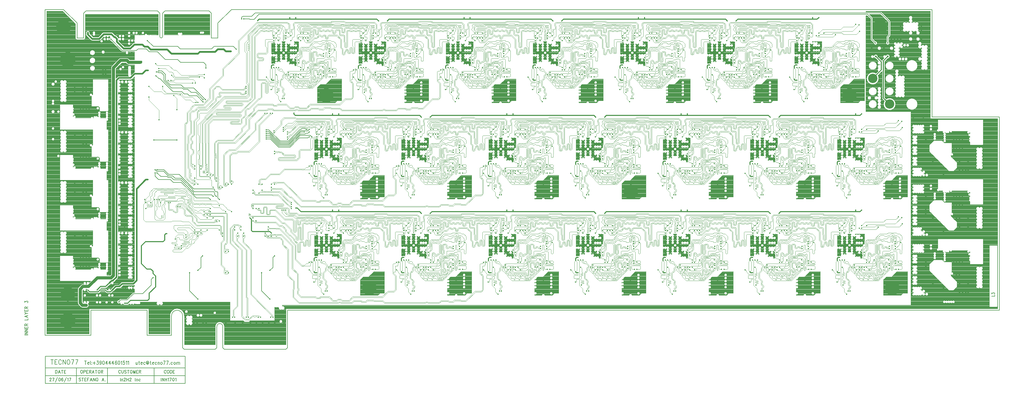
<source format=gbr>
%FSLAX35Y35*%
%MOIN*%
%SFA1.000B1.000*%

G04 Copyright (c) 2015-2018 in2H2 inc.
G04 System developed for in2H2 inc. by Intermotion Technology, Inc.
G04 
G04 Full system RTL, C sources and board design files available at https://github.com/nearist
G04 
G04 in2H2 inc. Team Members:
G04 - Chris McCormick - Algorithm Research and Design
G04 - Matt McCormick - Board Production, System Q/A
G04 
G04 Intermotion Technology Inc. Team Members:
G04 - Mick Fandrich - Project Lead
G04 - Dr. Ludovico Minati - Board Architecture and Design, FPGA Technology Advisor
G04 - Vardan Movsisyan - RTL Team Lead
G04 - Khachatur Gyozalyan - RTL Design
G04 - Tigran Papazyan - RTL Design
G04 - Taron Harutyunyan - RTL Design
G04 - Hayk Ghaltaghchyan - System Software
G04 
G04 Tecno77 S.r.l. Team Members:
G04 - Stefano Aldrigo, Board Layout Design
G04 
G04 We dedicate this project to the memory of Bruce McCormick, an AI pioneer
G04 and advocate, a good friend and father.
G04 
G04 These materials are provided free of charge: you can redistribute them and/or modify  
G04 them under the terms of the GNU General Public License as published by  
G04 the Free Software Foundation, version 3.
G04 
G04 These materials are distributed in the hope that they will be useful, but 
G04 WITHOUT ANY WARRANTY; without even the implied warranty of 
G04 MERCHANTABILITY or FITNESS FOR A PARTICULAR PURPOSE. See the GNU 
G04 General Public License for more details.
G04 In particular, this design should be treated as UNVERIFIED and UNCERTIFIED
G04 
G04 You should have received a copy of the GNU General Public License 
G04 along with this design. If not, see <http://www.gnu.org/licenses/>.

%FSLAX35Y35*%
%MOIN*%
%SFA1.000B1.000*%

%MIA0B0*%
%IPPOS*%
%ADD11C,0.00800*%
%ADD16C,0.01575*%
%ADD18C,0.20000*%
%ADD70C,0.03937*%
%ADD21C,0.12000*%
%ADD72C,0.00689*%
%ADD55C,0.01732*%
%ADD56C,0.01969*%
%ADD65C,0.00591*%
%ADD66C,0.02362*%
%ADD67C,0.01181*%
%ADD68C,0.00787*%
%ADD77C,0.00700*%
%ADD78C,0.18701*%
%ADD79C,0.00433*%
%ADD80C,0.01772*%
%ADD81C,0.00394*%
%ADD83C,0.00472*%
%LNlayer3.gbr*%
%LPD*%
G54D18*X129528Y136811D03*Y473011D03*G54D21*X1187008Y415748D03*X1165354Y448819D03*G54D55*X438583Y462992D03*X429134D03*X425984Y472441D03*Y469291D03*X422835Y475591D03*X493701Y338976D03*X484252D03*X481102Y348425D03*Y345276D03*X477953Y351575D03*X493701Y214961D03*X484252D03*X481102Y224409D03*Y221260D03*X477953Y227559D03*X550787Y462992D03*X541339D03*X538189Y472441D03*Y469291D03*X535039Y475591D03*X605906Y338976D03*X596457D03*X593307Y348425D03*Y345276D03*X590157Y351575D03*X605906Y214961D03*X596457D03*X593307Y224409D03*Y221260D03*X590157Y227559D03*X662992Y462992D03*X653543D03*X650394Y472441D03*Y469291D03*X647244Y475591D03*X718110Y338976D03*X708661D03*X705512Y348425D03*Y345276D03*X702362Y351575D03*X718110Y214961D03*X708661D03*X705512Y224409D03*Y221260D03*X702362Y227559D03*X775197Y462992D03*X765748D03*X762598Y472441D03*Y469291D03*X759449Y475591D03*X830315Y338976D03*X820866D03*X817717Y348425D03*Y345276D03*X814567Y351575D03*X830315Y214961D03*X820866D03*X817717Y224409D03*Y221260D03*X814567Y227559D03*X887402Y462992D03*X877953D03*X874803Y472441D03*Y469291D03*X871654Y475591D03*X942520Y338976D03*X933071D03*X929921Y348425D03*Y345276D03*X926772Y351575D03*X942520Y214961D03*X933071D03*X929921Y224409D03*Y221260D03*X926772Y227559D03*X1111811Y462992D03*X1102362D03*X1099213Y472441D03*Y469291D03*X1096063Y475591D03*X1166929Y338976D03*X1157480D03*X1154331Y348425D03*Y345276D03*X1151181Y351575D03*X1166929Y214961D03*X1157480D03*X1154331Y224409D03*Y221260D03*X1151181Y227559D03*X999606Y462992D03*X990157D03*X987008Y472441D03*Y469291D03*X983858Y475591D03*X1054724Y338976D03*X1045276D03*X1042126Y348425D03*Y345276D03*X1038976Y351575D03*X1054724Y214961D03*X1045276D03*X1042126Y224409D03*Y221260D03*X1038976Y227559D03*X247244Y292913D03*X229921Y281102D03*X248819Y288976D03*X244094Y292913D03*X240945D03*X236220Y288976D03*X228346Y292913D03*X229921Y288976D03*X256693Y248819D03*X359055Y141339D03*X341339D03*X344094D03*X390551D03*X393307D03*X374803D03*X377559D03*X361811D03*X153150Y156594D03*X150689D03*X148228D03*X155118Y176280D03*X194980Y161024D03*X166929Y176280D03*X182677Y185138D03*X170866Y176280D03*X186614D03*X202362Y159055D03*X204331D03*X206299D03*X296850Y164567D03*X389370D03*X460630Y174803D03*X462992D03*X453937Y182677D03*X458661Y170866D03*X446063Y186614D03*X558268D03*X572835Y174803D03*X575197D03*X566142Y182677D03*X570866Y170866D03*X670472Y186614D03*X678346Y182677D03*X685039Y174803D03*X687402D03*X683071Y170866D03*X797244Y174803D03*X799606D03*X790551Y182677D03*X795276Y170866D03*X782677Y186614D03*X909449Y174803D03*X911811D03*X902756Y182677D03*X907480Y170866D03*X894882Y186614D03*X1021654Y174803D03*X1024016D03*X1014961Y182677D03*X1019685Y170866D03*X1007087Y186614D03*X1119291D03*X1133858Y174803D03*X1136220D03*X1127165Y182677D03*X1131890Y170866D03*X238976Y192126D03*X275591Y229921D03*X272441D03*X286220Y198425D03*X296850Y201378D03*X302756Y220079D03*X332283Y198425D03*X336220D03*X332283Y225984D03*X336220D03*X378740Y198425D03*X395276Y220079D03*X389370Y201378D03*X440157Y202362D03*Y211811D03*X449606Y218110D03*Y198425D03*X474803Y205512D03*X452756Y214961D03*X471654Y202362D03*X455906Y214961D03*X465354Y205512D03*X452756D03*X477953D03*X449606Y214961D03*X468504Y205512D03*X474803Y202362D03*X468504Y208661D03*X443307Y211811D03*X513386Y210236D03*Y207874D03*X481102Y202362D03*X509449Y205906D03*X487402Y202362D03*X513386Y204331D03*X481102Y205512D03*X506299Y205906D03*X484252Y205512D03*X512598Y215354D03*X513386Y229528D03*X487402Y211811D03*X484252D03*X552362Y202362D03*Y211811D03*X555512D03*X521260Y229528D03*Y213780D03*X522047Y202756D03*X525197D03*Y212205D03*X521260Y210630D03*X587008Y205512D03*X564961Y214961D03*X583858Y202362D03*X568110Y214961D03*X577559Y205512D03*X564961D03*X593307Y202362D03*X590157Y205512D03*X561811Y214961D03*X599606Y202362D03*X580709Y205512D03*X593307D03*X587008Y202362D03*X596457Y205512D03*X580709Y208661D03*X599606Y211811D03*X596457D03*X561811Y198425D03*Y218110D03*X633465Y229528D03*X625591Y210236D03*Y207874D03*X633465Y213780D03*X634252Y202756D03*X621654Y205906D03*X637402Y202756D03*X625591Y204331D03*X637402Y212205D03*X618504Y205906D03*X633465Y210630D03*X624803Y215354D03*X625591Y229528D03*X664567Y202362D03*X677165Y214961D03*X680315D03*X677165Y205512D03*X674016Y214961D03*Y198425D03*Y218110D03*X664567Y211811D03*X667717D03*X711811Y202362D03*X692913Y205512D03*X705512D03*X699213Y202362D03*X708661Y205512D03*X692913Y208661D03*X711811Y211811D03*X708661D03*X699213Y205512D03*X696063Y202362D03*X689764Y205512D03*X705512Y202362D03*X702362Y205512D03*X749606Y202756D03*X737795Y204331D03*X749606Y212205D03*X730709Y205906D03*X745669Y210630D03*X737008Y215354D03*X737795Y229528D03*X745669D03*X737795Y210236D03*Y207874D03*X745669Y213780D03*X746457Y202756D03*X733858Y205906D03*X789370Y214961D03*X792520D03*X789370Y205512D03*X786220Y214961D03*X776772Y202362D03*X786220Y198425D03*Y218110D03*X811417Y205512D03*X808268Y202362D03*X801969Y205512D03*X817717Y202362D03*X814567Y205512D03*X824016Y202362D03*X805118Y205512D03*X817717D03*X811417Y202362D03*X820866Y205512D03*X805118Y208661D03*X824016Y211811D03*X820866D03*X857874Y229528D03*X850000Y210236D03*Y207874D03*X857874Y213780D03*X858661Y202756D03*X846063Y205906D03*X861811Y202756D03*X850000Y204331D03*X861811Y212205D03*X842913Y205906D03*X857874Y210630D03*X849213Y215354D03*X850000Y229528D03*X901575Y214961D03*X920472Y202362D03*X904724Y214961D03*X914173Y205512D03*X901575D03*X898425Y214961D03*X917323Y205512D03*Y208661D03*X888976Y202362D03*X898425Y198425D03*Y218110D03*X936220Y211811D03*X933071D03*X923622Y205512D03*X929921Y202362D03*X926772Y205512D03*X958268Y205906D03*X936220Y202362D03*X929921Y205512D03*X923622Y202362D03*X955118Y205906D03*X933071Y205512D03*X970079Y229528D03*X962205D03*Y210236D03*Y207874D03*X970079Y213780D03*X970866Y202756D03*X974016D03*X962205Y204331D03*X974016Y212205D03*X970079Y210630D03*X961417Y215354D03*X1035827Y205512D03*X1013780Y214961D03*X1032677Y202362D03*X1016929Y214961D03*X1026378Y205512D03*X1013780D03*X1038976D03*X1010630Y214961D03*X1029528Y205512D03*X1035827Y202362D03*X1029528Y208661D03*X1001181Y202362D03*X1010630Y198425D03*Y218110D03*X1074409Y210236D03*Y207874D03*X1042126Y202362D03*X1070472Y205906D03*X1048425Y202362D03*X1074409Y204331D03*X1042126Y205512D03*X1067323Y205906D03*X1045276Y205512D03*X1073622Y215354D03*X1048425Y211811D03*X1074409Y229528D03*X1045276Y211811D03*X1082283Y229528D03*Y213780D03*X1083071Y202756D03*X1086220D03*Y212205D03*X1082283Y210630D03*X1113386Y202362D03*X1122835Y218110D03*Y198425D03*X1148031Y205512D03*X1125984Y214961D03*X1144882Y202362D03*X1129134Y214961D03*X1138583Y205512D03*X1125984D03*X1154331Y202362D03*X1151181Y205512D03*X1122835Y214961D03*X1160630Y202362D03*X1141732Y205512D03*X1154331D03*X1148031Y202362D03*X1157480Y205512D03*X1141732Y208661D03*X1160630Y211811D03*X1157480D03*X1194488Y229528D03*X1186614Y210236D03*Y207874D03*X1194488Y213780D03*X1195276Y202756D03*X1182677Y205906D03*X1198425Y202756D03*X1186614Y204331D03*X1198425Y212205D03*X1179528Y205906D03*X1194488Y210630D03*X1185827Y215354D03*X1186614Y229528D03*X275591Y233071D03*X267717Y233858D03*Y241732D03*X300787Y253543D03*X281496Y244094D03*X296850Y245669D03*X292913Y253543D03*X281496Y247244D03*X296850Y249606D03*X300787D03*X292913D03*X320472Y265354D03*X308661Y253543D03*Y269291D03*X316535D03*X324409Y253543D03*X328346Y245669D03*X324409Y265354D03*X328346Y249606D03*X355906D03*Y245669D03*X344094Y257480D03*Y253543D03*X348031Y249606D03*Y245669D03*X351969Y257480D03*Y253543D03*X367717Y265354D03*X371654D03*X367717Y269291D03*X383465Y249606D03*Y245669D03*X387402D03*X391339D03*X363780Y269291D03*X391339Y249606D03*X387402Y257480D03*Y253543D03*X465354Y259055D03*Y252756D03*X455906Y249606D03*X468504Y259055D03*X452756D03*Y252756D03*X449606Y255906D03*X465354D03*X455906Y262205D03*X449606Y249606D03*Y252756D03*X471654Y249606D03*Y255906D03*X484252Y259055D03*X487402D03*X493701D03*X481102Y252756D03*X487402D03*X493701D03*X484252Y249606D03*X490551Y252756D03*X493701Y249606D03*X513386Y232677D03*X521260Y235827D03*Y232677D03*Y238976D03*X528346Y237402D03*X596457Y259055D03*X599606D03*X583858Y249606D03*X593307Y252756D03*X599606D03*X583858Y255906D03*X596457Y249606D03*X577559Y259055D03*Y252756D03*X568110Y249606D03*X580709Y259055D03*X564961D03*Y252756D03*X561811Y255906D03*X577559D03*X568110Y262205D03*X561811Y249606D03*Y252756D03*X633465Y235827D03*X625591Y232677D03*X633465D03*Y238976D03*X640551Y237402D03*X605906Y259055D03*Y252756D03*X602756D03*X605906Y249606D03*X680315D03*X677165Y259055D03*Y252756D03*X674016Y255906D03*X680315Y262205D03*X674016Y249606D03*Y252756D03*X708661Y259055D03*X711811D03*X718110D03*X696063Y249606D03*X705512Y252756D03*X711811D03*X718110D03*X696063Y255906D03*X708661Y249606D03*X714961Y252756D03*X718110Y249606D03*X689764Y259055D03*Y252756D03*X692913Y259055D03*X689764Y255906D03*X737795Y232677D03*X745669D03*Y238976D03*X752756Y237402D03*X745669Y235827D03*X792520Y249606D03*X789370Y259055D03*Y252756D03*X786220Y255906D03*X792520Y262205D03*X786220Y249606D03*Y252756D03*X820866Y259055D03*X824016D03*X830315D03*X808268Y249606D03*X817717Y252756D03*X824016D03*X830315D03*X808268Y255906D03*X820866Y249606D03*X827165Y252756D03*X830315Y249606D03*X801969Y259055D03*Y252756D03*X805118Y259055D03*X801969Y255906D03*X857874Y235827D03*X850000Y232677D03*X857874D03*Y238976D03*X864961Y237402D03*X920472Y249606D03*Y255906D03*X914173Y259055D03*Y252756D03*X904724Y249606D03*X917323Y259055D03*X901575D03*Y252756D03*X898425Y255906D03*X914173D03*X904724Y262205D03*X898425Y249606D03*Y252756D03*X933071Y259055D03*X936220D03*X942520D03*X929921Y252756D03*X936220D03*X942520D03*X933071Y249606D03*X939370Y252756D03*X942520Y249606D03*X970079Y235827D03*X962205Y232677D03*X970079D03*Y238976D03*X977165Y237402D03*X1032677Y249606D03*Y255906D03*X1026378Y259055D03*Y252756D03*X1016929Y249606D03*X1029528Y259055D03*X1013780D03*Y252756D03*X1010630Y255906D03*X1026378D03*X1016929Y262205D03*X1010630Y249606D03*Y252756D03*X1074409Y232677D03*X1045276Y259055D03*X1048425D03*X1054724D03*X1042126Y252756D03*X1048425D03*X1054724D03*X1045276Y249606D03*X1051575Y252756D03*X1054724Y249606D03*X1082283Y235827D03*Y232677D03*Y238976D03*X1089370Y237402D03*X1148031Y255906D03*X1151181D03*Y259055D03*X1157480D03*X1138583D03*Y252756D03*X1129134Y249606D03*X1141732Y259055D03*X1125984D03*Y252756D03*X1122835Y255906D03*X1138583D03*X1129134Y262205D03*X1122835Y249606D03*Y252756D03*X1172441Y257087D03*X1194488Y235827D03*X1186614Y232677D03*X1194488D03*Y238976D03*X1203543Y261417D03*X1202756Y269685D03*X1201575Y237402D03*X271260Y283858D03*X261024Y288976D03*X273622Y283858D03*X258661Y288976D03*X312598Y277165D03*Y281102D03*Y273228D03*X308661D03*X316535Y308661D03*X304724Y277165D03*Y273228D03*X312598Y292913D03*X320472Y296850D03*X316535D03*X324409Y285039D03*X332283Y277165D03*X340157D03*X328346Y308661D03*X324409D03*Y292913D03*X367717Y285039D03*X371654Y281102D03*X363780Y273228D03*X367717Y281102D03*X375591D03*X391339Y308661D03*Y304724D03*X367717D03*Y300787D03*X379528Y304724D03*X375591Y300787D03*X409843Y279134D03*X407480D03*X405118D03*X422835Y281890D03*X416929Y283465D03*Y281102D03*Y288976D03*Y286614D03*X460630Y298819D03*X462992D03*X453937Y306693D03*X458661Y294882D03*X477953Y279331D03*X470079D03*X572835Y298819D03*X575197D03*X566142Y306693D03*X570866Y294882D03*X595866Y275000D03*X584449D03*X678346Y306693D03*X685039Y298819D03*X687402D03*X683071Y294882D03*X702362Y279331D03*X694488D03*X797244Y298819D03*X799606D03*X790551Y306693D03*X795276Y294882D03*X820276Y275000D03*X808858D03*X909449Y298819D03*X911811D03*X902756Y306693D03*X907480Y294882D03*X918898Y279331D03*X926772D03*X1021654Y298819D03*X1024016D03*X1014961Y306693D03*X1019685Y294882D03*X1033268Y275000D03*X1044685D03*X1151181Y279331D03*X1143307D03*X1133858Y298819D03*X1136220D03*X1127165Y306693D03*X1131890Y294882D03*X1198425Y270472D03*X232382Y318504D03*X229921D03*X241732Y327362D03*X244193Y331299D03*X241732D03*X244193Y327362D03*X312598Y320472D03*X316535Y324409D03*X296850Y312598D03*X292913Y332283D03*X300787D03*X312598Y324409D03*X292913Y316535D03*X308661Y328346D03*X292913Y312598D03*Y336220D03*X300787D03*X308661Y324409D03*X292913Y320472D03*X304724Y328346D03*X320472Y316535D03*Y320472D03*X340157Y312598D03*Y316535D03*X336220Y312598D03*X332283D03*X391339D03*X395276D03*X375591D03*X379528D03*X440157Y326378D03*Y335827D03*X449606Y342126D03*Y322441D03*X474803Y329528D03*X452756Y338976D03*X471654Y326378D03*X455906Y338976D03*X465354Y329528D03*X452756D03*X477953D03*X449606Y338976D03*X468504Y329528D03*X474803Y326378D03*X468504Y332677D03*X446063Y310630D03*X443307Y335827D03*X513386Y334252D03*Y331890D03*X481102Y326378D03*X509449Y329921D03*X487402Y326378D03*X513386Y328346D03*X481102Y329528D03*X506299Y329921D03*X484252Y329528D03*X512598Y339370D03*X487402Y335827D03*X484252D03*X552362Y326378D03*X558268Y310630D03*X552362Y335827D03*X555512D03*X521260Y337795D03*X522047Y326772D03*X525197D03*Y336220D03*X521260Y334646D03*X587008Y329528D03*X564961Y338976D03*X583858Y326378D03*X568110Y338976D03*X577559Y329528D03*X564961D03*X593307Y326378D03*X590157Y329528D03*X561811Y338976D03*X599606Y326378D03*X580709Y329528D03*X593307D03*X587008Y326378D03*X596457Y329528D03*X580709Y332677D03*X599606Y335827D03*X596457D03*X561811Y322441D03*Y342126D03*X625591Y334252D03*Y331890D03*X633465Y337795D03*X634252Y326772D03*X621654Y329921D03*X637402Y326772D03*X625591Y328346D03*X637402Y336220D03*X618504Y329921D03*X633465Y334646D03*X624803Y339370D03*X677165Y338976D03*X680315D03*X677165Y329528D03*X674016Y338976D03*X664567Y326378D03*X670472Y310630D03*X674016Y322441D03*Y342126D03*X664567Y335827D03*X667717D03*X711811D03*X708661D03*X699213Y329528D03*X696063Y326378D03*X689764Y329528D03*X705512Y326378D03*X702362Y329528D03*X711811Y326378D03*X692913Y329528D03*X705512D03*X699213Y326378D03*X708661Y329528D03*X692913Y332677D03*X737795Y334252D03*Y331890D03*X745669Y337795D03*X746457Y326772D03*X733858Y329921D03*X749606Y326772D03*X737795Y328346D03*X749606Y336220D03*X730709Y329921D03*X745669Y334646D03*X737008Y339370D03*X789370Y338976D03*X792520D03*X789370Y329528D03*X786220Y338976D03*X776772Y326378D03*X782677Y310630D03*X786220Y322441D03*Y342126D03*X811417Y329528D03*X808268Y326378D03*X801969Y329528D03*X817717Y326378D03*X814567Y329528D03*X824016Y326378D03*X805118Y329528D03*X817717D03*X811417Y326378D03*X820866Y329528D03*X805118Y332677D03*X824016Y335827D03*X820866D03*X850000Y334252D03*Y331890D03*X857874Y337795D03*X858661Y326772D03*X846063Y329921D03*X861811Y326772D03*X850000Y328346D03*X861811Y336220D03*X842913Y329921D03*X857874Y334646D03*X849213Y339370D03*X901575Y338976D03*X920472Y326378D03*X904724Y338976D03*X914173Y329528D03*X901575D03*X898425Y338976D03*X917323Y329528D03*Y332677D03*X888976Y326378D03*X894882Y310630D03*X898425Y322441D03*Y342126D03*X923622Y329528D03*X929921Y326378D03*X926772Y329528D03*X958268Y329921D03*X936220Y326378D03*X929921Y329528D03*X923622Y326378D03*X955118Y329921D03*X933071Y329528D03*X936220Y335827D03*X933071D03*X962205Y334252D03*Y331890D03*X970079Y337795D03*X970866Y326772D03*X974016D03*X962205Y328346D03*X974016Y336220D03*X970079Y334646D03*X961417Y339370D03*X1035827Y329528D03*X1013780Y338976D03*X1032677Y326378D03*X1016929Y338976D03*X1026378Y329528D03*X1013780D03*X1038976D03*X1010630Y338976D03*X1029528Y329528D03*X1035827Y326378D03*X1029528Y332677D03*X1001181Y326378D03*X1007087Y310630D03*X1010630Y322441D03*Y342126D03*X1074409Y334252D03*Y331890D03*X1042126Y326378D03*X1070472Y329921D03*X1048425Y326378D03*X1074409Y328346D03*X1042126Y329528D03*X1067323Y329921D03*X1045276Y329528D03*X1073622Y339370D03*X1048425Y335827D03*X1045276D03*X1082283Y337795D03*X1083071Y326772D03*X1086220D03*Y336220D03*X1082283Y334646D03*X1119291Y310630D03*X1113386Y326378D03*X1122835Y342126D03*Y322441D03*X1148031Y329528D03*X1125984Y338976D03*X1144882Y326378D03*X1129134Y338976D03*X1138583Y329528D03*X1125984D03*X1154331Y326378D03*X1151181Y329528D03*X1122835Y338976D03*X1160630Y326378D03*X1141732Y329528D03*X1154331D03*X1148031Y326378D03*X1157480Y329528D03*X1141732Y332677D03*X1160630Y335827D03*X1157480D03*X1186614Y334252D03*Y331890D03*X1194488Y337795D03*X1195276Y326772D03*X1182677Y329921D03*X1198425Y326772D03*X1186614Y328346D03*X1198425Y336220D03*X1179528Y329921D03*X1194488Y334646D03*X1185827Y339370D03*X240256Y369685D03*X269783D03*X394882Y378740D03*X395276Y351969D03*X394882Y381102D03*X395276Y354724D03*X384646Y370866D03*Y373228D03*Y375591D03*Y377953D03*Y382677D03*Y380315D03*X406693Y385433D03*Y383071D03*Y380709D03*X412205Y377165D03*Y373228D03*Y379921D03*Y370472D03*X440157Y373622D03*Y379921D03*X433858D03*X437008Y383071D03*X440157D03*X465354D03*Y376772D03*X455906Y373622D03*X468504Y383071D03*X452756D03*Y376772D03*X449606Y379921D03*X465354D03*X455906Y386220D03*X449606Y373622D03*Y376772D03*X443307Y373622D03*X471654D03*Y379921D03*X484252Y383071D03*X487402D03*X493701D03*X481102Y376772D03*X487402D03*X493701D03*X484252Y373622D03*X490551Y376772D03*X493701Y373622D03*X513386Y353543D03*Y356693D03*X521260Y359843D03*Y353543D03*Y356693D03*Y362992D03*X528346Y361417D03*X596457Y383071D03*X599606D03*X583858Y373622D03*X593307Y376772D03*X599606D03*X583858Y379921D03*X596457Y373622D03*X577559Y383071D03*Y376772D03*X568110Y373622D03*X580709Y383071D03*X564961D03*Y376772D03*X561811Y379921D03*X577559D03*X568110Y386220D03*X561811Y373622D03*Y376772D03*X633465Y359843D03*Y353543D03*X625591D03*Y356693D03*X633465D03*Y362992D03*X640551Y361417D03*X605906Y383071D03*Y376772D03*X602756D03*X605906Y373622D03*X680315D03*X677165Y383071D03*Y376772D03*X674016Y379921D03*X680315Y386220D03*X674016Y373622D03*Y376772D03*X708661Y383071D03*X711811D03*X718110D03*X696063Y373622D03*X705512Y376772D03*X711811D03*X718110D03*X696063Y379921D03*X708661Y373622D03*X714961Y376772D03*X718110Y373622D03*X689764Y383071D03*Y376772D03*X692913Y383071D03*X689764Y379921D03*X745669Y359843D03*Y353543D03*X737795D03*Y356693D03*X745669D03*Y362992D03*X752756Y361417D03*X792520Y373622D03*X789370Y383071D03*Y376772D03*X786220Y379921D03*X792520Y386220D03*X786220Y373622D03*Y376772D03*X801969Y383071D03*Y376772D03*X805118Y383071D03*X801969Y379921D03*X820866Y383071D03*X824016D03*X830315D03*X808268Y373622D03*X817717Y376772D03*X824016D03*X830315D03*X808268Y379921D03*X820866Y373622D03*X827165Y376772D03*X830315Y373622D03*X857874Y359843D03*Y353543D03*X850000D03*Y356693D03*X857874D03*Y362992D03*X864961Y361417D03*X920472Y373622D03*Y379921D03*X914173Y383071D03*Y376772D03*X904724Y373622D03*X917323Y383071D03*X901575D03*Y376772D03*X898425Y379921D03*X914173D03*X904724Y386220D03*X898425Y373622D03*Y376772D03*X933071Y383071D03*X936220D03*X942520D03*X929921Y376772D03*X936220D03*X942520D03*X933071Y373622D03*X939370Y376772D03*X942520Y373622D03*X970079Y359843D03*Y353543D03*X962205D03*Y356693D03*X970079D03*Y362992D03*X977165Y361417D03*X1032677Y373622D03*Y379921D03*X1026378Y383071D03*Y376772D03*X1016929Y373622D03*X1029528Y383071D03*X1013780D03*Y376772D03*X1010630Y379921D03*X1026378D03*X1016929Y386220D03*X1010630Y373622D03*Y376772D03*X1074409Y353543D03*Y356693D03*X1045276Y383071D03*X1048425D03*X1054724D03*X1042126Y376772D03*X1048425D03*X1054724D03*X1045276Y373622D03*X1051575Y376772D03*X1054724Y373622D03*X1082283Y359843D03*Y353543D03*Y356693D03*Y362992D03*X1089370Y361417D03*X1148031Y379921D03*X1151181D03*Y383071D03*X1157480D03*X1138583D03*Y376772D03*X1129134Y373622D03*X1141732Y383071D03*X1125984D03*Y376772D03*X1122835Y379921D03*X1138583D03*X1129134Y386220D03*X1122835Y373622D03*Y376772D03*X1172441Y381102D03*X1194488Y359843D03*Y353543D03*X1186614D03*Y356693D03*X1194488D03*Y362992D03*X1203543Y385433D03*X1201575Y361417D03*X233858Y424803D03*X269685Y408661D03*X265846Y426772D03*X246850Y395669D03*X274016Y427953D03*X296850Y417717D03*X294488D03*X303543Y418504D03*X306299Y421654D03*X303543D03*X358661Y429921D03*X390157Y403937D03*X392913D03*X383071D03*X385827D03*X420472Y404331D03*X405512Y422835D03*X407874D03*X403543Y418898D03*X477953Y403346D03*X470079D03*X517717Y422835D03*X520079D03*X515748Y418898D03*X595866Y399016D03*X584449D03*X629921Y422835D03*X632283D03*X627953Y418898D03*X702362Y403346D03*X694488D03*X742126Y422835D03*X744488D03*X740157Y418898D03*X808858Y399016D03*X820276D03*X854331Y422835D03*X856693D03*X852362Y418898D03*X918898Y403346D03*X926772D03*X966535Y422835D03*X968898D03*X964567Y418898D03*X1033268Y399016D03*X1078740Y422835D03*X1076772Y418898D03*X1044685Y399016D03*X1081102Y422835D03*X1151181Y403346D03*X1143307D03*X1198425Y394488D03*X1202756Y393701D03*X233858Y438583D03*X232677Y459055D03*X229921D03*X222047Y468504D03*X220079D03*X246457Y461417D03*X262008Y446063D03*X258268D03*X242520Y467717D03*X251575Y438583D03*X242913Y452362D03*X246457Y458661D03*X243307Y457087D03*X262992Y452756D03*X305118Y449606D03*X293406Y443012D03*X289961D03*X305217Y453839D03*X298819Y450394D03*X307087Y462205D03*X358661Y432283D03*Y438583D03*Y436220D03*X394488Y446457D03*Y466142D03*X397638Y462992D03*X400787D03*X398819Y430709D03*X397638Y453543D03*X394488Y462992D03*X390945Y434646D03*X385039Y450394D03*X419685Y453543D03*X416535Y450394D03*X410236Y453543D03*X425984Y450394D03*X422835Y453543D03*X432283Y450394D03*X413386Y453543D03*X425984D03*X419685Y450394D03*X429134Y453543D03*X413386Y456693D03*X432283Y459843D03*X429134D03*X458268Y458268D03*Y455906D03*X466142Y461811D03*X466929Y450787D03*X454331Y453937D03*X470079Y450787D03*X458268Y452362D03*X470079Y460236D03*X451181Y453937D03*X466142Y458661D03*X457480Y463386D03*X509843Y462992D03*X512992D03*X509843Y453543D03*X511024Y430709D03*X506693Y462992D03*X497244Y450394D03*X503150Y434646D03*X506693Y446457D03*Y466142D03*X497244Y459843D03*X500394D03*X531890Y453543D03*X528740Y450394D03*X522441Y453543D03*X538189Y450394D03*X535039Y453543D03*X544488Y450394D03*X525591Y453543D03*X538189D03*X531890Y450394D03*X541339Y453543D03*X525591Y456693D03*X544488Y459843D03*X541339D03*X570472Y458268D03*Y455906D03*X578346Y461811D03*X579134Y450787D03*X566535Y453937D03*X582283Y450787D03*X570472Y452362D03*X582283Y460236D03*X563386Y453937D03*X578346Y458661D03*X569685Y463386D03*X622047Y462992D03*X625197D03*X634646Y453543D03*X622047D03*X623228Y430709D03*X618898Y462992D03*X637795Y453543D03*Y456693D03*X609449Y450394D03*X615354Y434646D03*X618898Y446457D03*Y466142D03*X609449Y459843D03*X612598D03*X653543D03*X644094Y453543D03*X640945Y450394D03*X650394D03*X647244Y453543D03*X678740Y453937D03*X656693Y450394D03*X650394Y453543D03*X644094Y450394D03*X675591Y453937D03*X653543Y453543D03*X656693Y459843D03*X682677Y458268D03*Y455906D03*X690551Y461811D03*X691339Y450787D03*X694488D03*X682677Y452362D03*X694488Y460236D03*X690551Y458661D03*X681890Y463386D03*X756299Y453543D03*X734252Y462992D03*X753150Y450394D03*X737402Y462992D03*X746850Y453543D03*X734252D03*X735433Y430709D03*X759449Y453543D03*X731102Y462992D03*X750000Y453543D03*X756299Y450394D03*X750000Y456693D03*X721654Y450394D03*X727559Y434646D03*X731102Y446457D03*Y466142D03*X768898Y459843D03*X765748D03*X794882Y458268D03*Y455906D03*X762598Y450394D03*X790945Y453937D03*X768898Y450394D03*X794882Y452362D03*X762598Y453543D03*X787795Y453937D03*X765748Y453543D03*X794094Y463386D03*X833858Y450394D03*X839764Y434646D03*X802756Y461811D03*X803543Y450787D03*X806693D03*Y460236D03*X802756Y458661D03*X868504Y453543D03*X846457Y462992D03*X865354Y450394D03*X849606Y462992D03*X859055Y453543D03*X846457D03*X847638Y430709D03*X874803Y450394D03*X871654Y453543D03*X843307Y462992D03*X862205Y453543D03*X874803D03*X868504Y450394D03*X877953Y453543D03*X862205Y456693D03*X877953Y459843D03*X843307Y446457D03*Y466142D03*X907087Y458268D03*Y455906D03*X914961Y461811D03*X915748Y450787D03*X903150Y453937D03*X881102Y450394D03*X918898Y450787D03*X907087Y452362D03*X918898Y460236D03*X900000Y453937D03*X914961Y458661D03*X906299Y463386D03*X881102Y459843D03*X958661Y462992D03*Y453543D03*X959843Y430709D03*X955512Y462992D03*X946063Y450394D03*X951969Y434646D03*X955512Y446457D03*Y466142D03*X993307Y459843D03*X990157D03*X980709Y453543D03*X977559Y450394D03*X961811Y462992D03*X971260Y453543D03*X987008Y450394D03*X983858Y453543D03*X993307Y450394D03*X974409Y453543D03*X987008D03*X980709Y450394D03*X990157Y453543D03*X974409Y456693D03*X1019291Y458268D03*Y455906D03*X1027165Y461811D03*X1027953Y450787D03*X1015354Y453937D03*X1031102Y450787D03*X1019291Y452362D03*X1031102Y460236D03*X1012205Y453937D03*X1027165Y458661D03*X1018504Y463386D03*X1067717Y466142D03*Y446457D03*X1070866Y462992D03*X1074016D03*X1070866Y453543D03*X1072047Y430709D03*X1067717Y462992D03*X1058268Y450394D03*X1064173Y434646D03*X1092913Y453543D03*X1089764Y450394D03*X1083465Y453543D03*X1099213Y450394D03*X1096063Y453543D03*X1105512Y450394D03*X1086614Y453543D03*X1099213D03*X1092913Y450394D03*X1102362Y453543D03*X1086614Y456693D03*X1105512Y459843D03*X1102362D03*X1131496Y458268D03*Y455906D03*X1139370Y461811D03*X1140157Y450787D03*X1127559Y453937D03*X1143307Y450787D03*X1131496Y452362D03*X1143307Y460236D03*X1124409Y453937D03*X1139370Y458661D03*X1130709Y463386D03*X155118Y507874D03*Y505512D03*X184646Y499606D03*X231890Y497638D03*X224016Y470472D03*X222047D03*X220079D03*X212205Y489764D03*X227953D03*X346063Y486614D03*X338976Y483858D03*X336614D03*X400787Y497638D03*X397638Y507087D03*Y500787D03*X394488Y503937D03*Y497638D03*Y500787D03*X410236Y507087D03*Y500787D03*X413386Y507087D03*X410236Y503937D03*X429134Y507087D03*X432283D03*X438583D03*X416535Y497638D03*X425984Y500787D03*X432283D03*X438583D03*X416535Y503937D03*X429134Y497638D03*X435433Y500787D03*X438583Y497638D03*X466142Y483858D03*Y477559D03*X458268D03*Y480709D03*X466142D03*Y487008D03*X473228Y485433D03*X512992Y497638D03*X509843Y507087D03*Y500787D03*X506693Y503937D03*Y497638D03*Y500787D03*X541339Y507087D03*X544488D03*X550787D03*X528740Y497638D03*X538189Y500787D03*X544488D03*X550787D03*X528740Y503937D03*X541339Y497638D03*X547638Y500787D03*X550787Y497638D03*X522441Y507087D03*Y500787D03*X525591Y507087D03*X522441Y503937D03*X578346Y483858D03*Y477559D03*X570472D03*Y480709D03*X578346D03*Y487008D03*X585433Y485433D03*X634646Y507087D03*Y500787D03*X625197Y497638D03*X637795Y507087D03*X622047D03*Y500787D03*X618898Y503937D03*X634646D03*X618898Y497638D03*Y500787D03*X653543Y507087D03*X656693D03*X662992D03*X640945Y497638D03*X650394Y500787D03*X656693D03*X662992D03*X640945Y503937D03*X653543Y497638D03*X659843Y500787D03*X662992Y497638D03*X690551Y483858D03*Y477559D03*X682677Y480709D03*Y477559D03*X690551Y480709D03*Y487008D03*X697638Y485433D03*X753150Y497638D03*Y503937D03*X746850Y507087D03*Y500787D03*X737402Y497638D03*X750000Y507087D03*X734252D03*Y500787D03*X731102Y503937D03*X746850D03*X731102Y497638D03*Y500787D03*X794882Y477559D03*Y480709D03*X765748Y507087D03*X768898D03*X775197D03*X762598Y500787D03*X768898D03*X775197D03*X765748Y497638D03*X772047Y500787D03*X775197Y497638D03*X802756Y483858D03*Y477559D03*Y480709D03*Y487008D03*X809843Y485433D03*X877953Y507087D03*X865354Y497638D03*X874803Y500787D03*X865354Y503937D03*X877953Y497638D03*X859055Y507087D03*Y500787D03*X849606Y497638D03*X862205Y507087D03*X846457D03*Y500787D03*X843307Y503937D03*X859055D03*X843307Y497638D03*Y500787D03*X914961Y483858D03*Y477559D03*X907087D03*Y480709D03*X914961D03*Y487008D03*X881102Y507087D03*X887402D03*X881102Y500787D03*X887402D03*X884252D03*X887402Y497638D03*X922047Y485433D03*X958661Y507087D03*Y500787D03*X955512Y503937D03*Y497638D03*Y500787D03*X990157Y507087D03*X993307D03*X999606D03*X977559Y497638D03*X987008Y500787D03*X993307D03*X999606D03*X977559Y503937D03*X990157Y497638D03*X996457Y500787D03*X999606Y497638D03*X971260Y507087D03*Y500787D03*X961811Y497638D03*X974409Y507087D03*X971260Y503937D03*X1027165Y483858D03*X1019291Y477559D03*Y480709D03*X1027165Y477559D03*Y480709D03*Y487008D03*X1034252Y485433D03*X1074016Y497638D03*X1070866Y507087D03*Y500787D03*X1067717Y503937D03*Y497638D03*Y500787D03*X1117323Y505118D03*X1092913Y503937D03*X1096063D03*Y507087D03*X1102362D03*X1083465D03*Y500787D03*X1086614Y507087D03*X1083465Y503937D03*X1148425Y509449D03*X1139370Y483858D03*Y477559D03*X1131496D03*Y480709D03*X1139370D03*Y487008D03*X1146457Y485433D03*X1184646Y494488D03*X1168898D03*X353150Y525591D03*X355906D03*X400787Y510236D03*X373622Y523228D03*X422835Y527362D03*X414961D03*X512992Y510236D03*X540748Y523031D03*X529331D03*X639370Y527362D03*X625197Y510236D03*X647244Y527362D03*X753740Y523031D03*X737402Y510236D03*X765157Y523031D03*X871654Y527362D03*X863780D03*X849606Y510236D03*X989567Y523031D03*X978150D03*X961811Y510236D03*X1074016D03*X1096063Y527362D03*X1088189D03*X1143307Y518504D03*X1147638Y517717D03*G54D66*X307283Y133465D03*Y137402D03*X291732D03*X295669D03*X303346D03*X295669Y133465D03*X303346D03*X291732D03*X354528Y135827D03*Y133071D03*X344685Y135827D03*Y133071D03*X332874Y135827D03*Y133071D03*X395866Y135827D03*Y133071D03*X387992Y135827D03*Y133071D03*X380118Y135827D03*Y133071D03*X372244Y135827D03*Y133071D03*X364370Y135827D03*Y133071D03*X407677Y135827D03*Y133071D03*X1277165Y180709D03*Y176772D03*Y172835D03*Y184646D03*Y188583D03*X1267323Y170374D03*X1242717Y184646D03*Y188583D03*X1256496Y178740D03*Y170866D03*Y174803D03*X1287992Y172835D03*X1281102Y176772D03*Y172835D03*X1285039D03*Y176772D03*X1287992D03*Y180709D03*Y184646D03*Y188583D03*X183661Y196457D03*Y204331D03*Y200394D03*Y218110D03*Y210236D03*Y214173D03*Y224016D03*Y227953D03*X1233858Y220079D03*Y212205D03*Y216142D03*Y202362D03*Y198425D03*Y206299D03*X1277165Y196457D03*X1273228D03*Y192520D03*X1277165D03*X1242717D03*X1287992D03*X149213Y233858D03*Y237795D03*X153150Y245669D03*X149213D03*X153150Y249606D03*X149213D03*X138386D03*X153150Y233858D03*Y237795D03*Y241732D03*X149213D03*X159055Y235827D03*X138386Y245669D03*Y241732D03*Y237795D03*X183661Y245669D03*Y241732D03*Y269291D03*Y261417D03*Y265354D03*Y231890D03*Y237795D03*X1277165Y257480D03*Y261417D03*Y249606D03*Y253543D03*X1273228Y269291D03*X1277165D03*Y265354D03*X1267323Y247146D03*X1242717Y265354D03*Y269291D03*Y261417D03*X1256496Y251575D03*Y247638D03*Y255512D03*X1287992Y261417D03*X1285039Y253543D03*X1281102D03*Y249606D03*X1285039D03*X1287992D03*Y253543D03*Y257480D03*Y265354D03*Y269291D03*X153150Y302756D03*Y306693D03*X149213D03*Y302756D03*X153150Y298819D03*X149213D03*X159055Y300787D03*X138386Y306693D03*Y302756D03*X183661Y283071D03*Y279134D03*Y275197D03*Y296850D03*Y288976D03*Y292913D03*Y302756D03*Y306693D03*X1233858Y292913D03*Y288976D03*Y296850D03*Y283071D03*Y275197D03*Y279134D03*X1277165Y273228D03*X1273228D03*X153150Y314567D03*Y310630D03*X149213Y314567D03*Y310630D03*X138386Y314567D03*Y310630D03*X183661Y334252D03*Y326378D03*Y310630D03*Y330315D03*Y348031D03*Y340157D03*Y344094D03*X1277165Y330315D03*Y326378D03*Y334252D03*Y338189D03*Y350000D03*X1273228D03*Y346063D03*X1277165D03*Y342126D03*X1267323Y323917D03*X1242717Y346063D03*Y342126D03*Y338189D03*X1256496Y328346D03*Y324409D03*Y332283D03*X1285039Y330315D03*X1281102D03*Y326378D03*X1285039D03*X1287992D03*Y330315D03*Y334252D03*Y338189D03*Y342126D03*Y346063D03*X153150Y379528D03*X149213D03*Y375591D03*X153150D03*X149213Y363780D03*X153150Y371654D03*X138386Y375591D03*Y379528D03*X153150Y363780D03*Y367717D03*X149213D03*Y371654D03*X159055Y366240D03*X138386Y371654D03*Y367717D03*X183661Y353937D03*Y361811D03*Y375591D03*Y371654D03*Y357874D03*Y367717D03*X1233858Y373622D03*Y365748D03*Y369685D03*Y359843D03*Y351969D03*Y355906D03*X153150Y428740D03*X149213D03*X183661Y391339D03*Y399213D03*Y395276D03*Y412992D03*Y405118D03*Y409055D03*Y426772D03*Y418898D03*Y422835D03*X138386Y444488D03*X149213Y436614D03*X153150D03*Y432677D03*X149213D03*Y444488D03*X153150D03*Y440551D03*X149213D03*X159055Y430709D03*X138386Y440551D03*Y436614D03*Y432677D03*X178248Y460728D03*X174803D03*X178248Y453839D03*X174803D03*Y457283D03*X178248D03*X183661Y440551D03*Y432677D03*Y436614D03*X1184646Y477165D03*X1169291D03*X1193504Y499606D03*X1197441Y503543D03*X1193504D03*Y507480D03*X1189567D03*Y503543D03*Y499606D03*X1197441D03*X1188583Y476969D03*X1172835D03*X1179724Y487795D03*X1163976D03*X1197441Y507480D03*X1227953Y503543D03*Y499606D03*Y507480D03*X1201378D03*Y503543D03*Y499606D03*X1189567Y526181D03*X1193504D03*X1197441D03*X1227953Y511417D03*Y515354D03*X1233858Y526181D03*X1227953Y519291D03*X1229921Y526181D03*Y530118D03*X1233858D03*X1237795D03*Y526181D03*X1201378Y519291D03*Y511417D03*Y515354D03*G54D78*X123622D03*X1174803D03*X462205Y426772D03*X1135433D03*X853937Y302756D03*X517323Y178740D03*X1190551D03*X129528Y170866D03*G54D80*X155118Y169390D03*X200394Y178740D03*Y165945D03*Y168898D03*Y175787D03*X194980Y168898D03*Y184646D03*X203346Y178740D03*Y165945D03*Y168898D03*Y175787D03*X639370Y175984D03*X618898D03*X629134Y179921D03*Y183858D03*Y187795D03*X751575Y175984D03*X731102D03*X741339Y179921D03*Y183858D03*Y187795D03*X863780Y175984D03*X843307D03*X853543Y179921D03*Y183858D03*Y187795D03*X955512Y175984D03*X975984D03*X965748Y179921D03*Y183858D03*Y187795D03*X1067717Y175984D03*X1077953Y179921D03*Y183858D03*Y187795D03*X1088189Y175984D03*X145768Y225000D03*X149213D03*X153150Y218110D03*X156594Y210728D03*Y207283D03*X153150D03*X149213D03*X145768D03*Y214173D03*X149213D03*Y210728D03*X145768D03*X153150D03*Y214173D03*X156594D03*Y218110D03*Y225000D03*Y221555D03*X153150D03*X145768Y218110D03*X149213D03*Y221555D03*X145768D03*X153150Y225000D03*X202362Y192520D03*X477953Y218110D03*X449606Y221260D03*X590157Y218110D03*X561811Y221260D03*X629134Y191732D03*X674016Y221260D03*X702362Y218110D03*X741339Y191732D03*X786220Y221260D03*X814567Y218110D03*X853543Y191732D03*X898425Y221260D03*X926772Y218110D03*X965748Y191732D03*X1038976Y218110D03*X1010630Y221260D03*X1077953Y191732D03*X1151181Y218110D03*X1122835Y221260D03*X1280610Y212205D03*X1277165Y216142D03*X1280610D03*Y219587D03*X1277165D03*X1280610Y205315D03*X1277165D03*X1269783Y223031D03*X1273228D03*X1280610D03*X1277165D03*X1273228Y219587D03*X1269783D03*Y216142D03*X1273228D03*Y212205D03*X1269783D03*Y205315D03*Y208760D03*X1273228D03*X1277165Y212205D03*Y208760D03*X1280610D03*X1273228Y205315D03*X202362Y257480D03*X477953Y246457D03*X449606Y237008D03*Y246457D03*X590157D03*X561811Y237008D03*Y246457D03*X674016Y237008D03*Y246457D03*X702362D03*X786220Y237008D03*Y246457D03*X814567D03*X898425Y237008D03*Y246457D03*X926772D03*X1038976D03*X1010630Y237008D03*Y246457D03*X1151181D03*X1122835Y237008D03*Y246457D03*X1233858Y235827D03*X149213Y272244D03*X145768D03*Y275689D03*X149213Y279134D03*X145768D03*Y289961D03*X153150Y272244D03*X156594D03*X153150Y286516D03*X156594Y289961D03*Y286516D03*Y283071D03*Y279134D03*Y275689D03*X153150D03*Y279134D03*Y283071D03*X149213Y289961D03*Y275689D03*Y283071D03*Y286516D03*X145768Y283071D03*Y286516D03*X153150Y289961D03*X506693Y300000D03*X516929Y303937D03*Y307874D03*X527165Y300000D03*X639370D03*X618898D03*X629134Y303937D03*Y307874D03*X751575Y300000D03*X731102D03*X741339Y303937D03*Y307874D03*X955512Y300000D03*X975984D03*X965748Y303937D03*Y307874D03*X1067717Y300000D03*X1077953Y303937D03*Y307874D03*X1088189Y300000D03*X1200394D03*X1179921D03*X1190157Y303937D03*Y307874D03*X1280610Y292913D03*Y296358D03*Y299803D03*Y288976D03*X1277165Y292913D03*X1273228Y285531D03*X1269783Y282087D03*Y285531D03*X1273228Y296358D03*Y292913D03*Y288976D03*X1269783D03*Y292913D03*Y296358D03*Y299803D03*X1273228D03*X1277165D03*Y296358D03*Y288976D03*Y285531D03*X1273228Y282087D03*X1277165D03*X1280610D03*Y285531D03*X145768Y337205D03*X156594Y340650D03*Y337205D03*X153150D03*X149213D03*Y340650D03*X156594Y344094D03*Y348031D03*X145768Y340650D03*Y348031D03*Y344094D03*X149213D03*X153150Y340650D03*Y344094D03*Y348031D03*X149213D03*X202362Y322441D03*X477953Y342126D03*X449606Y345276D03*X516929Y315748D03*Y311811D03*X590157Y342126D03*X561811Y345276D03*X629134Y311811D03*Y315748D03*X674016Y345276D03*X702362Y342126D03*X741339Y311811D03*Y315748D03*X786220Y345276D03*X814567Y342126D03*X898425Y345276D03*X926772Y342126D03*X965748Y311811D03*Y315748D03*X1038976Y342126D03*X1010630Y345276D03*X1077953Y311811D03*Y315748D03*X1151181Y342126D03*X1122835Y345276D03*X1190157Y311811D03*Y315748D03*X1233858Y312598D03*X145768Y354921D03*X149213D03*X156594Y351476D03*Y354921D03*X153150Y351476D03*X149213D03*X145768D03*X153150Y354921D03*X202362Y387402D03*X477953Y370472D03*X449606Y361024D03*Y370472D03*X590157D03*X561811Y361024D03*Y370472D03*X674016Y361024D03*Y370472D03*X702362D03*X786220Y361024D03*Y370472D03*X814567D03*X898425Y361024D03*Y370472D03*X926772D03*X1038976D03*X1010630Y361024D03*Y370472D03*X1151181D03*X1122835Y361024D03*Y370472D03*X1233858Y389370D03*X1277165Y376575D03*X1280610D03*X1277165Y365748D03*Y362303D03*Y369685D03*Y373130D03*X1280610D03*Y369685D03*X1269783Y365748D03*Y362303D03*Y358858D03*X1280610D03*X1277165D03*X1273228Y362303D03*Y365748D03*Y369685D03*X1269783D03*X1273228Y376575D03*X1269783D03*Y373130D03*X1273228D03*X1280610Y365748D03*Y362303D03*X1273228Y358858D03*X149213Y409055D03*X145768D03*Y405610D03*X149213D03*X145768Y402165D03*X149213D03*X145768Y412992D03*X149213Y419882D03*X145768D03*X153150Y416437D03*Y412992D03*Y409055D03*Y405610D03*Y402165D03*X156594D03*Y405610D03*Y409055D03*Y412992D03*Y416437D03*Y419882D03*X149213Y412992D03*Y416437D03*X145768D03*X153150Y419882D03*X584252Y424016D03*X563780D03*X574016Y427953D03*X675984Y424016D03*X696457D03*X686220Y427953D03*X788189Y424016D03*X798425Y427953D03*X808661Y424016D03*X900394D03*X910630Y427953D03*X920866Y424016D03*X1033071D03*X1012598D03*X1022835Y427953D03*X1220866Y401476D03*X1217323Y398327D03*X1226772Y401476D03*X1230315Y398327D03*X200394Y466142D03*X177264Y467126D03*X394488Y469291D03*X422835Y466142D03*X506693Y469291D03*X535039Y466142D03*X574016Y431890D03*Y435827D03*Y439764D03*X618898Y469291D03*X647244Y466142D03*X686220Y431890D03*Y435827D03*Y439764D03*X759449Y466142D03*X731102Y469291D03*X798425Y431890D03*Y435827D03*Y439764D03*X871654Y466142D03*X843307Y469291D03*X910630Y431890D03*Y435827D03*Y439764D03*X955512Y469291D03*X983858Y466142D03*X1022835Y431890D03*Y435827D03*Y439764D03*X1067717Y469291D03*X1096063Y466142D03*X170866Y507874D03*Y505512D03*X190551Y507874D03*Y505512D03*X178248Y472047D03*X203937Y491732D03*X214173Y473524D03*X202362Y507874D03*Y505512D03*X222047Y507874D03*Y505512D03*X211811Y481890D03*X214173Y479429D03*X211713Y475984D03*X244488Y505512D03*Y507874D03*X270079D03*X278740Y506299D03*X308661Y507874D03*X295276D03*X288189Y506693D03*X394488Y485039D03*Y494488D03*X422835D03*X506693Y485039D03*Y494488D03*X535039D03*X618898Y485039D03*Y494488D03*X647244D03*X759449D03*X731102Y485039D03*Y494488D03*X871654D03*X843307Y485039D03*Y494488D03*X955512Y485039D03*Y494488D03*X983858D03*X1067717Y485039D03*Y494488D03*X1096063D03*G54D81*X1232874Y170904D03*X197441Y444448D03*Y249566D03*X194193Y329290D03*G54D11*X100000Y117717D02*G01Y537598D01*X123819*X141339Y520079*Y500924*X149606*Y533024*X152606Y536024*X244806*X247806Y533024*Y502762*Y502762D02*G75*G03X251406Y502762I1800D01*Y502762D02*G01Y533024D01*X254406Y536024*X311106*X314106Y533024*Y500924*X322441*Y520079*X339961Y537598*X1241732*Y399213*X1328346*Y150197*X412200*Y102000*X410200Y100000*X330750*X328750Y102000*Y129296*Y129295D02*G03X321250Y129295I-3750J26D01*Y129296D02*G01Y102000D01*X319250Y100000*X279200*X277200Y102000*Y142947*Y142946D02*G03X262800Y142946I-7200J51D01*Y142947D02*G01Y117717D01*X231300*Y150197*X159055*Y117717*X100000*X100551Y91004D02*G01X280551D01*Y56004*X100551*Y91004*Y76004D02*G01X280551D01*X100551Y66004D02*G01X280551D01*X140551Y76004D02*G01Y56004D01*X180551Y76004D02*G01Y56004D01*X240551Y76004D02*G01Y56004D01*X109042Y86441D02*G01Y80404D01*X107451Y86441D02*G01X110633D01*X112678D02*G01Y80404D01*Y86441D02*G01X115633D01*X112678Y83566D02*G01X114497D01*X112678Y80404D02*G01X115633D01*X121088Y85004D02*G01X120860Y85579D01*X120406Y86154*X119951Y86441*X119042*X118588Y86154*X118133Y85579*X117906Y85004*X117678Y84141*Y82704*X117906Y81841*X118133Y81266*X118588Y80691*X119042Y80404*X119951*X120406Y80691*X120860Y81266*X121088Y81841*X123133Y86441D02*G01Y80404D01*Y86441D02*G01X126315Y80404D01*Y86441D02*G01Y80404D01*X129724Y86441D02*G01X129269Y86154D01*X128815Y85579*X128588Y85004*X128360Y84141*Y82704*X128588Y81841*X128815Y81266*X129269Y80691*X129724Y80404*X130633*X131088Y80691*X131542Y81266*X131769Y81841*X131997Y82704*Y84141*X131769Y85004*X131542Y85579*X131088Y86154*X130633Y86441*X129724*X137224D02*G01X134951Y80404D01*X134042Y86441D02*G01X137224D01*X142451D02*G01X140178Y80404D01*X139269Y86441D02*G01X142451D01*X73878Y118117D02*G01X77946D01*X73878Y119548D02*G01X77946D01*X73878D02*G01X77946Y121776D01*X73878D02*G01X77946D01*X73878Y123207D02*G01X77946D01*X73878D02*G01X77946Y125435D01*X73878D02*G01X77946D01*X73878Y126867D02*G01X77946D01*X73878D02*G01Y128935D01*X75815Y126867D02*G01Y128139D01*X77946Y126867D02*G01Y128935D01*X73878Y130367D02*G01X77946D01*X73878D02*G01Y131798D01*X74071Y132276*X74265Y132435*X74653Y132594*X75040*X75428Y132435*X75621Y132276*X75815Y131798*Y130367*Y131480D02*G01X77946Y132594D01*X73878Y137685D02*G01X77946D01*Y139594*X73878Y142298D02*G01X77946Y141026D01*X73878Y142298D02*G01X77946Y143571D01*X76590Y141503D02*G01Y143094D01*X73878Y145003D02*G01X75815Y146276D01*X77946*X73878Y147548D02*G01X75815Y146276D01*X73878Y148980D02*G01X77946D01*X73878D02*G01Y151048D01*X75815Y148980D02*G01Y150253D01*X77946Y148980D02*G01Y151048D01*X73878Y152480D02*G01X77946D01*X73878D02*G01Y153912D01*X74071Y154389*X74265Y154548*X74653Y154707*X75040*X75428Y154548*X75621Y154389*X75815Y153912*Y152480*Y153594D02*G01X77946Y154707D01*X73878Y160117D02*G01Y161867D01*X75428Y160912*Y161389*X75621Y161707*X75815Y161867*X76396Y162026*X76784*X77365Y161867*X77753Y161548*X77946Y161071*Y160594*X77753Y160117*X77559Y159957*X77171Y159798*G54D16*X222047Y468898D02*G01X224016Y470866D01*Y470472*X222047Y469685D02*G01Y468898D01*Y468504*X220079D02*G01X222047D01*Y469685D02*G01Y470472D01*X220079*G54D56*X182677Y185138D02*G01X185630Y188091D01*X187106*X192028Y193012*Y446457*X194980Y449409*X210236*X215551Y454724*X225591*X229921Y459055*X186614Y176280D02*G01X191043Y180709D01*X195866*X199409Y184252*X213780*X218110Y188583*Y306693*X229921Y318504*X232382*X220866Y469685D02*G01X222047Y470472D01*X229921Y459055D02*G01X232677D01*G54D65*X1318565Y168110D02*G01X1322441D01*Y169721*X1318565Y171197D02*G01Y172674D01*X1320042Y171868*Y172271*X1320226Y172539*X1320411Y172674*X1320965Y172808*X1321334*X1321887Y172674*X1322256Y172405*X1322441Y172003*Y171600*X1322256Y171197*X1322072Y171063*X1321703Y170929*X450394Y225984D02*G01X453937D01*X455512Y224409*X449606Y222835D02*G01X453937D01*X455512Y224409*X562598Y225984D02*G01X566142D01*X567717Y224409*X674803Y225984D02*G01X678346D01*X679921Y224409*X787008Y225984D02*G01X790551D01*X792126Y224409*X899213Y225984D02*G01X902756D01*X904331Y224409*X1011417Y225984D02*G01X1014961D01*X1016535Y224409*X1123622Y225984D02*G01X1127165D01*X1128740Y224409*X450394Y350000D02*G01X453937D01*X455512Y348425*X449606Y346850D02*G01X453937D01*X455512Y348425*X562598Y350000D02*G01X566142D01*X567717Y348425*X674803Y350000D02*G01X678346D01*X679921Y348425*X787008Y350000D02*G01X790551D01*X792126Y348425*X899213Y350000D02*G01X902756D01*X904331Y348425*X1011417Y350000D02*G01X1014961D01*X1016535Y348425*X1123622Y350000D02*G01X1127165D01*X1128740Y348425*X384646Y370866D02*G01X390157D01*X400787Y360236*X415354*X427165Y372047*X438583*X440157Y373622*X384646Y373228D02*G01X389764D01*X401181Y361811*X414961*X428543Y375394*X441535*X443307Y373622*X384646Y375591D02*G01X389370D01*X401575Y363386*X414567*X428346Y377165*X434646*X435827Y378346*X438583*X440157Y379921*X384646Y377953D02*G01X388976D01*X401969Y364961*X414173*X429134Y379921*X433858*X384646Y382677D02*G01X388189D01*X402756Y368110*X413386*X428346Y383071*X429528*X430906Y384449*X434449*X435827Y383071*X437008*X384646Y380315D02*G01X388583D01*X402362Y366535*X413780*X428937Y381693*X435236*X435827Y381102*X438189*X440157Y383071*X246457Y458661D02*G01X250394D01*X255118Y453937*Y446457*X261024Y440551*X275197*X279134Y436614*X291339*X306299Y421654*X243307Y457087D02*G01X245276D01*X246063Y456299*X249606*X253150Y452756*Y446063*X262598Y436614*X276772*X278346Y435039*X283858*X288189Y430709*X294488*X303543Y421654*X395276Y474016D02*G01X398819D01*X400394Y472441*X394488Y470866D02*G01X398819D01*X400394Y472441*X507480Y474016D02*G01X511024D01*X512598Y472441*X619685Y474016D02*G01X623228D01*X624803Y472441*X731890Y474016D02*G01X735433D01*X737008Y472441*X844094Y474016D02*G01X847638D01*X849213Y472441*X956299Y474016D02*G01X959843D01*X961417Y472441*X1068504Y474016D02*G01X1072047D01*X1073622Y472441*X1184646Y494488D02*G01Y502559D01*X1186614Y504528*Y522244*X353150Y525591D02*G01Y527559D01*X354331Y528740*X366142*X370472Y533071*X1175787*X1186614Y522244*X355906Y525591D02*G01X356123D01*X356211Y525679*X363101*X363780Y525000*X369094*X375591Y531496*X1158661*X1163780Y526378*Y499606*X1168898Y494488*G54D66*X155118Y505512D02*G01X160630Y500000D01*X169685*X175591Y505906*X185433*X189058Y502281*X190239*X192520Y500000*Y496063*X201181Y487402*X209843*X212205Y489764*X155118Y505512D02*G01Y507874D01*X212205Y489764D02*G01X214961Y492520D01*X225197*X227953Y489764*X232283*X235728Y486319*X256988*X262598Y480709*X296850*X299213Y483071*X318898*X322441Y486614*X329921*X332677Y483858*X336614*X338976*G54D67*X155118Y176280D02*G01X157579Y173819D01*X168406*X170866Y176280*X166929D02*G01X171358Y180709D01*X178248*X182677Y185138*X170866Y176280D02*G01X177756D01*X180217Y173819*X184154*X186614Y176280*X202362Y159055D02*G01X204331D01*X206299*X210236Y162992*X232382*X234252Y164862*Y172047*X242520Y180315*X224016Y210236D02*G01Y233071D01*X229528Y238583*X251969*X253937Y240551*Y247244*X255512Y248819*X256693*X224016Y210236D02*G01X231102Y203150D01*X236220*X238976Y200394*Y197638*X242520Y194094*Y180315*X446457Y214173D02*G01Y216929D01*X447638Y218110*X449606*X446457Y200000D02*G01Y199213D01*X447244Y198425*X449606*X455512Y224409D02*G01X456299Y225197D01*Y231890*X457480Y233071*X459843*X461024Y231890*X463386*X464567Y233071*X466929*X468504Y231496*Y225984*X473228Y221260*X476378*X477953Y219685*Y218110*X449606Y222835D02*G01Y225197D01*X450394Y225984*X449606Y221260D02*G01Y222835D01*X558661Y200000D02*G01Y199213D01*X559449Y198425*X561811*X558661Y214173D02*G01Y216929D01*X559843Y218110*X561811*X567717Y224409D02*G01X568504Y225197D01*Y231890*X569685Y233071*X572047*X573228Y231890*X575591*X576772Y233071*X579134*X580709Y231496*Y225984*X585433Y221260*X588583*X590157Y219685*Y218110*X561811Y221260D02*G01Y225197D01*X562598Y225984*X670866Y200000D02*G01Y199213D01*X671654Y198425*X674016*X670866Y214173D02*G01Y216929D01*X672047Y218110*X674016*X679921Y224409D02*G01X680709Y225197D01*Y231890*X681890Y233071*X684252*X685433Y231890*X687795*X688976Y233071*X691339*X692913Y231496*Y225984*X697638Y221260*X700787*X702362Y219685*Y218110*X674016Y221260D02*G01Y225197D01*X674803Y225984*X783071Y200000D02*G01Y199213D01*X783858Y198425*X786220*X783071Y214173D02*G01Y216929D01*X784252Y218110*X786220*X792126Y224409D02*G01X792913Y225197D01*Y231890*X794094Y233071*X796457*X797638Y231890*X800000*X801181Y233071*X803543*X805118Y231496*Y225984*X809843Y221260*X812992*X814567Y219685*Y218110*X786220Y221260D02*G01Y225197D01*X787008Y225984*X895276Y200000D02*G01Y199213D01*X896063Y198425*X898425*X895276Y214173D02*G01Y216929D01*X896457Y218110*X898425*X904331Y224409D02*G01X905118Y225197D01*Y231890*X906299Y233071*X908661*X909843Y231890*X912205*X913386Y233071*X915748*X917323Y231496*Y225984*X922047Y221260*X925197*X926772Y219685*Y218110*X898425Y221260D02*G01Y225197D01*X899213Y225984*X1007480Y200000D02*G01Y199213D01*X1008268Y198425*X1010630*X1007480Y214173D02*G01Y216929D01*X1008661Y218110*X1010630*X1016535Y224409D02*G01X1017323Y225197D01*Y231890*X1018504Y233071*X1020866*X1022047Y231890*X1024409*X1025591Y233071*X1027953*X1029528Y231496*Y225984*X1034252Y221260*X1037402*X1038976Y219685*Y218110*X1010630Y221260D02*G01Y225197D01*X1011417Y225984*X1119685Y214173D02*G01Y216929D01*X1120866Y218110*X1122835*X1119685Y200000D02*G01Y199213D01*X1120472Y198425*X1122835*X1128740Y224409D02*G01X1129528Y225197D01*Y231890*X1130709Y233071*X1133071*X1134252Y231890*X1136614*X1137795Y233071*X1140157*X1141732Y231496*Y225984*X1146457Y221260*X1149606*X1151181Y219685*Y218110*X1122835Y221260D02*G01Y225197D01*X1123622Y225984*X363780Y269291D02*G01X365748Y267323D01*Y252756*X366929Y251575*X389370*X391339Y249606*X477953Y246457D02*G01X479528D01*X480709Y245276*X449606Y237008D02*G01Y235433D01*X451181Y233858*X454331*X455118Y234646*X459843*X461024Y235827*X463386*X464567Y234646*X466929*X468504Y236220*Y238976*X469685Y240157*X478740*X480709Y242126*Y245276*X590157Y246457D02*G01X591732D01*X592913Y245276*X561811Y237008D02*G01Y235433D01*X563386Y233858*X566535*X567323Y234646*X572047*X573228Y235827*X575591*X576772Y234646*X579134*X580709Y236220*Y238976*X581890Y240157*X590945*X592913Y242126*Y245276*X674016Y237008D02*G01Y235433D01*X675591Y233858*X678740*X679528Y234646*X684252*X685433Y235827*X687795*X688976Y234646*X691339*X692913Y236220*Y238976*X694094Y240157*X703150*X705118Y242126*Y245276*X702362Y246457D02*G01X703937D01*X705118Y245276*X786220Y237008D02*G01Y235433D01*X787795Y233858*X790945*X791732Y234646*X796457*X797638Y235827*X800000*X801181Y234646*X803543*X805118Y236220*Y238976*X806299Y240157*X815354*X817323Y242126*Y245276*X814567Y246457D02*G01X816142D01*X817323Y245276*X898425Y237008D02*G01Y235433D01*X900000Y233858*X903150*X903937Y234646*X908661*X909843Y235827*X912205*X913386Y234646*X915748*X917323Y236220*Y238976*X918504Y240157*X927559*X929528Y242126*Y245276*X926772Y246457D02*G01X928346D01*X929528Y245276*X1038976Y246457D02*G01X1040551D01*X1041732Y245276*X1010630Y237008D02*G01Y235433D01*X1012205Y233858*X1015354*X1016142Y234646*X1020866*X1022047Y235827*X1024409*X1025591Y234646*X1027953*X1029528Y236220*Y238976*X1030709Y240157*X1039764*X1041732Y242126*Y245276*X1151181Y246457D02*G01X1152756D01*X1153937Y245276*X1122835Y237008D02*G01Y235433D01*X1124409Y233858*X1127559*X1128346Y234646*X1133071*X1134252Y235827*X1136614*X1137795Y234646*X1140157*X1141732Y236220*Y238976*X1142913Y240157*X1151969*X1153937Y242126*Y245276*X422835Y281890D02*G01X424803D01*X429528Y277165*X470079*Y279331*X477953D02*G01Y277165D01*X582283*X584449Y275000*X470079Y279331D02*G01Y277165D01*X582283*X584449Y275000*X595866D02*G01X598031Y277165D01*X694488*Y279331*X595866Y275000D02*G01X598031Y277165D01*X702362*Y279331*X595866Y275000D02*G01X598031Y277165D01*X806693*X808858Y275000*X820276D02*G01X822441Y277165D01*X918898*Y279331*X820276Y275000D02*G01X822441Y277165D01*X926772*Y279331*X820276Y275000D02*G01X822441Y277165D01*X1031102*X1033268Y275000*X1044685D02*G01X1046850Y277165D01*X1143307*Y279331*X1044685Y275000D02*G01X1046850Y277165D01*X1149016*X1151181Y279331*X446457Y338189D02*G01Y340945D01*X447638Y342126*X449606*X446457Y324016D02*G01Y323228D01*X447244Y322441*X449606*X455512Y348425D02*G01X456299Y349213D01*Y355906*X457480Y357087*X459843*X461024Y355906*X463386*X464567Y357087*X466929*X468504Y355512*Y350000*X473228Y345276*X476378*X477953Y343701*Y342126*X449606Y346850D02*G01Y349213D01*X450394Y350000*X449606Y345276D02*G01Y346850D01*X558661Y324016D02*G01Y323228D01*X559449Y322441*X561811*X558661Y338189D02*G01Y340945D01*X559843Y342126*X561811*X567717Y348425D02*G01X568504Y349213D01*Y355906*X569685Y357087*X572047*X573228Y355906*X575591*X576772Y357087*X579134*X580709Y355512*Y350000*X585433Y345276*X588583*X590157Y343701*Y342126*X561811Y345276D02*G01Y349213D01*X562598Y350000*X670866Y324016D02*G01Y323228D01*X671654Y322441*X674016*X670866Y338189D02*G01Y340945D01*X672047Y342126*X674016*X679921Y348425D02*G01X680709Y349213D01*Y355906*X681890Y357087*X684252*X685433Y355906*X687795*X688976Y357087*X691339*X692913Y355512*Y350000*X697638Y345276*X700787*X702362Y343701*Y342126*X674016Y345276D02*G01Y349213D01*X674803Y350000*X783071Y324016D02*G01Y323228D01*X783858Y322441*X786220*X783071Y338189D02*G01Y340945D01*X784252Y342126*X786220*X792126Y348425D02*G01X792913Y349213D01*Y355906*X794094Y357087*X796457*X797638Y355906*X800000*X801181Y357087*X803543*X805118Y355512*Y350000*X809843Y345276*X812992*X814567Y343701*Y342126*X786220Y345276D02*G01Y349213D01*X787008Y350000*X895276Y324016D02*G01Y323228D01*X896063Y322441*X898425*X895276Y338189D02*G01Y340945D01*X896457Y342126*X898425*X904331Y348425D02*G01X905118Y349213D01*Y355906*X906299Y357087*X908661*X909843Y355906*X912205*X913386Y357087*X915748*X917323Y355512*Y350000*X922047Y345276*X925197*X926772Y343701*Y342126*X898425Y345276D02*G01Y349213D01*X899213Y350000*X1007480Y324016D02*G01Y323228D01*X1008268Y322441*X1010630*X1007480Y338189D02*G01Y340945D01*X1008661Y342126*X1010630*X1016535Y348425D02*G01X1017323Y349213D01*Y355906*X1018504Y357087*X1020866*X1022047Y355906*X1024409*X1025591Y357087*X1027953*X1029528Y355512*Y350000*X1034252Y345276*X1037402*X1038976Y343701*Y342126*X1010630Y345276D02*G01Y349213D01*X1011417Y350000*X1119685Y338189D02*G01Y340945D01*X1120866Y342126*X1122835*X1119685Y324016D02*G01Y323228D01*X1120472Y322441*X1122835*X1128740Y348425D02*G01X1129528Y349213D01*Y355906*X1130709Y357087*X1133071*X1134252Y355906*X1136614*X1137795Y357087*X1140157*X1141732Y355512*Y350000*X1146457Y345276*X1149606*X1151181Y343701*Y342126*X1122835Y345276D02*G01Y349213D01*X1123622Y350000*X477953Y370472D02*G01X479528D01*X480709Y369291*X449606Y361024D02*G01Y359449D01*X451181Y357874*X454331*X455118Y358661*X459843*X461024Y359843*X463386*X464567Y358661*X466929*X468504Y360236*Y362992*X469685Y364173*X478740*X480709Y366142*Y369291*X590157Y370472D02*G01X591732D01*X592913Y369291*X561811Y361024D02*G01Y359449D01*X563386Y357874*X566535*X567323Y358661*X572047*X573228Y359843*X575591*X576772Y358661*X579134*X580709Y360236*Y362992*X581890Y364173*X590945*X592913Y366142*Y369291*X674016Y361024D02*G01Y359449D01*X675591Y357874*X678740*X679528Y358661*X684252*X685433Y359843*X687795*X688976Y358661*X691339*X692913Y360236*Y362992*X694094Y364173*X703150*X705118Y366142*Y369291*X702362Y370472D02*G01X703937D01*X705118Y369291*X786220Y361024D02*G01Y359449D01*X787795Y357874*X790945*X791732Y358661*X796457*X797638Y359843*X800000*X801181Y358661*X803543*X805118Y360236*Y362992*X806299Y364173*X815354*X817323Y366142*Y369291*X814567Y370472D02*G01X816142D01*X817323Y369291*X898425Y361024D02*G01Y359449D01*X900000Y357874*X903150*X903937Y358661*X908661*X909843Y359843*X912205*X913386Y358661*X915748*X917323Y360236*Y362992*X918504Y364173*X927559*X929528Y366142*Y369291*X926772Y370472D02*G01X928346D01*X929528Y369291*X1038976Y370472D02*G01X1040551D01*X1041732Y369291*X1010630Y361024D02*G01Y359449D01*X1012205Y357874*X1015354*X1016142Y358661*X1020866*X1022047Y359843*X1024409*X1025591Y358661*X1027953*X1029528Y360236*Y362992*X1030709Y364173*X1039764*X1041732Y366142*Y369291*X1151181Y370472D02*G01X1152756D01*X1153937Y369291*X1122835Y361024D02*G01Y359449D01*X1124409Y357874*X1127559*X1128346Y358661*X1133071*X1134252Y359843*X1136614*X1137795Y358661*X1140157*X1141732Y360236*Y362992*X1142913Y364173*X1151969*X1153937Y366142*Y369291*X420472Y404331D02*G01Y402756D01*X422047Y401181*X470079*Y403346*X477953D02*G01Y401181D01*X582283*X584449Y399016*X470079Y403346D02*G01Y401181D01*X582283*X584449Y399016*X595866D02*G01X598031Y401181D01*X806693*X808858Y399016*X702362Y403346D02*G01Y401181D01*X806693*X808858Y399016*X694488Y403346D02*G01Y401181D01*X806693*X808858Y399016*X820276D02*G01X822441Y401181D01*X918898*Y403346*X820276Y399016D02*G01X822441Y401181D01*X926772*Y403346*X820276Y399016D02*G01X822441Y401181D01*X1031102*X1033268Y399016*X1044685D02*G01X1046850Y401181D01*X1143307*Y403346*X1044685Y399016D02*G01X1046850Y401181D01*X1149016*X1151181Y403346*X391339Y448031D02*G01Y447244D01*X392126Y446457*X394488*X391339Y462205D02*G01Y464961D01*X392520Y466142*X394488*Y469291D02*G01Y470866D01*X503543Y448031D02*G01Y447244D01*X504331Y446457*X506693*X503543Y462205D02*G01Y464961D01*X504724Y466142*X506693*Y469291D02*G01Y473228D01*X507480Y474016*X615748Y448031D02*G01Y447244D01*X616535Y446457*X618898*X615748Y462205D02*G01Y464961D01*X616929Y466142*X618898*Y469291D02*G01Y473228D01*X619685Y474016*X727953Y448031D02*G01Y447244D01*X728740Y446457*X731102*X727953Y462205D02*G01Y464961D01*X729134Y466142*X731102*Y469291D02*G01Y473228D01*X731890Y474016*X840157Y448031D02*G01Y447244D01*X840945Y446457*X843307*X840157Y462205D02*G01Y464961D01*X841339Y466142*X843307*Y469291D02*G01Y473228D01*X844094Y474016*X952362Y448031D02*G01Y447244D01*X953150Y446457*X955512*X952362Y462205D02*G01Y464961D01*X953543Y466142*X955512*Y469291D02*G01Y473228D01*X956299Y474016*X1064567Y462205D02*G01Y464961D01*X1065748Y466142*X1067717*X1064567Y448031D02*G01Y447244D01*X1065354Y446457*X1067717*Y469291D02*G01Y473228D01*X1068504Y474016*X1165354Y448819D02*G01X1176378Y459843D01*Y470079*X400394Y472441D02*G01X401181Y473228D01*Y479921*X402362Y481102*X404724*X405906Y479921*X408268*X409449Y481102*X411811*X413386Y479528*Y474016*X418110Y469291*X421260*X422835Y467717*Y466142*X394488Y470866D02*G01Y473228D01*X395276Y474016*X394488Y485039D02*G01Y483465D01*X396063Y481890*X399213*X400000Y482677*X404724*X405906Y483858*X408268*X409449Y482677*X411811*X413386Y484252*Y487008*X414567Y488189*X423622*X425591Y490157*Y493307*X422835Y494488D02*G01X424409D01*X425591Y493307*X512598Y472441D02*G01X513386Y473228D01*Y479921*X514567Y481102*X516929*X518110Y479921*X520472*X521654Y481102*X524016*X525591Y479528*Y474016*X530315Y469291*X533465*X535039Y467717*Y466142*X506693Y485039D02*G01Y483465D01*X508268Y481890*X511417*X512205Y482677*X516929*X518110Y483858*X520472*X521654Y482677*X524016*X525591Y484252*Y487008*X526772Y488189*X535827*X537795Y490157*Y493307*X535039Y494488D02*G01X536614D01*X537795Y493307*X624803Y472441D02*G01X625591Y473228D01*Y479921*X626772Y481102*X629134*X630315Y479921*X632677*X633858Y481102*X636220*X637795Y479528*Y474016*X642520Y469291*X645669*X647244Y467717*Y466142*X618898Y485039D02*G01Y483465D01*X620472Y481890*X623622*X624409Y482677*X629134*X630315Y483858*X632677*X633858Y482677*X636220*X637795Y484252*Y487008*X638976Y488189*X648031*X650000Y490157*Y493307*X647244Y494488D02*G01X648819D01*X650000Y493307*X737008Y472441D02*G01X737795Y473228D01*Y479921*X738976Y481102*X741339*X742520Y479921*X744882*X746063Y481102*X748425*X750000Y479528*Y474016*X754724Y469291*X757874*X759449Y467717*Y466142*Y494488D02*G01X761024D01*X762205Y493307*X731102Y485039D02*G01Y483465D01*X732677Y481890*X735827*X736614Y482677*X741339*X742520Y483858*X744882*X746063Y482677*X748425*X750000Y484252*Y487008*X751181Y488189*X760236*X762205Y490157*Y493307*X849213Y472441D02*G01X850000Y473228D01*Y479921*X851181Y481102*X853543*X854724Y479921*X857087*X858268Y481102*X860630*X862205Y479528*Y474016*X866929Y469291*X870079*X871654Y467717*Y466142*Y494488D02*G01X873228D01*X874409Y493307*X843307Y485039D02*G01Y483465D01*X844882Y481890*X848031*X848819Y482677*X853543*X854724Y483858*X857087*X858268Y482677*X860630*X862205Y484252*Y487008*X863386Y488189*X872441*X874409Y490157*Y493307*X955512Y485039D02*G01Y483465D01*X957087Y481890*X960236*X961024Y482677*X965748*X966929Y483858*X969291*X970472Y482677*X972835*X974409Y484252*Y487008*X975591Y488189*X984646*X986614Y490157*Y493307*X961417Y472441D02*G01X962205Y473228D01*Y479921*X963386Y481102*X965748*X966929Y479921*X969291*X970472Y481102*X972835*X974409Y479528*Y474016*X979134Y469291*X982283*X983858Y467717*Y466142*Y494488D02*G01X985433D01*X986614Y493307*X1073622Y472441D02*G01X1074409Y473228D01*Y479921*X1075591Y481102*X1077953*X1079134Y479921*X1081496*X1082677Y481102*X1085039*X1086614Y479528*Y474016*X1091339Y469291*X1094488*X1096063Y467717*Y466142*X1067717Y485039D02*G01Y483465D01*X1069291Y481890*X1072441*X1073228Y482677*X1077953*X1079134Y483858*X1081496*X1082677Y482677*X1085039*X1086614Y484252*Y487008*X1087795Y488189*X1096850*X1098819Y490157*Y493307*X1096063Y494488D02*G01X1097638D01*X1098819Y493307*X1179134Y471654D02*G01Y423622D01*X1187008Y415748*X1179134Y471654D02*G01X1184646Y477165D01*X1169291D02*G01X1176378Y470079D01*X373622Y523228D02*G01X375591Y525197D01*X414961*Y527362*X422835D02*G01Y525197D01*X527165*X529331Y523031*X414961Y527362D02*G01Y525197D01*X527165*X529331Y523031*X540748D02*G01X542913Y525197D01*X639370*Y527362*X540748Y523031D02*G01X542913Y525197D01*X647244*Y527362*X540748Y523031D02*G01X542913Y525197D01*X751575*X753740Y523031*X765157D02*G01X767323Y525197D01*X863780*Y527362*X765157Y523031D02*G01X767323Y525197D01*X871654*Y527362*X765157Y523031D02*G01X767323Y525197D01*X975984*X978150Y523031*X989567D02*G01X991732Y525197D01*X1088189*Y527362*X989567Y523031D02*G01X991732Y525197D01*X1093898*X1096063Y527362*G54D68*X194980Y161024D02*G01X197343Y163386D01*X205906*X214173Y171654*X225837*X236860Y182677*Y190010*X238976Y192126*X286220Y198425D02*G01Y175197D01*X296850Y164567*Y201378D02*G01X300787Y205315D01*Y218110*X302756Y220079*X378740Y198425D02*G01Y175197D01*X389370Y164567*Y201378D02*G01X393307Y205315D01*Y218110*X395276Y220079*X219980Y468110D02*G01X223656D01*X224606Y469061*Y471260*X219980*Y468110*Y470944D02*G01X224606D01*X219980Y470235D02*G01X224606D01*X219980Y469526D02*G01X224606D01*X219980Y468818D02*G01X224363D01*G54D70*X145276Y177264D02*G01Y159547D01*X148228Y156594*X145276Y177264D02*G01X148720Y180709D01*X156102*X167421Y192028*X185138*X188091Y194980*Y462697*X197441Y472047*X205315*X207677Y469685*X220866*X145276Y159547D02*G01Y177264D01*X148720Y180709*X156102*X167421Y192028*X185138*X188091Y194980*Y462697*X197441Y472047*X205315*X207677Y469685*X220866*X145276Y159547D02*G01X148228Y156594D01*X153150D02*G01X150689D01*X148228*G54D72*X241732Y327362D02*G01Y322933D01*X246161Y318504*X261417*X264961Y314961*X275591*X288976Y301575*Y300787*X294882Y294882*X310630*X312598Y292913*X244193Y331299D02*G01X253051D01*X259154Y325197*X272835*X291339Y306693*X317323*X318504Y305512*Y303937*X319685Y302756*X321654*X322441Y301969*Y294882*X324409Y292913*X241732Y331299D02*G01Y331102D01*X243701Y329134*X252846*X258752Y323228*X264567*X267520Y320276*X275591*X289961Y305906*Y304921*X292126Y302756*X316929*X318504Y301181*Y298819*X320472Y296850*X244193Y327362D02*G01X249114Y322441D01*X257283*X258563Y321161*X262697*X265748Y318110*X274803*X290945Y301969*Y300394*X292520Y298819*X314567*X316535Y296850*X240256Y369685D02*G01X269783D01*X242913Y452362D02*G01X246654Y448622D01*X248031*X264764Y431890*X275984*X279134Y428740*X283465*X285827Y426378*X295669*X303543Y418504*X184646Y499606D02*G01X199213Y485039D01*X217717*X219685Y487008*X230315*X234252Y483071*X244882*X254724Y473228*X270866*X274409Y469685*X303937*X307087Y466535*Y462205*X231890Y497638D02*G01X239370Y490157D01*X270866*X274016Y487008*X314567*X317717Y490157*X342520*X346063Y486614*G54D77*X113401Y72988D02*G01Y68854D01*Y72988D02*G01X114515D01*X114992Y72791*X115310Y72398*X115469Y72004*X115628Y71413*Y70429*X115469Y69838*X115310Y69445*X114992Y69051*X114515Y68854*X113401*X118333Y72988D02*G01X117060Y68854D01*X118333Y72988D02*G01X119606Y68854D01*X117538Y70232D02*G01X119128D01*X122151Y72988D02*G01Y68854D01*X121038Y72988D02*G01X123265D01*X124697D02*G01Y68854D01*Y72988D02*G01X126765D01*X124697Y71020D02*G01X125969D01*X124697Y68854D02*G01X126765D01*X106140Y62004D02*G01Y62201D01*X106299Y62595*X106458Y62791*X106776Y62988*X107413*X107731Y62791*X107890Y62595*X108049Y62201*Y61807*X107890Y61413*X107572Y60823*X105981Y58854*X108208*X111867Y62988D02*G01X110276Y58854D01*X109640Y62988D02*G01X111867D01*X116163Y63776D02*G01X113299Y57476D01*X118549Y62988D02*G01X118072Y62791D01*X117753Y62201*X117594Y61216*Y60626*X117753Y59641*X118072Y59051*X118549Y58854*X118867*X119344Y59051*X119663Y59641*X119822Y60626*Y61216*X119663Y62201*X119344Y62791*X118867Y62988*X118549*X123163Y62398D02*G01X123003Y62791D01*X122526Y62988*X122208*X121731Y62791*X121413Y62201*X121253Y61216*Y60232*X121413Y59445*X121731Y59051*X122208Y58854*X122367*X122844Y59051*X123163Y59445*X123322Y60035*Y60232*X123163Y60823*X122844Y61216*X122367Y61413*X122208*X121731Y61216*X121413Y60823*X121253Y60232*X127617Y63776D02*G01X124753Y57476D01*X129049Y62201D02*G01X129367Y62398D01*X129844Y62988*Y58854*X133503Y62988D02*G01X131913Y58854D01*X131276Y62988D02*G01X133503D01*X196935D02*G01Y58854D01*X198367Y61610D02*G01Y58854D01*Y60823D02*G01X198844Y61413D01*X199163Y61610*X199640*X199958Y61413*X200117Y60823*Y58854*X201708Y62004D02*G01Y62201D01*X201867Y62595*X202026Y62791*X202344Y62988*X202981*X203299Y62791*X203458Y62595*X203617Y62201*Y61807*X203458Y61413*X203140Y60823*X201549Y58854*X203776*X205208Y62988D02*G01Y58854D01*X207435Y62988D02*G01Y58854D01*X205208Y61020D02*G01X207435D01*X209026Y62004D02*G01Y62201D01*X209185Y62595*X209344Y62791*X209663Y62988*X210299*X210617Y62791*X210776Y62595*X210935Y62201*Y61807*X210776Y61413*X210458Y60823*X208867Y58854*X211094*X216185Y62988D02*G01Y58854D01*X217617Y61610D02*G01Y58854D01*Y60823D02*G01X218094Y61413D01*X218413Y61610*X218890*X219208Y61413*X219367Y60823*Y58854*X222708Y61020D02*G01X222390Y61413D01*X222072Y61610*X221594*X221276Y61413*X220958Y61020*X220799Y60429*Y60035*X220958Y59445*X221276Y59051*X221594Y58854*X222072*X222390Y59051*X222708Y59445*X255788Y72004D02*G01X255628Y72398D01*X255310Y72791*X254992Y72988*X254356*X254038Y72791*X253719Y72398*X253560Y72004*X253401Y71413*Y70429*X253560Y69838*X253719Y69445*X254038Y69051*X254356Y68854*X254992*X255310Y69051*X255628Y69445*X255788Y69838*X258174Y72988D02*G01X257856Y72791D01*X257538Y72398*X257378Y72004*X257219Y71413*Y70429*X257378Y69838*X257538Y69445*X257856Y69051*X258174Y68854*X258810*X259128Y69051*X259447Y69445*X259606Y69838*X259765Y70429*Y71413*X259606Y72004*X259447Y72398*X259128Y72791*X258810Y72988*X258174*X261197D02*G01Y68854D01*Y72988D02*G01X262310D01*X262788Y72791*X263106Y72398*X263265Y72004*X263424Y71413*Y70429*X263265Y69838*X263106Y69445*X262788Y69051*X262310Y68854*X261197*X264856Y72988D02*G01Y68854D01*Y72988D02*G01X266924D01*X264856Y71020D02*G01X266128D01*X264856Y68854D02*G01X266924D01*X197288Y72004D02*G01X197128Y72398D01*X196810Y72791*X196492Y72988*X195856*X195538Y72791*X195219Y72398*X195060Y72004*X194901Y71413*Y70429*X195060Y69838*X195219Y69445*X195538Y69051*X195856Y68854*X196492*X196810Y69051*X197128Y69445*X197288Y69838*X198719Y72988D02*G01Y70035D01*X198878Y69445*X199197Y69051*X199674Y68854*X199992*X200469Y69051*X200788Y69445*X200947Y70035*Y72988*X204606Y72398D02*G01X204288Y72791D01*X203810Y72988*X203174*X202697Y72791*X202378Y72398*Y72004*X202538Y71610*X202697Y71413*X203015Y71216*X203969Y70823*X204288Y70626*X204447Y70429*X204606Y70035*Y69445*X204288Y69051*X203810Y68854*X203174*X202697Y69051*X202378Y69445*X207151Y72988D02*G01Y68854D01*X206038Y72988D02*G01X208265D01*X210651D02*G01X210333Y72791D01*X210015Y72398*X209856Y72004*X209697Y71413*Y70429*X209856Y69838*X210015Y69445*X210333Y69051*X210651Y68854*X211288*X211606Y69051*X211924Y69445*X212083Y69838*X212242Y70429*Y71413*X212083Y72004*X211924Y72398*X211606Y72791*X211288Y72988*X210651*X213674D02*G01Y68854D01*Y72988D02*G01X214947Y68854D01*X216219Y72988D02*G01X214947Y68854D01*X216219Y72988D02*G01Y68854D01*X217651Y72988D02*G01Y68854D01*Y72988D02*G01X219719D01*X217651Y71020D02*G01X218924D01*X217651Y68854D02*G01X219719D01*X221151Y72988D02*G01Y68854D01*Y72988D02*G01X222583D01*X223060Y72791*X223219Y72595*X223378Y72201*Y71807*X223219Y71413*X223060Y71216*X222583Y71020*X221151*X222265D02*G01X223378Y68854D01*X146856Y72988D02*G01X146538Y72791D01*X146219Y72398*X146060Y72004*X145901Y71413*Y70429*X146060Y69838*X146219Y69445*X146538Y69051*X146856Y68854*X147492*X147810Y69051*X148128Y69445*X148288Y69838*X148447Y70429*Y71413*X148288Y72004*X148128Y72398*X147810Y72791*X147492Y72988*X146856*X149878D02*G01Y68854D01*Y72988D02*G01X151310D01*X151788Y72791*X151947Y72595*X152106Y72201*Y71610*X151947Y71216*X151788Y71020*X151310Y70823*X149878*X153538Y72988D02*G01Y68854D01*Y72988D02*G01X155606D01*X153538Y71020D02*G01X154810D01*X153538Y68854D02*G01X155606D01*X157038Y72988D02*G01Y68854D01*Y72988D02*G01X158469D01*X158947Y72791*X159106Y72595*X159265Y72201*Y71807*X159106Y71413*X158947Y71216*X158469Y71020*X157038*X158151D02*G01X159265Y68854D01*X161969Y72988D02*G01X160697Y68854D01*X161969Y72988D02*G01X163242Y68854D01*X161174Y70232D02*G01X162765D01*X165788Y72988D02*G01Y68854D01*X164674Y72988D02*G01X166901D01*X169288D02*G01X168969Y72791D01*X168651Y72398*X168492Y72004*X168333Y71413*Y70429*X168492Y69838*X168651Y69445*X168969Y69051*X169288Y68854*X169924*X170242Y69051*X170560Y69445*X170719Y69838*X170878Y70429*Y71413*X170719Y72004*X170560Y72398*X170242Y72791*X169924Y72988*X169288*X172310D02*G01Y68854D01*Y72988D02*G01X173742D01*X174219Y72791*X174378Y72595*X174538Y72201*Y71807*X174378Y71413*X174219Y71216*X173742Y71020*X172310*X173424D02*G01X174538Y68854D01*X249515Y62988D02*G01Y58854D01*X250947Y62988D02*G01Y58854D01*Y62988D02*G01X253174Y58854D01*Y62988D02*G01Y58854D01*X254606Y62988D02*G01Y58854D01*X256833Y62988D02*G01Y58854D01*X254606Y61020D02*G01X256833D01*X258265Y62201D02*G01X258583Y62398D01*X259060Y62988*Y58854*X262719Y62988D02*G01X261128Y58854D01*X260492Y62988D02*G01X262719D01*X265106D02*G01X264628Y62791D01*X264310Y62201*X264151Y61216*Y60626*X264310Y59641*X264628Y59051*X265106Y58854*X265424*X265901Y59051*X266219Y59641*X266378Y60626*Y61216*X266219Y62201*X265901Y62791*X265424Y62988*X265106*X267810Y62201D02*G01X268128Y62398D01*X268606Y62988*Y58854*X145969Y62398D02*G01X145651Y62791D01*X145174Y62988*X144538*X144060Y62791*X143742Y62398*Y62004*X143901Y61610*X144060Y61413*X144378Y61216*X145333Y60823*X145651Y60626*X145810Y60429*X145969Y60035*Y59445*X145651Y59051*X145174Y58854*X144538*X144060Y59051*X143742Y59445*X148515Y62988D02*G01Y58854D01*X147401Y62988D02*G01X149628D01*X151060D02*G01Y58854D01*Y62988D02*G01X153128D01*X151060Y61020D02*G01X152333D01*X151060Y58854D02*G01X153128D01*X154560Y62988D02*G01Y58854D01*Y62988D02*G01X156628D01*X154560Y61020D02*G01X155833D01*X159333Y62988D02*G01X158060Y58854D01*X159333Y62988D02*G01X160606Y58854D01*X158538Y60232D02*G01X160128D01*X162038Y62988D02*G01Y58854D01*Y62988D02*G01X164265Y58854D01*Y62988D02*G01Y58854D01*X166651Y62988D02*G01X166333Y62791D01*X166015Y62398*X165856Y62004*X165697Y61413*Y60429*X165856Y59838*X166015Y59445*X166333Y59051*X166651Y58854*X167288*X167606Y59051*X167924Y59445*X168083Y59838*X168242Y60429*Y61413*X168083Y62004*X167924Y62398*X167606Y62791*X167288Y62988*X166651*X174606D02*G01X173333Y58854D01*X174606Y62988D02*G01X175878Y58854D01*X173810Y60232D02*G01X175401D01*X177469Y59248D02*G01X177310Y59051D01*X177469Y58854*X177628Y59051*X177469Y59248*X152094Y84816D02*G01Y80354D01*X150901Y84816D02*G01X153288D01*X154822Y82054D02*G01X156867D01*Y82479*X156697Y82904*X156526Y83116*X156185Y83329*X155674*X155333Y83116*X154992Y82691*X154822Y82054*Y81629*X154992Y80991*X155333Y80566*X155674Y80354*X156185*X156526Y80566*X156867Y80991*X158401Y84816D02*G01Y80354D01*X160106Y83329D02*G01X159935Y83116D01*X160106Y82904*X160276Y83116*X160106Y83329*Y80779D02*G01X159935Y80566D01*X160106Y80354*X160276Y80566*X160106Y80779*X163344Y84179D02*G01Y80354D01*X161810Y82266D02*G01X164878D01*X166753Y84816D02*G01X168628D01*X167606Y83116*X168117*X168458Y82904*X168628Y82691*X168799Y82054*Y81629*X168628Y80991*X168288Y80566*X167776Y80354*X167265*X166753Y80566*X166583Y80779*X166413Y81204*X172549Y83329D02*G01X172378Y82691D01*X172038Y82266*X171526Y82054*X171356*X170844Y82266*X170503Y82691*X170333Y83329*Y83541*X170503Y84179*X170844Y84604*X171356Y84816*X171526*X172038Y84604*X172378Y84179*X172549Y83329*Y82266*X172378Y81204*X172038Y80566*X171526Y80354*X171185*X170674Y80566*X170503Y80991*X175106Y84816D02*G01X174594Y84604D01*X174253Y83966*X174083Y82904*Y82266*X174253Y81204*X174594Y80566*X175106Y80354*X175447*X175958Y80566*X176299Y81204*X176469Y82266*Y82904*X176299Y83966*X175958Y84604*X175447Y84816*X175106*X179708D02*G01X178003Y81841D01*X180560*X179708Y84816D02*G01Y80354D01*X183799Y84816D02*G01X182094Y81841D01*X184651*X183799Y84816D02*G01Y80354D01*X187890Y84816D02*G01X186185Y81841D01*X188742*X187890Y84816D02*G01Y80354D01*X192322Y84179D02*G01X192151Y84604D01*X191640Y84816*X191299*X190788Y84604*X190447Y83966*X190276Y82904*Y81841*X190447Y80991*X190788Y80566*X191299Y80354*X191469*X191981Y80566*X192322Y80991*X192492Y81629*Y81841*X192322Y82479*X191981Y82904*X191469Y83116*X191299*X190788Y82904*X190447Y82479*X190276Y81841*X195049Y84816D02*G01X194538Y84604D01*X194197Y83966*X194026Y82904*Y82266*X194197Y81204*X194538Y80566*X195049Y80354*X195390*X195901Y80566*X196242Y81204*X196413Y82266*Y82904*X196242Y83966*X195901Y84604*X195390Y84816*X195049*X197947Y83966D02*G01X198288Y84179D01*X198799Y84816*Y80354*X202549Y84816D02*G01X200844D01*X200674Y82904*X200844Y83116*X201356Y83329*X201867*X202378Y83116*X202719Y82691*X202890Y82054*X202719Y81629*X202549Y80991*X202208Y80566*X201697Y80354*X201185*X200674Y80566*X200503Y80779*X200333Y81204*X204424Y83966D02*G01X204765Y84179D01*X205276Y84816*Y80354*X206810Y83966D02*G01X207151Y84179D01*X207663Y84816*Y80354*X217038Y83329D02*G01Y81204D01*X217208Y80566*X217549Y80354*X218060*X218401Y80566*X218913Y81204*Y83329D02*G01Y80354D01*X220958Y84816D02*G01Y81204D01*X221128Y80566*X221469Y80354*X221810*X220447Y83329D02*G01X221640D01*X223344Y82054D02*G01X225390D01*Y82479*X225219Y82904*X225049Y83116*X224708Y83329*X224197*X223856Y83116*X223515Y82691*X223344Y82054*Y81629*X223515Y80991*X223856Y80566*X224197Y80354*X224708*X225049Y80566*X225390Y80991*X228969Y82691D02*G01X228628Y83116D01*X228288Y83329*X227776*X227435Y83116*X227094Y82691*X226924Y82054*Y81629*X227094Y80991*X227435Y80566*X227776Y80354*X228288*X228628Y80566*X228969Y80991*X232719Y80566D02*G01X232038D01*X231185Y80779*X230844Y81204*X230503Y82054*Y83116*X230844Y84179*X231185Y84604*X232719*X233231Y84179*X233572Y83541*X233742Y82479*X233572Y81629*X233401Y81416*X232719Y81204D02*G01X232549Y81416D01*Y83541*Y83116D02*G01X232208Y83329D01*X231867*X231526Y83116*X231356Y82691*Y82266*X231526Y81841*X231867Y81629*X232208*X232549Y81841*X232719Y81204D02*G01X233231D01*X233401Y81416*X235788Y84816D02*G01Y81204D01*X235958Y80566*X236299Y80354*X236640*X235276Y83329D02*G01X236469D01*X238174Y82054D02*G01X240219D01*Y82479*X240049Y82904*X239878Y83116*X239538Y83329*X239026*X238685Y83116*X238344Y82691*X238174Y82054*Y81629*X238344Y80991*X238685Y80566*X239026Y80354*X239538*X239878Y80566*X240219Y80991*X243799Y82691D02*G01X243458Y83116D01*X243117Y83329*X242606*X242265Y83116*X241924Y82691*X241753Y82054*Y81629*X241924Y80991*X242265Y80566*X242606Y80354*X243117*X243458Y80566*X243799Y80991*X245333Y83329D02*G01Y80354D01*Y82479D02*G01X245844Y83116D01*X246185Y83329*X246697*X247038Y83116*X247208Y82479*Y80354*X249594Y83329D02*G01X249253Y83116D01*X248913Y82691*X248742Y82054*Y81629*X248913Y80991*X249253Y80566*X249594Y80354*X250106*X250447Y80566*X250788Y80991*X250958Y81629*Y82054*X250788Y82691*X250447Y83116*X250106Y83329*X249594*X254878Y84816D02*G01X253174Y80354D01*X252492Y84816D02*G01X254878D01*X258799D02*G01X257094Y80354D01*X256413Y84816D02*G01X258799D01*X260503Y80779D02*G01X260333Y80566D01*X260503Y80354*X260674Y80566*X260503Y80779*X264253Y82691D02*G01X263913Y83116D01*X263572Y83329*X263060*X262719Y83116*X262378Y82691*X262208Y82054*Y81629*X262378Y80991*X262719Y80566*X263060Y80354*X263572*X263913Y80566*X264253Y80991*X266640Y83329D02*G01X266299Y83116D01*X265958Y82691*X265788Y82054*Y81629*X265958Y80991*X266299Y80566*X266640Y80354*X267151*X267492Y80566*X267833Y80991*X268003Y81629*Y82054*X267833Y82691*X267492Y83116*X267151Y83329*X266640*X269538D02*G01Y80354D01*Y82479D02*G01X270049Y83116D01*X270390Y83329*X270901*X271242Y83116*X271413Y82479*Y80354*Y82479D02*G01X271924Y83116D01*X272265Y83329*X272776*X273117Y83116*X273288Y82479*Y80354*G54D79*X1148031Y255906D02*G01X1149606Y254331D01*X1169685*X1172441Y257087*X1151181Y255906D02*G01X1152756Y257480D01*X1168110*X1169685Y259055*X1181102*X1182677Y257480*X1199606*X1203543Y261417*X1151181Y259055D02*G01X1155906Y263780D01*X1179134*X1182677Y267323*X1195276*X1198425Y270472*X1157480Y259055D02*G01X1159055Y260630D01*X1180709*X1181496Y261417*X1194488*X1202756Y269685*X1148031Y379921D02*G01X1149606Y378346D01*X1169685*X1172441Y381102*X1151181Y379921D02*G01X1152756Y381496D01*X1168110*X1169685Y383071*X1181102*X1182677Y381496*X1199606*X1203543Y385433*X1151181Y383071D02*G01X1155906Y387795D01*X1179134*X1182677Y391339*X1195276*X1198425Y394488*X1157480Y383071D02*G01X1159055Y384646D01*X1180709*X1181496Y385433*X1194488*X1202756Y393701*X233858Y424803D02*G01Y420866D01*X246850Y407874*Y395669*X265846Y426772D02*G01X269685Y422933D01*Y408661*X274016Y427953D02*G01X280709Y421260D01*X287008*X290551Y417717*X294488*X234252Y438189D02*G01X240551Y431890D01*X250000*X253150Y428740*X270079*X270866Y427953*X274016*X246457Y461417D02*G01X255512D01*X259646Y457283*X263189*X265354Y455118*Y452756*X267520Y450591*X284252*X285236Y451575*X296986*X297380Y451969*X302756*X305118Y449606*X262008Y446063D02*G01X265354D01*X266929Y447638*X290650*X293406Y444882*Y443012*X258268Y446063D02*G01X259843Y444488D01*X266240*X267717Y443012*X289961*X242520Y467717D02*G01X244587Y465650D01*X259400*X265600Y459449*X268898*X275591Y452756*X296555*X297638Y453839*X305217*X251575Y438583D02*G01Y434646D01*X256299Y429921*X275197*X276378Y428740*Y427559*X279134Y424803*X289764*X296850Y417717*X262992Y452756D02*G01X266535Y449213D01*X285039*X286220Y450394*X298819*X1092913Y503937D02*G01X1094488Y502362D01*X1114567*X1117323Y505118*X1096063Y503937D02*G01X1097638Y505512D01*X1112992*X1114567Y507087*X1125984*X1127559Y505512*X1144488*X1148425Y509449*X1096063Y507087D02*G01X1100787Y511811D01*X1124016*X1127559Y515354*X1140157*X1143307Y518504*X1102362Y507087D02*G01X1103937Y508661D01*X1125591*X1126378Y509449*X1139370*X1147638Y517717*G54D81*X420202Y167199D02*G01Y176635D01*X420866Y177299*Y177951*X420202Y167199D02*G01X427165Y160236D01*X477165*X477953Y161024*X480315*X481102Y160236*X494882*X497244Y162598*X507087*X508268Y161417*X512598*X514567Y163386*X522835*X523622Y162598*X535039*X537402Y160236*X589370*X590157Y161024*X592520*X593307Y160236*X607087*X609449Y162598*X619291*X620472Y161417*X624803*X626772Y163386*X635039*X635827Y162598*X641243*X653448Y174803*X660928*X662992Y176867*Y194094*X419021Y166710D02*G01Y177125D01*X419685Y177789*X419021Y166710D02*G01X426676Y159055D01*X477655*X478442Y159843*X479825*X480613Y159055*X495373*Y159056*X497734Y161417*X506597*X507778Y160236*X513088*X515056Y162205*X522345*X523133Y161417*X534550*X536912Y159055*X589860*X590647Y159843*X592030*X592818Y159055*X607577*Y159056*X609938Y161417*X618802*X619983Y160236*X625293*X627261Y162205*X634550*X635337Y161417*X641732*X653937Y173622*X661417*X664173Y176378*Y194584*X425869Y171769D02*G01Y174560D01*X426762Y175454*X425869Y171769D02*G01X429921Y167717D01*X448474*X449950Y166240*X452974*X454450Y167717*X466022*X470747Y162992*X475209*X476790Y164573*X481077*X482659Y162992*X491516*X496240Y167717*X534252*X541339Y174803*X548723*X550787Y176867*Y194094*X424688Y171280D02*G01Y175050D01*X425581Y175944*X424688Y171280D02*G01X429432Y166535D01*X447984*X449461Y165059*X453463*X454940Y166535*X465533*X470257Y161811*X475698*X477280Y163392*X480588*X482169Y161811*X492005*X496730Y166535*X534741*X541828Y173622*X549213*X551969Y176378*Y194584*X460650Y183039D02*G01Y185753D01*X461215Y186319*X460650Y183039D02*G01X462728Y180961D01*Y180228*X462213Y176902D02*G01Y178042D01*X462486Y178315*X463909Y179739*X462213Y176902D02*G01X462992Y176122D01*Y174803*X461831Y183529D02*G01Y185264D01*X462396Y185829*X461831Y183529D02*G01X463283Y182076D01*X463909Y181450*Y179739*X453150Y186220D02*G01Y186614D01*X453543Y187008*X456299*X456693Y187402*X453150Y186220D02*G01X453543Y185827D01*X456299*X456693Y185433*Y185039*X452756Y189370D02*G01Y190157D01*X453937Y191339*X452756Y189370D02*G01X453937Y188189D01*X456299*X456693Y187795*Y187402*X460630Y174803D02*G01Y176241D01*X461031Y176643*Y178531*X462728Y180228*X453937Y182677D02*G01Y184252D01*X454331Y184646*X456299*X456693Y185039*X446063Y186614D02*G01X447244D01*X447638Y187008*Y189764*X448031Y190157*X449606*X450000Y190551*X558268Y186614D02*G01X559449D01*X559843Y187008*Y189764*X560236Y190157*X561811*X562205Y190551*Y190945*X572854Y185753D02*G01Y183039D01*X574933Y180961*X572854Y185753D02*G01X573420Y186319D01*Y187423*X574035Y185264D02*G01Y183529D01*X575488Y182076*X576114Y181450*X574035Y185264D02*G01X574601Y185829D01*Y187912*X574417Y178042D02*G01Y176902D01*X575197Y176122*Y174803*X574417Y178042D02*G01X574690Y178315D01*X576114Y179739*Y181450*X565354Y186614D02*G01Y186220D01*X565748Y185827*X568504*X568898Y185433*X565354Y186614D02*G01X565748Y187008D01*X568504*X568898Y187402*Y187795*X572835Y174803D02*G01Y176241D01*X573236Y176643*Y178531*X574933Y180228*Y180961*X566142Y182677D02*G01Y184252D01*X566535Y184646*X568504*X568898Y185039*Y185433*X677559Y186614D02*G01Y186220D01*X677953Y185827*X680709*X681102Y185433*X677559Y186614D02*G01X677953Y187008D01*X680709*X681102Y187402*Y187795*X670472Y186614D02*G01X671654D01*X672047Y187008*Y189764*X672441Y190157*X674016*X674409Y190551*Y190945*X678346Y182677D02*G01Y184252D01*X678740Y184646*X680709*X681102Y185039*Y185433*X685059Y185753D02*G01Y183039D01*X687138Y180961*X685059Y185753D02*G01X685625Y186319D01*Y187423*X686240Y185264D02*G01Y183529D01*X687693Y182076*X688319Y181450*X686240Y185264D02*G01X686806Y185829D01*Y187912*X686622Y178042D02*G01Y176902D01*X687402Y176122*Y174803*X686622Y178042D02*G01X686895Y178315D01*X688319Y179739*Y181450*X685039Y174803D02*G01Y176241D01*X685441Y176643*Y178531*X687138Y180228*Y180961*X797264Y185753D02*G01Y183039D01*X799343Y180961*X797264Y185753D02*G01X797829Y186319D01*Y187423*X798445Y185264D02*G01Y183529D01*X799898Y182076*X800524Y181450*X798445Y185264D02*G01X799010Y185829D01*Y185829D02*G01Y187912D01*X798827Y178042D02*G01Y176902D01*X799606Y176122*Y174803*X798827Y178042D02*G01X799100Y178315D01*X800524Y179739*Y181450*X789764Y186614D02*G01Y186220D01*X790157Y185827*X792913*X793307Y185433*X789764Y186614D02*G01X790157Y187008D01*X792913*X793307Y187402*Y187795*X797244Y174803D02*G01Y176241D01*X797646Y176643*Y178531*X799343Y180228*Y180961*X790551Y182677D02*G01Y184252D01*X790945Y184646*X792913*X793307Y185039*Y185433*X782677Y186614D02*G01X783858D01*X784252Y187008*Y189764*X784646Y190157*X786220*X786614Y190551*Y190945*X909469Y185753D02*G01Y183039D01*X911547Y180961*X909469Y185753D02*G01X910034Y186319D01*Y187423*X910650Y185264D02*G01Y183529D01*X912102Y182076*X912728Y181450*X910650Y185264D02*G01X911215Y185829D01*Y187912*X911031Y178042D02*G01Y176902D01*X911811Y176122*Y174803*X911031Y178042D02*G01X911304Y178315D01*X912728Y179739*Y181450*X901969Y186614D02*G01Y186220D01*X902362Y185827*X905118*X905512Y185433*X901969Y186614D02*G01X902362Y187008D01*X905118*X905512Y187402*Y187795*X909449Y174803D02*G01Y176241D01*X909850Y176643*Y178531*X911547Y180228*Y180961*X902756Y182677D02*G01Y184252D01*X903150Y184646*X905118*X905512Y185039*Y185433*X894882Y186614D02*G01X896063D01*X896457Y187008*Y189764*X896850Y190157*X898425*X898819Y190551*Y190945*X1021673Y185753D02*G01Y183039D01*X1023752Y180961*X1021673Y185753D02*G01X1022239Y186319D01*Y187423*X1022854Y185264D02*G01Y183529D01*X1024307Y182076*X1024933Y181450*X1022854Y185264D02*G01X1023420Y185829D01*Y187912*X1023236Y178042D02*G01Y176902D01*X1024016Y176122*Y174803*X1023236Y178042D02*G01X1023509Y178315D01*X1024933Y179739*Y181450*X1014173Y186614D02*G01Y186220D01*X1014567Y185827*X1017323*X1017717Y185433*X1014173Y186614D02*G01X1014567Y187008D01*X1017323*X1017717Y187402*Y187795*X1021654Y174803D02*G01Y176241D01*X1022055Y176643*Y178531*X1023752Y180228*Y180961*X1014961Y182677D02*G01Y184252D01*X1015354Y184646*X1017323*X1017717Y185039*Y185433*X1007087Y186614D02*G01X1008268D01*X1008661Y187008*Y189764*X1009055Y190157*X1010630*X1011024Y190551*Y190945*X1119291Y186614D02*G01X1120472D01*X1120866Y187008*Y189764*X1121260Y190157*X1122835*X1123228Y190551*X1133878Y183039D02*G01Y185753D01*X1134444Y186319*X1133878Y183039D02*G01X1135957Y180961D01*Y180228*X1135441Y176902D02*G01Y178042D01*X1135714Y178315*X1137138Y179739*X1135441Y176902D02*G01X1136220Y176122D01*Y174803*X1135059Y183529D02*G01Y185264D01*X1135625Y185829*X1135059Y183529D02*G01X1136512Y182076D01*X1137138Y181450*Y179739*X1126378Y186220D02*G01Y186614D01*X1126772Y187008*X1129528*X1129921Y187402*X1126378Y186220D02*G01X1126772Y185827D01*X1129528*X1129921Y185433*Y185039*X1125984Y189370D02*G01Y190157D01*X1127165Y191339*X1125984Y189370D02*G01X1127165Y188189D01*X1129528*X1129921Y187795*Y187402*X1133858Y174803D02*G01Y176241D01*X1134260Y176643*Y178531*X1135957Y180228*X1127165Y182677D02*G01Y184252D01*X1127559Y184646*X1129528*X1129921Y185039*X264567Y225984D02*G01Y227559D01*X265354Y228346*X274016*X275591Y229921*X264567Y225984D02*G01X265354Y225197D01*X276378*X281102Y229921*X283858*X290157Y236220*X290945*X292520Y237795*Y238976*X296850Y243307*Y245669*X327559Y208757D02*G01Y236912D01*X330709Y240062*Y240945*X327559Y208757D02*G01X331496Y204820D01*Y201575*X331890Y201181*X335135*X335529Y200787*Y200394*X331496Y229134D02*G01Y233762D01*X334646Y236912*Y240945*X331496Y229134D02*G01X331890Y228740D01*X335711*X336105Y228346*Y227953*X330315Y225197D02*G01Y234252D01*X333465Y237402*Y240551*X333858Y240945*X330315Y225197D02*G01X331496Y224016D01*X334252*X336220Y225984*X332283Y198425D02*G01Y199606D01*X332677Y200000*X335135*X335529Y200394*X332283Y198425D02*G01Y199606D01*X332677Y200000*X335135*X335529Y200394*Y200787*X332283Y225984D02*G01Y227165D01*X332677Y227559*X335711*X336105Y227953*X332283Y225984D02*G01Y227165D01*X332677Y227559*X335711*X336105Y227953*Y228346*X440157Y202362D02*G01X441732Y200787D01*Y200000*X443701Y198031*Y197244*X444488Y196457*X449213*X449606Y196063*Y195669*X446457Y214173D02*G01X448031Y212598D01*X444882D02*G01Y201575D01*X446457Y200000*X444882Y212598D02*G01X446457Y214173D01*Y200000D02*G01X448031Y201575D01*Y212598*X479528Y228346D02*G01Y222835D01*X481102Y221260*X479528Y228346D02*G01X480315Y229134D01*X481890*X482677Y229921*Y231496*X483858Y232677*Y238189*X485827Y240157*X487008*X487402Y239764*X488976*X489370Y240157*X490551*X490945Y239764*X492520*X492913Y240157*X494882*X498425Y243701*X499213*X502362Y246850*X506299*X507874Y245276*X510236*X511811Y246850*X514173*X516142Y248819*X518504*X520866Y246457*X523228*X524803Y244882*X525362*X526378Y243866*Y243307*X527165Y242520*Y240157*X477559Y200490D02*G01Y202362D01*X477953Y202756*X479134*X479528Y203150*X477559Y200490D02*G01X479230Y198819D01*X494584*X495669Y197734*Y195669*X496063Y195276*X496850*X497244Y195669*Y201671*X498329Y202756*X500096*X501181Y201671*Y200026*X501575Y199633*X502336*X502756Y200052*Y202459*X457424Y191214D02*G01Y198227D01*X460630Y201433*Y204490*Y204490D02*G01X462441Y206301D01*X457424Y191214D02*G01X461215Y187423D01*Y186319*X458605Y191703D02*G01Y197738D01*X461811Y200944*Y204000*X463622Y205811*X458605Y191703D02*G01X462396Y187912D01*Y185829*X455757Y212748D02*G01Y213531D01*X455906Y213680*Y214961*X455757Y212748D02*G01X456442Y212063D01*X457039*X458264Y213287*X459667*X460643Y212311*Y211106*X463622Y208127*Y205811*X452756Y194094D02*G01Y194488D01*X453150Y194882*X455118*X455512Y195276*X452756Y194094D02*G01X453150Y193701D01*X453543*X453937Y193307*Y191339*X452756Y196457D02*G01Y196850D01*X453150Y197244*X455118*X455512Y197638*X452756Y196457D02*G01X453150Y196063D01*X455118*X455512Y195669*Y195276*X470079Y201575D02*G01Y206299D01*X470866Y207087*X479134*X479528Y206693*X470079Y201575D02*G01X477165Y194488D01*X484646*X485433Y193701*Y193307*X486220Y192520*X488189*X488583Y192913*Y194094*X488976Y194488*X491339*X492913Y192913*Y191339*X494094Y190157*X498819*X501181Y192520*Y193307*X508661Y200787*X509843*X511024Y201969*Y206693*X471260Y196063D02*G01Y196457D01*X471593Y196790*X471987*X472441Y197244*X471260Y196063D02*G01X471654Y195669D01*X474016*X475197Y194488*Y191732*X475591Y191339*X478740*X479134Y190945*Y189764*X479528Y189370*X479921*X480315Y189764*Y192913*X480709Y193307*X481102*X481496Y192913*Y191732*X481890Y191339*X485039*X485433Y190945*Y189764*X485827Y189370*X486220*X486614Y189764*Y190945*X487008Y191339*X490945*X492913Y189370*X494488*X494882Y188976*X496317*X496710Y189370*X499213*X502362Y192520*X502756*X504331Y194094*Y194882*X506299Y196850*X507087*X508071Y197835*Y198425*X509449Y199803*X510039*X511811Y201575*Y202756*X513386Y204331*X468504Y198425D02*G01Y198819D01*X468837Y199152*X469625*X470079Y199606*X468504Y198425D02*G01X468898Y198031D01*X472047*X472441Y197638*Y197244*X466929Y201181D02*G01Y203543D01*X467323Y203937*X468110*X468504Y204331*Y205512*X466929Y201181D02*G01X467717Y200394D01*X469685*X470079Y200000*Y199606*X473228D02*G01Y200000D01*X473622Y200394*X474409*X474803Y200787*Y202362*X473228Y199606D02*G01X473622Y199213D01*X474803*X475197Y198819*Y198031*X475591Y197638*X476575*X476969Y197244*Y196260*X477559Y195669*X478346*X479134Y196457*X479921*X480709Y195669*X481496*X482283Y196457*X483071*X483858Y195669*X484252*X485039Y196457*X485827*X486614Y195669*Y194094*X487008Y193701*X487402*X487795Y194094*Y195669*X488583Y196457*X489370*X490157Y195669*X490945*X491732Y196457*X492520*X492913Y196063*Y194488*X494488Y192913*Y191339*X494882Y190945*X495276*X495669Y191339*Y192126*X496063Y192520*X496457*X496850Y192126*Y191339*X497244Y190945*X497638*X498031Y191339*Y192520*X498425Y192913*X498819*X499213Y192520*X499606*X500000Y192913*Y196850*X500394Y197244*X500787*X501181Y196850*Y195669*X501575Y195276*X501969*X502362Y195669*Y196457*X502756Y196850*X503543*X505512Y198819*Y202756*X505906Y203150*X506299*X506693Y202756*Y201575*X507087Y201181*X507480*X507874Y201575*Y205512*X463780Y201575D02*G01Y203150D01*X464567Y203937*X466142*X466929Y204724*Y206299*X467717Y207087*X468110*X468504Y207480*Y208661*X463780Y201575D02*G01X464567Y200787D01*X464961*X471260Y194488*Y193701*X476772Y188189*X499606*X514961Y203543*Y212992*X444094Y191732D02*G01Y194882D01*X444488Y195276*X449213*X449606Y195669*X444094Y191732D02*G01X444488Y191339D01*X449606*X450000Y190945*Y190551*X479528Y218898D02*G01Y217323D01*X480315Y216535*X482677*X484252Y214961*X479528Y218898D02*G01X480315Y219685D01*X481890*X482677Y220472*Y220866*Y225197*X485827Y228346*Y235827*X486614Y236614*X487795*X488189Y236220*X488976*X489370Y236614*X490157*X490551Y236220*X491339*X491732Y236614*X492520*X493307Y235827*X494094*X494882Y236614*X496063*X499606Y240157*X502756*X503937Y238976*X505118*X505906Y239764*X507087*X507874Y238976*X510630*X512205Y237402*X514567*X515354Y238189*Y242913*X515748Y243307*X516142*X516535Y242913*Y237795*X516929Y237402*X517323*X517717Y237795*Y241339*X518110Y241732*X518504*X518898Y241339*Y239370*X519291Y238976*X521260*X441732Y211811D02*G01Y211024D01*X442126Y210630*X441732Y211811D02*G01Y212992D01*X442126Y213386*X442913*X443307Y212992*Y211811*X474803Y205512D02*G01X475984D01*X476378Y205118*Y204724*X477165Y203937*X479134*X479528Y203543*Y203150*X452756Y214961D02*G01X454576Y213140D01*Y212259*X455953Y210882*X457331*X457976Y210236*X459843*X462441Y207638*Y206301*X471654Y202362D02*G01X473228Y203937D01*X475495*X476378Y203054*Y200000*X478740Y197638*X494094*X494488Y197244*Y195180*X495573Y194094*X497340*X498425Y195180*Y201181*X498819Y201575*X499606*X500000Y201181*Y199537*X501085Y198451*X502825*X503980Y199606*Y202906*X465354Y205512D02*G01Y206693D01*X465748Y207087*X466142*X466929Y207874*Y209449*X467717Y210236*X491339*X492126Y211024*Y212598*X492913Y213386*X494488*X496850Y215748*Y217520*X498031Y218701*X499803*X500394Y219291*X504331*X508268Y223228*X513780*X515354Y224803*X517717*X518898Y225984*X522441*X523228Y225197*Y214173*X452756Y205512D02*G01X454331Y203937D01*Y198819*X454724Y198425*X455118*X455512Y198031*Y197638*X477953Y205512D02*G01X479134D01*X479528Y205906*Y206693*X449606Y214961D02*G01X451181Y213386D01*Y182283*X455512Y177953*Y174016*X458661Y170866*X477953Y227559D02*G01Y228740D01*X478346Y229134*X478740*X479528Y229921*Y231496*X480315Y232283*X481890*X482677Y233071*Y238976*X485039Y241339*X494094*X501181Y248425*X510630*X512205Y250000*X522441*X524016Y248425*X526772*X529921Y245276*Y242913*X500000Y210882D02*G01Y205215D01*X502756Y202459*X500000Y210882D02*G01X501323Y212205D01*X504919*X505906Y211218*Y208957*X506201Y208661*X507185*X507480Y208957*Y211612*X508467Y212598*X510430*X511417Y211612*Y209944*X511912Y209449*X512402*X513386Y210236*X501181Y210392D02*G01Y205705D01*X503980Y202906*X501181Y210392D02*G01X501812Y211024D01*X504429*X504724Y210728*Y208467*X505711Y207480*X507675*X508661Y208467*Y211122*X508957Y211417*X509941*X510236Y211122*Y209454*X511423Y208268*X512402*X513386Y207874*X518110Y214173D02*G01Y216929D01*X518504Y217323*X518110Y214173D02*G01X518504Y213780D01*Y211024*X520866Y208661*X529528*X529921Y209055*Y209449*X487008Y222768D02*G01Y220138D01*X487461Y219685*X488189*X488976Y218898*X487008Y222768D02*G01X487446Y223206D01*X487996*X489370Y221832*Y220661*X490346Y219685*X491899*X492913Y220699*Y221343*X493224Y221654*X494978*X496457Y223133*Y233563*X496752Y233858*X497146*X497441Y233563*Y222837*X498428Y221850*X500155*X501575Y223270*Y227559*X488407Y216753D02*G01Y216318D01*X488976Y215748*X488407Y216753D02*G01X488976Y217323D01*Y218898*X485827Y223259D02*G01Y217323D01*X486152Y216997*X485827Y223259D02*G01X486955Y224387D01*X488486*X490551Y222322*Y221151*X490836Y220866*X491409*X491732Y221189*Y221832*X492735Y222835*X494488*X495276Y223622*Y234055*X495997Y234777*X496000*X496262Y235039*X497635*X498622Y234052*Y223327*X498917Y223031*X499665*X500394Y223760*Y227070*X481102Y202362D02*G01X482677Y200787D01*X494488*X498031Y204331*Y211024*X500787Y213780*X507087*X507874Y214567*Y216142*X508661Y216929*X513386*X515354Y214961*Y213780*X515945Y213189*Y211417*X516192Y211170*Y201525*X516535Y201181*X516929*X517273Y201525*Y206299*X517667Y206693*X518110*X518504Y206299*Y203543*X519291Y202756*X522047*X509449Y205906D02*G01Y207087D01*X509843Y207480*X510236*X511024Y206693*X487402Y202362D02*G01X489370D01*X490945Y203937*X494488*X496850Y206299*Y211417*X498987Y213554*X499380*X500787Y214961*Y215354*X502362Y216929*X506693*X507874Y218110*Y219291*X508661Y220079*X513386*X516929Y216535*Y213386*X517323Y212992*Y209449*X519291Y207480*X529134*X529921Y206693*Y203543*X481102Y205512D02*G01X482677Y207087D01*X491339*X492126Y207874*Y209449*X492913Y210236*X494488*X495276Y211024*Y212205*X495866Y212795*Y213386*X498031Y215551*Y216535*X498819Y217323*X500394*X501575Y218504*X504724*X507874Y221654*X509055*X509843Y222441*X511811*X512205Y222047*X514961*X515354Y221654*X517717*X518110Y222047*Y222441*X518504Y222835*X519291*X519685Y222441*Y212992*X520472Y212205*X522835*X524409Y213780*X529134*X529921Y212992*Y211417*X506299Y205906D02*G01X507480D01*X507874Y205512*X484252D02*G01X485827Y203937D01*X489370*X492520Y207087*X494488*X496063Y208661*Y211811*X498031Y213780*Y214173*X499606Y215748*X500000*X501969Y217717*X505512*X506299Y218504*Y218898*X508268Y220866*X510236*X510630Y221260*X511417*X511811Y220866*X514173*X514821Y220219*X517717*X518504Y219431*Y217323*X512598Y215354D02*G01X514961Y212992D01*X487402Y211811D02*G01Y213092D01*X487696Y213386*X488671*X488976Y213692*Y215748*X484252Y211811D02*G01X485827Y213386D01*Y215748*X486152Y216073*Y216997*X481102Y224409D02*G01Y225591D01*X481496Y225984*X481890*X484252Y228346*Y231693*X484843Y232283*Y236811*X486220Y238189*X488583*X488976Y237795*X491732*X492126Y238189*X495472*X499409Y242126*X501575*X502362Y241339*X505118*X505906Y242126*X510630*X511417Y242913*Y244094*X512205Y244882*X516142*X516535Y245276*Y246457*X516929Y246850*X517323*X517717Y246457*Y243307*X518110Y242913*X518504*X518898Y243307*Y245669*X519291Y246063*X519685*X520079Y245669*Y242126*X520472Y241732*X520866*X521260Y242126*Y244488*X521654Y244882*X522047*X522441Y244488*Y240551*X522835Y240157*Y238189*X493701Y214961D02*G01X495669Y216929D01*Y219291*X496457Y220079*X500394*X500787Y220472*X501575*X501969Y220079*X503937*X504724Y220866*Y225730*X505372Y226378*X513780*X515748Y228346*Y233858*X516142Y234252*X517323*X517717Y233858*Y228346*X518110Y227953*X523228*X524016Y228740*X526378*X527165Y227953*Y223664*X527793Y223037*X528900*X529528Y223664*Y227559*X529921Y227953*Y235827*X556299Y194882D02*G01Y191732D01*X556693Y191339*X561811*X562205Y190945*X556299Y194882D02*G01X556693Y195276D01*X561417*X561811Y195669*Y196063*X557087Y201575D02*G01Y212598D01*X558661Y214173*X557087Y201575D02*G01X558661Y200000D01*X560236Y201575*X558661Y200000D02*G01X560236Y201575D01*Y212598*X558661Y214173D02*G01X560236Y212598D01*Y201575*X558661Y214173D02*G01X560236Y212598D01*X547638Y209449D02*G01Y197244D01*X550787Y194094*X547638Y209449D02*G01X548425Y210236D01*X550787*X552362Y211811*X553937D02*G01Y211024D01*X554550Y210411*X553937Y211811D02*G01Y213189D01*X554331Y213583*X555118*X555512Y213189*Y211811*X550787Y206693D02*G01Y205118D01*X551378Y204528*X550787Y206693D02*G01X551181Y207087D01*X553543*X553937Y207480*Y209055*X554550Y209668*Y210411*X550787Y203150D02*G01Y201378D01*X551378Y200787*X550787Y203150D02*G01X551378Y203740D01*Y204528*X548819Y199213D02*G01Y197734D01*X551969Y194584*X548819Y199213D02*G01X549213Y199606D01*X550984*X551378Y200000*Y200787*X552362Y202362D02*G01X553937Y200787D01*Y200000*X555906Y198031*Y197244*X556693Y196457*X561417*X561811Y196063*X521260Y229528D02*G01X526772Y235039D01*Y238463*X526798Y238489*X529921Y241613*Y242913*X521260Y213780D02*G01X522835D01*X523228Y214173*X525197Y202756D02*G01X529134D01*X529921Y203543*X525197Y212205D02*G01X526772Y210630D01*X529134*X529921Y211417*X521260Y210630D02*G01X522835D01*X523622Y209843*X529528*X529921Y209449*X591732Y228346D02*G01Y222835D01*X593307Y221260*X591732Y228346D02*G01X592520Y229134D01*X594094*X594882Y229921*Y231496*X596063Y232677*Y238189*X598031Y240157*X599213*X599606Y239764*X601181*X601575Y240157*X602756*X603150Y239764*X604724*X605118Y240157*X607087*X610630Y243701*X611417*X614567Y246850*X618504*X620079Y245276*X622441*X624016Y246850*X626378*X628346Y248819*X630709*X633071Y246457*X635433*X637008Y244882*X637567*X638583Y243866*Y243307*X639370Y242520*Y240157*X589764Y202362D02*G01Y200490D01*Y200490D02*G01X591434Y198819D01*X606789*X607874Y197734*Y195669*X608268Y195276*X609055*X609449Y195669*Y201671*X610534Y202756*X612301*X613386Y201671*Y200026*X613780Y199633*X614541*X614961Y200052*X589764Y202362D02*G01X590157Y202756D01*X591339*X591732Y203150*Y203543*X569629Y198227D02*G01Y191214D01*X573420Y187423*X569629Y198227D02*G01X572835Y201433D01*Y204490*Y204490D02*G01X574646Y206301D01*Y207638*X567962Y213531D02*G01Y212748D01*X568647Y212063*X569244*X570469Y213287*X571871*X572848Y212311*Y211106*X575827Y208127*X567962Y213531D02*G01X568110Y213680D01*Y214961*X570810Y197738D02*G01Y191703D01*X574601Y187912*X570810Y197738D02*G01X574016Y200944D01*Y204000*X575827Y205811*Y208127*X564961Y196850D02*G01Y196457D01*X565354Y196063*X567323*X567717Y195669*X564961Y196850D02*G01X565354Y197244D01*X567323*X567717Y197638*Y198031*X564961Y194488D02*G01Y194094D01*X565354Y193701*X565748*X566142Y193307*X564961Y194488D02*G01X565354Y194882D01*X567323*X567717Y195276*Y195669*X564961Y190157D02*G01Y189370D01*X566142Y188189*X568504*X568898Y187795*X564961Y190157D02*G01X566142Y191339D01*Y193307*X582283Y206299D02*G01Y201575D01*X589370Y194488*X596850*X597638Y193701*Y193307*X598425Y192520*X600394*X600787Y192913*Y194094*X601181Y194488*X603543*X605118Y192913*Y191339*X606299Y190157*X611024*X613386Y192520*Y193307*X620866Y200787*X622047*X623228Y201969*X582283Y206299D02*G01X583071Y207087D01*X591339*X591732Y206693*Y205906*X579134Y203543D02*G01Y201181D01*X579921Y200394*X581890*X582283Y200000*X579134Y203543D02*G01X579528Y203937D01*X580315*X580709Y204331*Y205512*Y198819D02*G01Y198425D01*X581102Y198031*X584252*X584646Y197638*X580709Y198819D02*G01X581042Y199152D01*X581829*X582283Y199606*Y200000*X583465Y196457D02*G01Y196063D01*X583858Y195669*X586220*X587402Y194488*Y191732*X587795Y191339*X590945*X591339Y190945*Y189764*X591732Y189370*X592126*X592520Y189764*Y192913*X592913Y193307*X593307*X593701Y192913*Y191732*X594094Y191339*X597244*X597638Y190945*Y189764*X598031Y189370*X598425*X598819Y189764*Y190945*X599213Y191339*X603150*X605118Y189370*X606693*X607087Y188976*X608521*X608915Y189370*X611417*X614567Y192520*X614961*X616535Y194094*Y194882*X618504Y196850*X619291*X620276Y197835*Y198425*X621654Y199803*X622244*X624016Y201575*Y202756*X625591Y204331*X583465Y196457D02*G01X583798Y196790D01*X584192*X584646Y197244*Y197638*X585433Y200000D02*G01Y199606D01*X585827Y199213*X587008*X587402Y198819*Y198031*X587795Y197638*X588780*X589173Y197244*Y196260*X589764Y195669*X590551*X591339Y196457*X592126*X592913Y195669*X593701*X594488Y196457*X595276*X596063Y195669*X596457*X597244Y196457*X598031*X598819Y195669*Y194094*X599213Y193701*X599606*X600000Y194094*Y195669*X600787Y196457*X601575*X602362Y195669*X603150*X603937Y196457*X604724*X605118Y196063*Y194488*X606693Y192913*Y191339*X607087Y190945*X607480*X607874Y191339*Y192126*X608268Y192520*X608661*X609055Y192126*Y191339*X609449Y190945*X609843*X610236Y191339*Y192520*X610630Y192913*X611024*X611417Y192520*X611811*X612205Y192913*Y196850*X612598Y197244*X612992*X613386Y196850*Y195669*X613780Y195276*X614173*X614567Y195669*Y196457*X614961Y196850*X615748*X617717Y198819*Y202756*X618110Y203150*X618504*X618898Y202756*Y201575*X619291Y201181*X619685*X620079Y201575*X585433Y200000D02*G01X585827Y200394D01*X586614*X587008Y200787*Y202362*X575984Y203150D02*G01Y201575D01*X576772Y200787*X577165*X583465Y194488*Y193701*X588976Y188189*X611811*X627165Y203543*X575984Y203150D02*G01X576772Y203937D01*X578346*X579134Y204724*Y206299*X579921Y207087*X580315*X580709Y207480*Y208661*X600612Y216318D02*G01Y216753D01*X601181Y217323*X600612Y216318D02*G01X601181Y215748D01*Y213692*X599213Y220138D02*G01Y222768D01*X599650Y223206*X600201*X601575Y221832*Y220661*X602551Y219685*X604104*X605118Y220699*Y221343*X605429Y221654*X607182*X608661Y223133*Y233563*X608957Y233858*X609350*X609646Y233563*Y222837*X610633Y221850*X612360*X613780Y223270*X599213Y220138D02*G01X599665Y219685D01*X600394*X601181Y218898*Y217323*X598031D02*G01Y223259D01*Y223259D02*G01X599160Y224387D01*X600690*X602756Y222322*Y221151*X603041Y220866*X603614*X603937Y221189*Y221832*X604940Y222835*X606693*X607480Y223622*Y234055*X608202Y234777*X608205*X608467Y235039*X609840*X610827Y234052*Y223327*X611122Y223031*X611870*X612598Y223760*X598031Y217323D02*G01X598357Y216997D01*Y216073*X591732Y218898D02*G01Y217323D01*X592520Y216535*X594882*X596457Y214961*X591732Y218898D02*G01X592520Y219685D01*X594094*X594882Y220472*Y220866*Y225197*X598031Y228346*Y235827*X598819Y236614*X600000*X600394Y236220*X601181*X601575Y236614*X602362*X602756Y236220*X603543*X603937Y236614*X604724*X605512Y235827*X606299*X607087Y236614*X608268*X611811Y240157*X614961*X616142Y238976*X617323*X618110Y239764*X619291*X620079Y238976*X622835*X624409Y237402*X626772*X627559Y238189*Y242913*X627953Y243307*X628346*X628740Y242913*Y237795*X629134Y237402*X629528*X629921Y237795*Y241339*X630315Y241732*X630709*X631102Y241339*Y239370*X631496Y238976*X633465*X587008Y205512D02*G01X588189D01*X588583Y205118*Y204724*X589370Y203937*X591339*X591732Y203543*X564961Y214961D02*G01X566781Y213140D01*Y212259*X568157Y210882*X569535*X570181Y210236*X572047*X574646Y207638*X583858Y202362D02*G01X585433Y203937D01*X587699*X588583Y203054*Y200000*X590945Y197638*X606299*X606693Y197244*Y195180*X607778Y194094*X609545*X610630Y195180*Y201181*X611024Y201575*X611811*X612205Y201181*Y199537*X613290Y198451*X615030*X616185Y199606*X577559Y205512D02*G01Y206693D01*X577953Y207087*X578346*X579134Y207874*Y209449*X579921Y210236*X603543*X604331Y211024*Y212598*X605118Y213386*X606693*X609055Y215748*Y217520*X610236Y218701*X612008*X612598Y219291*X616535*X620472Y223228*X625984*X627559Y224803*X629921*X631102Y225984*X634646*X635433Y225197*X564961Y205512D02*G01X566535Y203937D01*Y198819*X566929Y198425*X567323*X567717Y198031*X593307Y202362D02*G01X594882Y200787D01*X606693*X610236Y204331*Y211024*X612992Y213780*X619291*X620079Y214567*Y216142*X620866Y216929*X625591*X627559Y214961*Y213780*X628150Y213189*Y211417*X628396Y211170*Y201525*X628740Y201181*X629134*X629478Y201525*Y206299*X629871Y206693*X630315*X630709Y206299*Y203543*X631496Y202756*X634252*X590157Y205512D02*G01X591339D01*X591732Y205906*X561811Y214961D02*G01X563386Y213386D01*Y182283*X567717Y177953*Y174016*X570866Y170866*X599606Y202362D02*G01X601575D01*X603150Y203937*X606693*X609055Y206299*Y211417*X611191Y213554*X611585*X612992Y214961*Y215354*X614567Y216929*X618898*X620079Y218110*Y219291*X620866Y220079*X625591*X629134Y216535*Y213386*X629528Y212992*Y209449*X631496Y207480*X641339*X642126Y206693*X593307Y205512D02*G01X594882Y207087D01*X603543*X604331Y207874*Y209449*X605118Y210236*X606693*X607480Y211024*Y212205*X608071Y212795*Y213386*X610236Y215551*Y216535*X611024Y217323*X612598*X613780Y218504*X616929*X620079Y221654*X621260*X622047Y222441*X624016*X624409Y222047*X627165*X627559Y221654*X629921*X630315Y222047*Y222441*X630709Y222835*X631496*X631890Y222441*Y212992*X632677Y212205*X635039*X636614Y213780*X641339*X642126Y212992*X596457Y205512D02*G01X598031Y203937D01*X601575*X604724Y207087*X606693*X608268Y208661*Y211811*X610236Y213780*Y214173*X611811Y215748*X612205*X614173Y217717*X617717*X618504Y218504*Y218898*X620472Y220866*X622441*X622835Y221260*X623622*X624016Y220866*X626378*X627025Y220219*X629921*X630709Y219431*X599606Y211811D02*G01Y213092D01*X599900Y213386*X600875*X601181Y213692*X596457Y211811D02*G01X598031Y213386D01*Y215748*X598357Y216073*X590157Y227559D02*G01Y228740D01*X590551Y229134*X590945*X591732Y229921*Y231496*X592520Y232283*X594094*X594882Y233071*Y238976*X597244Y241339*X606299*X613386Y248425*X622835*X624409Y250000*X634646*X636220Y248425*X638976*X642126Y245276*Y242913*X593307Y224409D02*G01Y225591D01*X593701Y225984*X594094*X596457Y228346*Y231693*X597047Y232283*Y236811*X598425Y238189*X600787*X601181Y237795*X603937*X604331Y238189*X607677*X611614Y242126*X613780*X614567Y241339*X617323*X618110Y242126*X622835*X623622Y242913*Y244094*X624409Y244882*X628346*X628740Y245276*Y246457*X629134Y246850*X629528*X629921Y246457*Y243307*X630315Y242913*X630709*X631102Y243307*Y245669*X631496Y246063*X631890*X632283Y245669*Y242126*X632677Y241732*X633071*X633465Y242126*Y244488*X633858Y244882*X634252*X634646Y244488*Y240551*X635039Y240157*Y238189*X612205Y205215D02*G01Y210882D01*X613528Y212205*X617123*X618110Y211218*Y208957*X618406Y208661*X619390*X619685Y208957*Y211612*X620672Y212598*X622635*X623622Y211612*Y209944*X624117Y209449*X624606*X625591Y210236*X612205Y205215D02*G01X614961Y202459D01*Y200052*X613386Y205705D02*G01Y210392D01*X614017Y211024*X616634*X616929Y210728*Y208467*X617916Y207480*X619879*X620866Y208467*Y211122*X621161Y211417*X622146*X622441Y211122*Y209454*X623627Y208268*X624606*X625591Y207874*X613386Y205705D02*G01X616185Y202906D01*Y199606*X630315Y216929D02*G01Y214173D01*X630709Y213780*Y211024*X633071Y208661*X641732*X642126Y209055*X630315Y216929D02*G01X630709Y217323D01*Y219431*X612992Y228346D02*G01Y233988D01*X613487Y234483*X615517*X616142Y233858*Y230613*X617227Y229528*X618993*X620079Y230613*Y230845*X620336Y231102*X621260*X622835Y229528*X625591*X612992Y228346D02*G01X613780Y227559D01*Y223270*X611811Y227857D02*G01Y234478D01*X612997Y235664*X616007*X617323Y234348*Y231102*X617717Y230709*X618504*X618898Y231102*Y231335*X619846Y232283*X621749*X623324Y230709*X624329*X624707Y231087*Y231794*X625591Y232677*X611811Y227857D02*G01X612598Y227070D01*Y223760*X633465Y229528D02*G01X638976Y235039D01*Y238463*X639002Y238489*X642126Y241613*Y242913*X633465Y213780D02*G01X635039D01*X635433Y214173*Y225197*X621654Y205906D02*G01Y207087D01*X622047Y207480*X622441*X623228Y206693*Y201969*X637402Y202756D02*G01X641339D01*X642126Y203543*Y206693*X637402Y212205D02*G01X638976Y210630D01*X641339*X642126Y211417*Y212992*X618504Y205906D02*G01X619685D01*X620079Y205512*Y201575*X633465Y210630D02*G01X635039D01*X635827Y209843*X641732*X642126Y209449*Y209055*X624803Y215354D02*G01X627165Y212992D01*Y203543*X605906Y214961D02*G01X607874Y216929D01*Y219291*X608661Y220079*X612598*X612992Y220472*X613780*X614173Y220079*X616142*X616929Y220866*Y225730*X617577Y226378*X625984*X627953Y228346*Y233858*X628346Y234252*X629528*X629921Y233858*Y228346*X630315Y227953*X635433*X636220Y228740*X638583*X639370Y227953*Y223664*X639997Y223037*X641105*X641732Y223664*Y227559*X642126Y227953*Y235827*X668504Y194882D02*G01Y191732D01*X668898Y191339*X674016*X674409Y190945*X668504Y194882D02*G01X668898Y195276D01*X673622*X674016Y195669*Y196063*X680167Y213531D02*G01Y212748D01*X680852Y212063*X681449*X682673Y213287*X684076*X685052Y212311*Y211106*X688031Y208127*X680167Y213531D02*G01X680315Y213680D01*Y214961*X677165Y196850D02*G01Y196457D01*X677559Y196063*X679528*X679921Y195669*X677165Y196850D02*G01X677559Y197244D01*X679528*X679921Y197638*Y198031*X677165Y194488D02*G01Y194094D01*X677559Y193701*X677953*X678346Y193307*X677165Y194488D02*G01X677559Y194882D01*X679528*X679921Y195276*Y195669*X677165Y190157D02*G01Y189370D01*X678346Y188189*X680709*X681102Y187795*X677165Y190157D02*G01X678346Y191339D01*Y193307*X670866Y214173D02*G01X669291Y212598D01*Y201575*Y212598D02*G01X670866Y214173D01*X669291Y201575D02*G01X670866Y200000D01*X672441Y201575*X670866Y200000D02*G01X672441Y201575D01*Y212598*X670866Y214173D02*G01X672441Y212598D01*Y201575*X670866Y214173D02*G01X672441Y212598D01*X659843Y209449D02*G01Y197244D01*X662992Y194094*X659843Y209449D02*G01X660630Y210236D01*X662992*X664567Y211811*X666142D02*G01Y211024D01*X666755Y210411*X666142Y211811D02*G01Y213189D01*X666535Y213583*X667323*X667717Y213189*Y211811*X662992Y206693D02*G01Y205118D01*X663583Y204528*X662992Y206693D02*G01X663386Y207087D01*X665748*X666142Y207480*Y209055*X666755Y209668*Y210411*X662992Y203150D02*G01Y201378D01*X663583Y200787*X662992Y203150D02*G01X663583Y203740D01*Y204528*X661024Y199213D02*G01Y197734D01*X664173Y194584*X661024Y199213D02*G01X661417Y199606D01*X663189*X663583Y200000*Y200787*X664567Y202362D02*G01X666142Y200787D01*Y200000*X668110Y198031*Y197244*X668898Y196457*X673622*X674016Y196063*X677165Y214961D02*G01X678986Y213140D01*Y212259*X680362Y210882*X681740*X682386Y210236*X684252*X686850Y207638*X677165Y205512D02*G01X678740Y203937D01*Y198819*X679134Y198425*X679528*X679921Y198031*X674016Y214961D02*G01X675591Y213386D01*Y182283*X679921Y177953*Y174016*X683071Y170866*X691339Y203543D02*G01Y201181D01*X692126Y200394*X694094*X694488Y200000*X691339Y203543D02*G01X691732Y203937D01*X692520*X692913Y204331*Y205512*Y198819D02*G01Y198425D01*X693307Y198031*X696457*X696850Y197638*X692913Y198819D02*G01X693247Y199152D01*X694034*X694488Y199606*Y200000*X695669Y196457D02*G01Y196063D01*X696063Y195669*X698425*X699606Y194488*Y191732*X700000Y191339*X703150*X703543Y190945*Y189764*X703937Y189370*X704331*X704724Y189764*Y192913*X705118Y193307*X705512*X705906Y192913*Y191732*X706299Y191339*X709449*X709843Y190945*Y189764*X710236Y189370*X710630*X711024Y189764*Y190945*X711417Y191339*X715354*X717323Y189370*X718898*X719291Y188976*X720726*X721120Y189370*X723622*X726772Y192520*X727165*X728740Y194094*Y194882*X730709Y196850*X731496*X732480Y197835*Y198425*X733858Y199803*X734449*X736220Y201575*Y202756*X737795Y204331*X695669Y196457D02*G01X696003Y196790D01*X696396*X696850Y197244*Y197638*X697638Y200000D02*G01Y199606D01*X698031Y199213*X699213*X699606Y198819*Y198031*X700000Y197638*X700984*X701378Y197244*Y196260*X701969Y195669*X702756*X703543Y196457*X704331*X705118Y195669*X705906*X706693Y196457*X707480*X708268Y195669*X708661*X709449Y196457*X710236*X711024Y195669*Y194094*X711417Y193701*X711811*X712205Y194094*Y195669*X712992Y196457*X713780*X714567Y195669*X715354*X716142Y196457*X716929*X717323Y196063*Y194488*X718898Y192913*Y191339*X719291Y190945*X719685*X720079Y191339*Y192126*X720472Y192520*X720866*X721260Y192126*Y191339*X721654Y190945*X722047*X722441Y191339*Y192520*X722835Y192913*X723228*X723622Y192520*X724016*X724409Y192913*Y196850*X724803Y197244*X725197*X725591Y196850*Y195669*X725984Y195276*X726378*X726772Y195669*Y196457*X727165Y196850*X727953*X729921Y198819*Y202756*X730315Y203150*X730709*X731102Y202756*Y201575*X731496Y201181*X731890*X732283Y201575*X697638Y200000D02*G01X698031Y200394D01*X698819*X699213Y200787*Y202362*X688189Y203150D02*G01Y201575D01*X688976Y200787*X689370*X695669Y194488*Y193701*X701181Y188189*X724016*X739370Y203543*X688189Y203150D02*G01X688976Y203937D01*X690551*X691339Y204724*Y206299*X692126Y207087*X692520*X692913Y207480*Y208661*X712816Y216318D02*G01Y216753D01*X713386Y217323*X712816Y216318D02*G01X713386Y215748D01*Y213692*X711417Y220138D02*G01Y222768D01*X711855Y223206*X712406*X713780Y221832*Y220661*X714756Y219685*X716308*X717323Y220699*Y221343*X717634Y221654*X719387*X720866Y223133*Y233563*X721161Y233858*X721555*X721850Y233563*Y222837*X722837Y221850*X724564*X725984Y223270*X711417Y220138D02*G01X711870Y219685D01*X712598*X713386Y218898*Y217323*X710236D02*G01Y223259D01*X711365Y224387*X712895*X714961Y222322*Y221151*X715245Y220866*X715819*X716142Y221189*Y221832*X717144Y222835*X718898*X719685Y223622*Y234055*X720407Y234777*X720409*X720672Y235039*X722045*X723031Y234052*Y223327*X723327Y223031*X724075*X724803Y223760*X710236Y217323D02*G01X710562Y216997D01*Y216073*X703937Y218898D02*G01Y217323D01*X704724Y216535*X707087*X708661Y214961*X703937Y218898D02*G01X704724Y219685D01*X706299*X707087Y220472*Y220866*Y225197*X710236Y228346*Y235827*X711024Y236614*X712205*X712598Y236220*X713386*X713780Y236614*X714567*X714961Y236220*X715748*X716142Y236614*X716929*X717717Y235827*X718504*X719291Y236614*X720472*X724016Y240157*X727165*X728346Y238976*X729528*X730315Y239764*X731496*X732283Y238976*X735039*X736614Y237402*X738976*X739764Y238189*Y242913*X740157Y243307*X740551*X740945Y242913*Y237795*X741339Y237402*X741732*X742126Y237795*Y241339*X742520Y241732*X742913*X743307Y241339*Y239370*X743701Y238976*X745669*X703937Y228346D02*G01Y222835D01*X705512Y221260*X703937Y228346D02*G01X704724Y229134D01*X706299*X707087Y229921*Y231496*X708268Y232677*Y238189*X710236Y240157*X711417*X711811Y239764*X713386*X713780Y240157*X714961*X715354Y239764*X716929*X717323Y240157*X719291*X722835Y243701*X723622*X726772Y246850*X730709*X732283Y245276*X734646*X736220Y246850*X738583*X740551Y248819*X742913*X745276Y246457*X747638*X749213Y244882*X749772*X750787Y243866*Y243307*X751575Y242520*Y240157*X701969Y202362D02*G01Y200490D01*Y200490D02*G01X703639Y198819D01*X718993*X720079Y197734*Y195669*X720472Y195276*X721260*X721654Y195669*Y201671*X722739Y202756*X724505*X725591Y201671*Y200026*X725984Y199633*X726745*X727165Y200052*X701969Y202362D02*G01X702362Y202756D01*X703543*X703937Y203150*Y203543*X681833Y198227D02*G01Y191214D01*X685625Y187423*X681833Y198227D02*G01X685039Y201433D01*Y204490*Y204490D02*G01X686850Y206301D01*Y207638*X683014Y197738D02*G01Y191703D01*X686806Y187912*X683014Y197738D02*G01X686220Y200944D01*Y204000*X688031Y205811*Y208127*X694488Y206299D02*G01Y201575D01*X701575Y194488*X709055*X709843Y193701*Y193307*X710630Y192520*X712598*X712992Y192913*Y194094*X713386Y194488*X715748*X717323Y192913*Y191339*X718504Y190157*X723228*X725591Y192520*Y193307*X733071Y200787*X734252*X735433Y201969*X694488Y206299D02*G01X695276Y207087D01*X703543*X703937Y206693*Y205906*X711811Y202362D02*G01X713780D01*X715354Y203937*X718898*X721260Y206299*Y211417*X723396Y213554*X723790*X725197Y214961*Y215354*X726772Y216929*X731102*X732283Y218110*Y219291*X733071Y220079*X737795*X741339Y216535*Y213386*X741732Y212992*Y209449*X743701Y207480*X753543*X754331Y206693*X705512Y205512D02*G01X707087Y207087D01*X715748*X716535Y207874*Y209449*X717323Y210236*X718898*X719685Y211024*Y212205*X720276Y212795*Y213386*X722441Y215551*Y216535*X723228Y217323*X724803*X725984Y218504*X729134*X732283Y221654*X733465*X734252Y222441*X736220*X736614Y222047*X739370*X739764Y221654*X742126*X742520Y222047*Y222441*X742913Y222835*X743701*X744094Y222441*Y212992*X744882Y212205*X747244*X748819Y213780*X753543*X754331Y212992*X708661Y205512D02*G01X710236Y203937D01*X713780*X716929Y207087*X718898*X720472Y208661*Y211811*X722441Y213780*Y214173*X724016Y215748*X724409*X726378Y217717*X729921*X730709Y218504*Y218898*X732677Y220866*X734646*X735039Y221260*X735827*X736220Y220866*X738583*X739230Y220219*X742126*X742913Y219431*X711811Y211811D02*G01Y213092D01*X712105Y213386*X713080*X713386Y213692*X708661Y211811D02*G01X710236Y213386D01*Y215748*X710562Y216073*X699213Y205512D02*G01X700394D01*X700787Y205118*Y204724*X701575Y203937*X703543*X703937Y203543*X696063Y202362D02*G01X697638Y203937D01*X699904*X700787Y203054*Y200000*X703150Y197638*X718504*X718898Y197244*Y195180*X719983Y194094*X721749*X722835Y195180*Y201181*X723228Y201575*X724016*X724409Y201181*Y199537*X725495Y198451*X727235*X728390Y199606*X689764Y205512D02*G01Y206693D01*X690157Y207087*X690551*X691339Y207874*Y209449*X692126Y210236*X715748*X716535Y211024*Y212598*X717323Y213386*X718898*X721260Y215748*Y217520*X722441Y218701*X724213*X724803Y219291*X728740*X732677Y223228*X738189*X739764Y224803*X742126*X743307Y225984*X746850*X747638Y225197*X705512Y202362D02*G01X707087Y200787D01*X718898*X722441Y204331*Y211024*X725197Y213780*X731496*X732283Y214567*Y216142*X733071Y216929*X737795*X739764Y214961*Y213780*X740354Y213189*Y211417*X740601Y211170*Y201525*X740945Y201181*X741339*X741682Y201525*Y206299*X742076Y206693*X742520*X742913Y206299*Y203543*X743701Y202756*X746457*X702362Y205512D02*G01X703543D01*X703937Y205906*X702362Y227559D02*G01Y228740D01*X702756Y229134*X703150*X703937Y229921*Y231496*X704724Y232283*X706299*X707087Y233071*Y238976*X709449Y241339*X718504*X725591Y248425*X735039*X736614Y250000*X746850*X748425Y248425*X751181*X754331Y245276*Y242913*X705512Y224409D02*G01Y225591D01*X705906Y225984*X706299*X708661Y228346*Y231693*X709252Y232283*Y236811*X710630Y238189*X712992*X713386Y237795*X716142*X716535Y238189*X719882*X723819Y242126*X725984*X726772Y241339*X729528*X730315Y242126*X735039*X735827Y242913*Y244094*X736614Y244882*X740551*X740945Y245276*Y246457*X741339Y246850*X741732*X742126Y246457*Y243307*X742520Y242913*X742913*X743307Y243307*Y245669*X743701Y246063*X744094*X744488Y245669*Y242126*X744882Y241732*X745276*X745669Y242126*Y244488*X746063Y244882*X746457*X746850Y244488*Y240551*X747244Y240157*Y238189*X718110Y214961D02*G01X720079Y216929D01*Y219291*X720866Y220079*X724803*X725197Y220472*X725984*X726378Y220079*X728346*X729134Y220866*Y225730*X729781Y226378*X738189*X740157Y228346*Y233858*X740551Y234252*X741732*X742126Y233858*Y228346*X742520Y227953*X747638*X748425Y228740*X750787*X751575Y227953*Y223664*X752202Y223037*X753310*X753937Y223664*Y227559*X754331Y227953*Y235827*X742520Y216929D02*G01Y214173D01*X742913Y213780*Y211024*X745276Y208661*X753937*X754331Y209055*X742520Y216929D02*G01X742913Y217323D01*Y219431*X725197Y228346D02*G01Y233988D01*X725692Y234483*X727722*X728346Y233858*Y230613*X729432Y229528*X731198*X732283Y230613*Y230845*X732541Y231102*X733465*X735039Y229528*X737795*X725197Y228346D02*G01X725984Y227559D01*Y223270*X724016Y227857D02*G01Y234478D01*X725202Y235664*X728211*X729528Y234348*Y231102*X729921Y230709*X730709*X731102Y231102*Y231335*X732051Y232283*X733954*X735529Y230709*X736534*X736912Y231087*Y231794*X737795Y232677*X724016Y227857D02*G01X724803Y227070D01*Y223760*X724409Y205215D02*G01Y210882D01*X725732Y212205*X729328*X730315Y211218*Y208957*X730610Y208661*X731594*X731890Y208957*Y211612*X732877Y212598*X734840*X735827Y211612*Y209944*X736322Y209449*X736811*X737795Y210236*X724409Y205215D02*G01X727165Y202459D01*Y200052*X725591Y205705D02*G01Y210392D01*X726222Y211024*X728839*X729134Y210728*Y208467*X730121Y207480*X732084*X733071Y208467*Y211122*X733366Y211417*X734350*X734646Y211122*Y209454*X735832Y208268*X736811*X737795Y207874*X725591Y205705D02*G01X728390Y202906D01*Y199606*X749606Y202756D02*G01X753543D01*X754331Y203543*Y206693*X749606Y212205D02*G01X751181Y210630D01*X753543*X754331Y211417*Y212992*X730709Y205906D02*G01X731890D01*X732283Y205512*Y201575*X745669Y210630D02*G01X747244D01*X748031Y209843*X753937*X754331Y209449*Y209055*X737008Y215354D02*G01X739370Y212992D01*Y203543*X745669Y229528D02*G01X751181Y235039D01*Y238463*X751207Y238489*X754331Y241613*Y242913*X745669Y213780D02*G01X747244D01*X747638Y214173*Y225197*X733858Y205906D02*G01Y207087D01*X734252Y207480*X734646*X735433Y206693*Y201969*X794038Y198227D02*G01Y191214D01*X797829Y187423*X794038Y198227D02*G01X797244Y201433D01*Y204490*Y204490D02*G01X799055Y206301D01*Y207638*X792371Y213531D02*G01Y212748D01*X793056Y212063*X793654*X794878Y213287*X796281*X797257Y212311*Y211106*X800236Y208127*X792371Y213531D02*G01X792520Y213680D01*Y214961*X795219Y197738D02*G01Y191703D01*X799010Y187912*X795219Y197738D02*G01X798425Y200944D01*Y204000*X800236Y205811*Y208127*X789370Y196850D02*G01Y196457D01*X789764Y196063*X791732*X792126Y195669*X789370Y196850D02*G01X789764Y197244D01*X791732*X792126Y197638*Y198031*X789370Y194488D02*G01Y194094D01*X789764Y193701*X790157*X790551Y193307*X789370Y194488D02*G01X789764Y194882D01*X791732*X792126Y195276*Y195669*X789370Y190157D02*G01Y189370D01*X790551Y188189*X792913*X793307Y187795*X789370Y190157D02*G01X790551Y191339D01*Y193307*X800394Y203150D02*G01Y201575D01*X801181Y200787*X801575*X807874Y194488*Y193701*X813386Y188189*X836220*X851575Y203543*X800394Y203150D02*G01X801181Y203937D01*X802756*X803543Y204724*Y206299*X804331Y207087*X804724*X805118Y207480*Y208661*X780709Y194882D02*G01Y191732D01*X781102Y191339*X786220*X786614Y190945*X780709Y194882D02*G01X781102Y195276D01*X785827*X786220Y195669*Y196063*X781496Y212598D02*G01Y201575D01*X783071Y200000*X781496Y212598D02*G01X783071Y214173D01*X784646Y201575D02*G01X783071Y200000D01*X784646Y201575*Y212598*X783071Y214173D02*G01X784646Y212598D01*Y201575*X783071Y214173D02*G01X784646Y212598D01*X789370Y214961D02*G01X791190Y213140D01*Y212259*X792567Y210882*X793945*X794591Y210236*X796457*X799055Y207638*X789370Y205512D02*G01X790945Y203937D01*Y198819*X791339Y198425*X791732*X792126Y198031*X786220Y214961D02*G01X787795Y213386D01*Y182283*X792126Y177953*Y174016*X795276Y170866*X776772Y202362D02*G01X778346Y200787D01*Y200000*X780315Y198031*Y197244*X781102Y196457*X785827*X786220Y196063*X816142Y228346D02*G01Y222835D01*X817717Y221260*X816142Y228346D02*G01X816929Y229134D01*X818504*X819291Y229921*Y231496*X820472Y232677*Y238189*X822441Y240157*X823622*X824016Y239764*X825591*X825984Y240157*X827165*X827559Y239764*X829134*X829528Y240157*X831496*X835039Y243701*X835827*X838976Y246850*X842913*X844488Y245276*X846850*X848425Y246850*X850787*X852756Y248819*X855118*X857480Y246457*X859843*X861417Y244882*X861976*X862992Y243866*Y243307*X863780Y242520*Y240157*X814173Y202362D02*G01Y200490D01*Y200490D02*G01X815844Y198819D01*X831198*X832283Y197734*Y195669*X832677Y195276*X833465*X833858Y195669*Y201671*X834944Y202756*X836710*X837795Y201671*Y200026*X838189Y199633*X838950*X839370Y200052*X814173Y202362D02*G01X814567Y202756D01*X815748*X816142Y203150*Y203543*X836614Y205215D02*G01Y210882D01*X837937Y212205*X841533*X842520Y211218*Y208957*X842815Y208661*X843799*X844094Y208957*Y211612*X845081Y212598*X847045*X848031Y211612*Y209944*X848526Y209449*X849016*X850000Y210236*X836614Y205215D02*G01X839370Y202459D01*Y200052*X837795Y205705D02*G01Y210392D01*X838427Y211024*X841043*X841339Y210728*Y208467*X842325Y207480*X844289*X845276Y208467*Y211122*X845571Y211417*X846555*X846850Y211122*Y209454*X848037Y208268*X849016*X850000Y207874*X837795Y205705D02*G01X840594Y202906D01*Y199606*X806693Y206299D02*G01Y201575D01*X813780Y194488*X821260*X822047Y193701*Y193307*X822835Y192520*X824803*X825197Y192913*Y194094*X825591Y194488*X827953*X829528Y192913*Y191339*X830709Y190157*X835433*X837795Y192520*Y193307*X845276Y200787*X846457*X847638Y201969*X806693Y206299D02*G01X807480Y207087D01*X815748*X816142Y206693*Y205906*X803543Y203543D02*G01Y201181D01*X804331Y200394*X806299*X806693Y200000*X803543Y203543D02*G01X803937Y203937D01*X804724*X805118Y204331*Y205512*Y198819D02*G01Y198425D01*X805512Y198031*X808661*X809055Y197638*X805118Y198819D02*G01X805451Y199152D01*X806239*X806693Y199606*Y200000*X807874Y196457D02*G01Y196063D01*X808268Y195669*X810630*X811811Y194488*Y191732*X812205Y191339*X815354*X815748Y190945*Y189764*X816142Y189370*X816535*X816929Y189764*Y192913*X817323Y193307*X817717*X818110Y192913*Y191732*X818504Y191339*X821654*X822047Y190945*Y189764*X822441Y189370*X822835*X823228Y189764*Y190945*X823622Y191339*X827559*X829528Y189370*X831102*X831496Y188976*X832931*X833325Y189370*X835827*X838976Y192520*X839370*X840945Y194094*Y194882*X842913Y196850*X843701*X844685Y197835*Y198425*X846063Y199803*X846654*X848425Y201575*Y202756*X850000Y204331*X807874Y196457D02*G01X808207Y196790D01*X808601*X809055Y197244*Y197638*X809843Y200000D02*G01Y199606D01*X810236Y199213*X811417*X811811Y198819*Y198031*X812205Y197638*X813189*X813583Y197244*Y196260*X814173Y195669*X814961*X815748Y196457*X816535*X817323Y195669*X818110*X818898Y196457*X819685*X820472Y195669*X820866*X821654Y196457*X822441*X823228Y195669*Y194094*X823622Y193701*X824016*X824409Y194094*Y195669*X825197Y196457*X825984*X826772Y195669*X827559*X828346Y196457*X829134*X829528Y196063*Y194488*X831102Y192913*Y191339*X831496Y190945*X831890*X832283Y191339*Y192126*X832677Y192520*X833071*X833465Y192126*Y191339*X833858Y190945*X834252*X834646Y191339*Y192520*X835039Y192913*X835433*X835827Y192520*X836220*X836614Y192913*Y196850*X837008Y197244*X837402*X837795Y196850*Y195669*X838189Y195276*X838583*X838976Y195669*Y196457*X839370Y196850*X840157*X842126Y198819*Y202756*X842520Y203150*X842913*X843307Y202756*Y201575*X843701Y201181*X844094*X844488Y201575*X809843Y200000D02*G01X810236Y200394D01*X811024*X811417Y200787*Y202362*X825021Y216318D02*G01Y216753D01*X825591Y217323*X825021Y216318D02*G01X825591Y215748D01*Y213692*X823622Y220138D02*G01Y222768D01*X824060Y223206*X824610*X825984Y221832*Y220661*X826961Y219685*X828513*X829528Y220699*Y221343*X829839Y221654*X831592*X833071Y223133*Y233563*X833366Y233858*X833760*X834055Y233563*Y222837*X835042Y221850*X836769*X838189Y223270*X823622Y220138D02*G01X824075Y219685D01*X824803*X825591Y218898*Y217323*X837402Y228346D02*G01Y233988D01*X837896Y234483*X839927*X840551Y233858*Y230613*X841636Y229528*X843403*X844488Y230613*Y230845*X844745Y231102*X845669*X847244Y229528*X850000*X837402Y228346D02*G01X838189Y227559D01*Y223270*X822441Y217323D02*G01Y223259D01*X823570Y224387*X825100*X827165Y222322*Y221151*X827450Y220866*X828024*X828346Y221189*Y221832*X829349Y222835*X831102*X831890Y223622*Y234055*X832612Y234777*X832614*X832877Y235039*X834249*X835236Y234052*Y223327*X835531Y223031*X836280*X837008Y223760*X822441Y217323D02*G01X822766Y216997D01*Y216073*X836220Y227857D02*G01Y234478D01*X837407Y235664*X840416*X841732Y234348*Y231102*X842126Y230709*X842913*X843307Y231102*Y231335*X844256Y232283*X846159*X847734Y230709*X848739*X849117Y231087*Y231794*X850000Y232677*X836220Y227857D02*G01X837008Y227070D01*Y223760*X816142Y218898D02*G01Y217323D01*X816929Y216535*X819291*X820866Y214961*X816142Y218898D02*G01X816929Y219685D01*X818504*X819291Y220472*Y220866*Y225197*X822441Y228346*Y235827*X823228Y236614*X824409*X824803Y236220*X825591*X825984Y236614*X826772*X827165Y236220*X827953*X828346Y236614*X829134*X829921Y235827*X830709*X831496Y236614*X832677*X836220Y240157*X839370*X840551Y238976*X841732*X842520Y239764*X843701*X844488Y238976*X847244*X848819Y237402*X851181*X851969Y238189*Y242913*X852362Y243307*X852756*X853150Y242913*Y237795*X853543Y237402*X853937*X854331Y237795*Y241339*X854724Y241732*X855118*X855512Y241339*Y239370*X855906Y238976*X857874*X811417Y205512D02*G01X812598D01*X812992Y205118*Y204724*X813780Y203937*X815748*X816142Y203543*X808268Y202362D02*G01X809843Y203937D01*X812109*X812992Y203054*Y200000*X815354Y197638*X830709*X831102Y197244*Y195180*X832188Y194094*X833954*X835039Y195180*Y201181*X835433Y201575*X836220*X836614Y201181*Y199537*X837699Y198451*X839440*X840594Y199606*X801969Y205512D02*G01Y206693D01*X802362Y207087*X802756*X803543Y207874*Y209449*X804331Y210236*X827953*X828740Y211024*Y212598*X829528Y213386*X831102*X833465Y215748*Y217520*X834646Y218701*X836417*X837008Y219291*X840945*X844882Y223228*X850394*X851969Y224803*X854331*X855512Y225984*X859055*X859843Y225197*X817717Y202362D02*G01X819291Y200787D01*X831102*X834646Y204331*Y211024*X837402Y213780*X843701*X844488Y214567*Y216142*X845276Y216929*X850000*X851969Y214961*Y213780*X852559Y213189*Y211417*X852806Y211170*Y201525*X853150Y201181*X853543*X853887Y201525*Y206299*X854281Y206693*X854724*X855118Y206299*Y203543*X855906Y202756*X858661*X814567Y205512D02*G01X815748D01*X816142Y205906*X824016Y202362D02*G01X825984D01*X827559Y203937*X831102*X833465Y206299*Y211417*X835601Y213554*X835995*X837402Y214961*Y215354*X838976Y216929*X843307*X844488Y218110*Y219291*X845276Y220079*X850000*X853543Y216535*Y213386*X853937Y212992*Y209449*X855906Y207480*X865748*X866535Y206693*X817717Y205512D02*G01X819291Y207087D01*X827953*X828740Y207874*Y209449*X829528Y210236*X831102*X831890Y211024*Y212205*X832480Y212795*Y213386*X834646Y215551*Y216535*X835433Y217323*X837008*X838189Y218504*X841339*X844488Y221654*X845669*X846457Y222441*X848425*X848819Y222047*X851575*X851969Y221654*X854331*X854724Y222047*Y222441*X855118Y222835*X855906*X856299Y222441*Y212992*X857087Y212205*X859449*X861024Y213780*X865748*X866535Y212992*X820866Y205512D02*G01X822441Y203937D01*X825984*X829134Y207087*X831102*X832677Y208661*Y211811*X834646Y213780*Y214173*X836220Y215748*X836614*X838583Y217717*X842126*X842913Y218504*Y218898*X844882Y220866*X846850*X847244Y221260*X848031*X848425Y220866*X850787*X851435Y220219*X854331*X855118Y219431*X824016Y211811D02*G01Y213092D01*X824310Y213386*X825285*X825591Y213692*X820866Y211811D02*G01X822441Y213386D01*Y215748*X822766Y216073*X814567Y227559D02*G01Y228740D01*X814961Y229134*X815354*X816142Y229921*Y231496*X816929Y232283*X818504*X819291Y233071*Y238976*X821654Y241339*X830709*X837795Y248425*X847244*X848819Y250000*X859055*X860630Y248425*X863386*X866535Y245276*Y242913*X817717Y224409D02*G01Y225591D01*X818110Y225984*X818504*X820866Y228346*Y231693*X821457Y232283*Y236811*X822835Y238189*X825197*X825591Y237795*X828346*X828740Y238189*X832087*X836024Y242126*X838189*X838976Y241339*X841732*X842520Y242126*X847244*X848031Y242913*Y244094*X848819Y244882*X852756*X853150Y245276*Y246457*X853543Y246850*X853937*X854331Y246457*Y243307*X854724Y242913*X855118*X855512Y243307*Y245669*X855906Y246063*X856299*X856693Y245669*Y242126*X857087Y241732*X857480*X857874Y242126*Y244488*X858268Y244882*X858661*X859055Y244488*Y240551*X859449Y240157*Y238189*X830315Y214961D02*G01X832283Y216929D01*Y219291*X833071Y220079*X837008*X837402Y220472*X838189*X838583Y220079*X840551*X841339Y220866*Y225730*X841986Y226378*X850394*X852362Y228346*Y233858*X852756Y234252*X853937*X854331Y233858*Y228346*X854724Y227953*X859843*X860630Y228740*X862992*X863780Y227953*Y223664*X864407Y223037*X865514*X866142Y223664*Y227559*X866535Y227953*Y235827*X854724Y216929D02*G01Y214173D01*X855118Y213780*Y211024*X857480Y208661*X866142*X866535Y209055*X854724Y216929D02*G01X855118Y217323D01*Y219431*X857874Y229528D02*G01X863386Y235039D01*Y238463*X863412Y238489*X866535Y241613*Y242913*X857874Y213780D02*G01X859449D01*X859843Y214173*Y225197*X846063Y205906D02*G01Y207087D01*X846457Y207480*X846850*X847638Y206693*Y201969*X861811Y202756D02*G01X865748D01*X866535Y203543*Y206693*X861811Y212205D02*G01X863386Y210630D01*X865748*X866535Y211417*Y212992*X842913Y205906D02*G01X844094D01*X844488Y205512*Y201575*X857874Y210630D02*G01X859449D01*X860236Y209843*X866142*X866535Y209449*Y209055*X849213Y215354D02*G01X851575Y212992D01*Y203543*X906243Y198227D02*G01Y191214D01*X910034Y187423*X906243Y198227D02*G01X909449Y201433D01*Y204490*Y204490D02*G01X911260Y206301D01*Y207638*X904576Y213531D02*G01Y212748D01*X905261Y212063*X905858*X907083Y213287*X908486*X909462Y212311*Y211106*X912441Y208127*X904576Y213531D02*G01X904724Y213680D01*Y214961*X907424Y197738D02*G01Y191703D01*X911215Y187912*X907424Y197738D02*G01X910630Y200944D01*Y204000*X912441Y205811*Y208127*X901575Y196850D02*G01Y196457D01*X901969Y196063*X903937*X904331Y195669*X901575Y196850D02*G01X901969Y197244D01*X903937*X904331Y197638*Y198031*X901575Y194488D02*G01Y194094D01*X901969Y193701*X902362*X902756Y193307*X901575Y194488D02*G01X901969Y194882D01*X903937*X904331Y195276*Y195669*X901575Y190157D02*G01Y189370D01*X902756Y188189*X905118*X905512Y187795*X901575Y190157D02*G01X902756Y191339D01*Y193307*X918898Y206299D02*G01Y201575D01*X925984Y194488*X933465*X934252Y193701*Y193307*X935039Y192520*X937008*X937402Y192913*Y194094*X937795Y194488*X940157*X941732Y192913*Y191339*X942913Y190157*X947638*X950000Y192520*Y193307*X957480Y200787*X958661*X959843Y201969*X918898Y206299D02*G01X919685Y207087D01*X927953*X928346Y206693*Y205906*X915748Y203543D02*G01Y201181D01*X916535Y200394*X918504*X918898Y200000*X915748Y203543D02*G01X916142Y203937D01*X916929*X917323Y204331*Y205512*Y198819D02*G01Y198425D01*X917717Y198031*X920866*X921260Y197638*X917323Y198819D02*G01X917656Y199152D01*X918444*X918898Y199606*Y200000*X920079Y196457D02*G01Y196063D01*X920472Y195669*X922835*X924016Y194488*Y191732*X924409Y191339*X927559*X927953Y190945*Y189764*X928346Y189370*X928740*X929134Y189764*Y192913*X929528Y193307*X929921*X930315Y192913*Y191732*X930709Y191339*X933858*X934252Y190945*Y189764*X934646Y189370*X935039*X935433Y189764*Y190945*X935827Y191339*X939764*X941732Y189370*X943307*X943701Y188976*X945136*X945529Y189370*X948031*X951181Y192520*X951575*X953150Y194094*Y194882*X955118Y196850*X955906*X956890Y197835*Y198425*X958268Y199803*X958858*X960630Y201575*Y202756*X962205Y204331*X920079Y196457D02*G01X920412Y196790D01*X920806*X921260Y197244*Y197638*X912598Y203150D02*G01Y201575D01*X913386Y200787*X913780*X920079Y194488*Y193701*X925591Y188189*X948425*X963780Y203543*X912598Y203150D02*G01X913386Y203937D01*X914961*X915748Y204724*Y206299*X916535Y207087*X916929*X917323Y207480*Y208661*X892913Y194882D02*G01Y191732D01*X893307Y191339*X898425*X898819Y190945*X892913Y194882D02*G01X893307Y195276D01*X898031*X898425Y195669*Y196063*X893701Y212598D02*G01Y201575D01*X895276Y200000*X893701Y212598D02*G01X895276Y214173D01*X896850Y201575D02*G01X895276Y200000D01*X896850Y201575*Y212598*X895276Y214173D02*G01X896850Y212598D01*Y201575*X895276Y214173D02*G01X896850Y212598D01*X901575Y214961D02*G01X903395Y213140D01*Y212259*X904772Y210882*X906150*X906795Y210236*X908661*X911260Y207638*X920472Y202362D02*G01X922047Y203937D01*X924314*X925197Y203054*Y200000*X927559Y197638*X942913*X943307Y197244*Y195180*X944392Y194094*X946159*X947244Y195180*Y201181*X947638Y201575*X948425*X948819Y201181*Y199537*X949904Y198451*X951644*X952799Y199606*X914173Y205512D02*G01Y206693D01*X914567Y207087*X914961*X915748Y207874*Y209449*X916535Y210236*X940157*X940945Y211024*Y212598*X941732Y213386*X943307*X945669Y215748*Y217520*X946850Y218701*X948622*X949213Y219291*X953150*X957087Y223228*X962598*X964173Y224803*X966535*X967717Y225984*X971260*X972047Y225197*X901575Y205512D02*G01X903150Y203937D01*Y198819*X903543Y198425*X903937*X904331Y198031*X898425Y214961D02*G01X900000Y213386D01*Y182283*X904331Y177953*Y174016*X907480Y170866*X888976Y202362D02*G01X890551Y200787D01*Y200000*X892520Y198031*Y197244*X893307Y196457*X898031*X898425Y196063*X928346Y228346D02*G01Y222835D01*X929921Y221260*X928346Y228346D02*G01X929134Y229134D01*X930709*X931496Y229921*Y231496*X932677Y232677*Y238189*X934646Y240157*X935827*X936220Y239764*X937795*X938189Y240157*X939370*X939764Y239764*X941339*X941732Y240157*X943701*X947244Y243701*X948031*X951181Y246850*X955118*X956693Y245276*X959055*X960630Y246850*X962992*X964961Y248819*X967323*X969685Y246457*X972047*X973622Y244882*X974181*X975197Y243866*Y243307*X975984Y242520*Y240157*X937226Y216318D02*G01Y216753D01*X937795Y217323*X937226Y216318D02*G01X937795Y215748D01*Y213692*X935827Y220138D02*G01Y222768D01*X936264Y223206*X936815*X938189Y221832*Y220661*X939165Y219685*X940718*X941732Y220699*Y221343*X942043Y221654*X943797*X945276Y223133*Y233563*X945571Y233858*X945965*X946260Y233563*Y222837*X947247Y221850*X948974*X950394Y223270*X935827Y220138D02*G01X936280Y219685D01*X937008*X937795Y218898*Y217323*X949606Y228346D02*G01Y233988D01*X950101Y234483*X952131*X952756Y233858*Y230613*X953841Y229528*X955608*X956693Y230613*Y230845*X956950Y231102*X957874*X959449Y229528*X962205*X949606Y228346D02*G01X950394Y227559D01*Y223270*X934646Y217323D02*G01Y223259D01*X935774Y224387*X937304*X939370Y222322*Y221151*X939655Y220866*X940228*X940551Y221189*Y221832*X941554Y222835*X943307*X944094Y223622*Y234055*X944816Y234777*X944819*X945081Y235039*X946454*X947441Y234052*Y223327*X947736Y223031*X948484*X949213Y223760*X934646Y217323D02*G01X934971Y216997D01*Y216073*X948425Y227857D02*G01Y234478D01*X949612Y235664*X952621*X953937Y234348*Y231102*X954331Y230709*X955118*X955512Y231102*Y231335*X956461Y232283*X958364*X959938Y230709*X960944*X961322Y231087*Y231794*X962205Y232677*X948425Y227857D02*G01X949213Y227070D01*Y223760*X926378Y202362D02*G01Y200490D01*Y200490D02*G01X928049Y198819D01*X943403*X944488Y197734*Y195669*X944882Y195276*X945669*X946063Y195669*Y201671*X947148Y202756*X948915*X950000Y201671*Y200026*X950394Y199633*X951155*X951575Y200052*X926378Y202362D02*G01X926772Y202756D01*X927953*X928346Y203150*Y203543*X948819Y205215D02*G01Y210882D01*X950142Y212205*X953738*X954724Y211218*Y208957*X955020Y208661*X956004*X956299Y208957*Y211612*X957286Y212598*X959249*X960236Y211612*Y209944*X960731Y209449*X961220*X962205Y210236*X948819Y205215D02*G01X951575Y202459D01*Y200052*X950000Y205705D02*G01Y210392D01*X950631Y211024*X953248*X953543Y210728*Y208467*X954530Y207480*X956493*X957480Y208467*Y211122*X957776Y211417*X958760*X959055Y211122*Y209454*X960241Y208268*X961220*X962205Y207874*X950000Y205705D02*G01X952799Y202906D01*Y199606*X922047Y200000D02*G01Y199606D01*X922441Y199213*X923622*X924016Y198819*Y198031*X924409Y197638*X925394*X925787Y197244*Y196260*X926378Y195669*X927165*X927953Y196457*X928740*X929528Y195669*X930315*X931102Y196457*X931890*X932677Y195669*X933071*X933858Y196457*X934646*X935433Y195669*Y194094*X935827Y193701*X936220*X936614Y194094*Y195669*X937402Y196457*X938189*X938976Y195669*X939764*X940551Y196457*X941339*X941732Y196063*Y194488*X943307Y192913*Y191339*X943701Y190945*X944094*X944488Y191339*Y192126*X944882Y192520*X945276*X945669Y192126*Y191339*X946063Y190945*X946457*X946850Y191339*Y192520*X947244Y192913*X947638*X948031Y192520*X948425*X948819Y192913*Y196850*X949213Y197244*X949606*X950000Y196850*Y195669*X950394Y195276*X950787*X951181Y195669*Y196457*X951575Y196850*X952362*X954331Y198819*Y202756*X954724Y203150*X955118*X955512Y202756*Y201575*X955906Y201181*X956299*X956693Y201575*X922047Y200000D02*G01X922441Y200394D01*X923228*X923622Y200787*Y202362*X928346Y218898D02*G01Y217323D01*X929134Y216535*X931496*X933071Y214961*X928346Y218898D02*G01X929134Y219685D01*X930709*X931496Y220472*Y220866*Y225197*X934646Y228346*Y235827*X935433Y236614*X936614*X937008Y236220*X937795*X938189Y236614*X938976*X939370Y236220*X940157*X940551Y236614*X941339*X942126Y235827*X942913*X943701Y236614*X944882*X948425Y240157*X951575*X952756Y238976*X953937*X954724Y239764*X955906*X956693Y238976*X959449*X961024Y237402*X963386*X964173Y238189*Y242913*X964567Y243307*X964961*X965354Y242913*Y237795*X965748Y237402*X966142*X966535Y237795*Y241339*X966929Y241732*X967323*X967717Y241339*Y239370*X968110Y238976*X970079*X936220Y211811D02*G01Y213092D01*X936514Y213386*X937490*Y213386D02*G01X937795Y213692D01*X933071Y211811D02*G01X934646Y213386D01*Y215748*X934971Y216073*X923622Y205512D02*G01X924803D01*X925197Y205118*Y204724*X925984Y203937*X927953*X928346Y203543*X929921Y202362D02*G01X931496Y200787D01*X943307*X946850Y204331*Y211024*X949606Y213780*X955906*X956693Y214567*Y216142*X957480Y216929*X962205*X964173Y214961*Y213780*X964764Y213189*Y211417*X965011Y211170*Y201525*X965354Y201181*X965748*X966092Y201525*Y206299*X966485Y206693*X966929*X967323Y206299*Y203543*X968110Y202756*X970866*X926772Y205512D02*G01X927953D01*X928346Y205906*X958268D02*G01Y207087D01*X958661Y207480*X959055*X959843Y206693*Y201969*X936220Y202362D02*G01X938189D01*X939764Y203937*X943307*X945669Y206299*Y211417*X947806Y213554*X948199*X949606Y214961*Y215354*X951181Y216929*X955512*X956693Y218110*Y219291*X957480Y220079*X962205*X965748Y216535*Y213386*X966142Y212992*Y209449*X968110Y207480*X977953*X978740Y206693*X929921Y205512D02*G01X931496Y207087D01*X940157*X940945Y207874*Y209449*X941732Y210236*X943307*X944094Y211024*Y212205*X944685Y212795*Y213386*X946850Y215551*Y216535*X947638Y217323*X949213*X950394Y218504*X953543*X956693Y221654*X957874*X958661Y222441*X960630*X961024Y222047*X963780*X964173Y221654*X966535*X966929Y222047*Y222441*X967323Y222835*X968110*X968504Y222441*Y212992*X969291Y212205*X971654*X973228Y213780*X977953*X978740Y212992*X955118Y205906D02*G01X956299D01*X956693Y205512*Y201575*X933071Y205512D02*G01X934646Y203937D01*X938189*X941339Y207087*X943307*X944882Y208661*Y211811*X946850Y213780*Y214173*X948425Y215748*X948819*X950787Y217717*X954331*X955118Y218504*Y218898*X957087Y220866*X959055*X959449Y221260*X960236*X960630Y220866*X962992*X963639Y220219*X966535*X967323Y219431*X926772Y227559D02*G01Y228740D01*X927165Y229134*X927559*X928346Y229921*Y231496*X929134Y232283*X930709*X931496Y233071*Y238976*X933858Y241339*X942913*X950000Y248425*X959449*X961024Y250000*X971260*X972835Y248425*X975591*X978740Y245276*Y242913*X929921Y224409D02*G01Y225591D01*X930315Y225984*X930709*X933071Y228346*Y231693*X933661Y232283*Y236811*X935039Y238189*X937402*X937795Y237795*X940551*X940945Y238189*X944291*X948228Y242126*X950394*X951181Y241339*X953937*X954724Y242126*X959449*X960236Y242913*Y244094*X961024Y244882*X964961*X965354Y245276*Y246457*X965748Y246850*X966142*X966535Y246457*Y243307*X966929Y242913*X967323*X967717Y243307*Y245669*X968110Y246063*X968504*X968898Y245669*Y242126*X969291Y241732*X969685*X970079Y242126*Y244488*X970472Y244882*X970866*X971260Y244488*Y240551*X971654Y240157*Y238189*X942520Y214961D02*G01X944488Y216929D01*Y219291*X945276Y220079*X949213*X949606Y220472*X950394*X950787Y220079*X952756*X953543Y220866*Y225730*X954191Y226378*X962598*X964567Y228346*Y233858*X964961Y234252*X966142*X966535Y233858*Y228346*X966929Y227953*X972047*X972835Y228740*X975197*X975984Y227953*Y223664*X976612Y223037*X977719*X978346Y223664*Y227559*X978740Y227953*Y235827*X966929Y216929D02*G01Y214173D01*X967323Y213780*Y211024*X969685Y208661*X978346*X978740Y209055*X966929Y216929D02*G01X967323Y217323D01*Y219431*X970079Y229528D02*G01X975591Y235039D01*Y238463*X975616Y238489*X978740Y241613*Y242913*X970079Y213780D02*G01X971654D01*X972047Y214173*Y225197*X974016Y202756D02*G01X977953D01*X978740Y203543*Y206693*X974016Y212205D02*G01X975591Y210630D01*X977953*X978740Y211417*Y212992*X970079Y210630D02*G01X971654D01*X972441Y209843*X978346*X978740Y209449*Y209055*X961417Y215354D02*G01X963780Y212992D01*Y203543*X1040551Y228346D02*G01Y222835D01*X1042126Y221260*X1040551Y228346D02*G01X1041339Y229134D01*X1042913*X1043701Y229921*Y231496*X1044882Y232677*Y238189*X1046850Y240157*X1048031*X1048425Y239764*X1050000*X1050394Y240157*X1051575*X1051969Y239764*X1053543*X1053937Y240157*X1055906*X1059449Y243701*X1060236*X1063386Y246850*X1067323*X1068898Y245276*X1071260*X1072835Y246850*X1075197*X1077165Y248819*X1079528*X1081890Y246457*X1084252*X1085827Y244882*X1086386*X1087402Y243866*Y243307*X1088189Y242520*Y240157*X1038583Y202362D02*G01Y200490D01*Y200490D02*G01X1040253Y198819D01*X1055608*X1056693Y197734*Y195669*X1057087Y195276*X1057874*X1058268Y195669*Y201671*X1059353Y202756*X1061119*X1062205Y201671*Y200026*X1062598Y199633*X1063360*X1063780Y200052*X1038583Y202362D02*G01X1038976Y202756D01*X1040157*X1040551Y203150*Y203543*X1018448Y198227D02*G01Y191214D01*X1022239Y187423*X1018448Y198227D02*G01X1021654Y201433D01*Y204490*Y204490D02*G01X1023465Y206301D01*Y207638*X1016781Y213531D02*G01Y212748D01*X1017466Y212063*X1018063*X1019287Y213287*X1020690*X1021667Y212311*Y211106*X1024646Y208127*X1016781Y213531D02*G01X1016929Y213680D01*Y214961*X1019629Y197738D02*G01Y191703D01*X1023420Y187912*X1019629Y197738D02*G01X1022835Y200944D01*Y204000*X1024646Y205811*Y208127*X1013780Y196850D02*G01Y196457D01*X1014173Y196063*X1016142*X1016535Y195669*X1013780Y196850D02*G01X1014173Y197244D01*X1016142*X1016535Y197638*Y198031*X1013780Y194488D02*G01Y194094D01*X1014173Y193701*X1014567*X1014961Y193307*X1013780Y194488D02*G01X1014173Y194882D01*X1016142*X1016535Y195276*Y195669*X1013780Y190157D02*G01Y189370D01*X1014961Y188189*X1017323*X1017717Y187795*X1013780Y190157D02*G01X1014961Y191339D01*Y193307*X1031102Y206299D02*G01Y201575D01*X1038189Y194488*X1045669*X1046457Y193701*Y193307*X1047244Y192520*X1049213*X1049606Y192913*Y194094*X1050000Y194488*X1052362*X1053937Y192913*Y191339*X1055118Y190157*X1059843*X1062205Y192520*Y193307*X1069685Y200787*X1070866*X1072047Y201969*X1031102Y206299D02*G01X1031890Y207087D01*X1040157*X1040551Y206693*Y205906*X1027953Y203543D02*G01Y201181D01*X1028740Y200394*X1030709*X1031102Y200000*X1027953Y203543D02*G01X1028346Y203937D01*X1029134*X1029528Y204331*Y205512*Y198819D02*G01Y198425D01*X1029921Y198031*X1033071*X1033465Y197638*X1029528Y198819D02*G01X1029861Y199152D01*X1030648*X1031102Y199606*Y200000*X1032283Y196457D02*G01Y196063D01*X1032677Y195669*X1035039*X1036220Y194488*Y191732*X1036614Y191339*X1039764*X1040157Y190945*Y189764*X1040551Y189370*X1040945*X1041339Y189764*Y192913*X1041732Y193307*X1042126*X1042520Y192913*Y191732*X1042913Y191339*X1046063*X1046457Y190945*Y189764*X1046850Y189370*X1047244*X1047638Y189764*Y190945*X1048031Y191339*X1051969*X1053937Y189370*X1055512*X1055906Y188976*X1057340*X1057734Y189370*X1060236*X1063386Y192520*X1063780*X1065354Y194094*Y194882*X1067323Y196850*X1068110*X1069094Y197835*Y198425*X1070472Y199803*X1071063*X1072835Y201575*Y202756*X1074409Y204331*X1032283Y196457D02*G01X1032617Y196790D01*X1033011*Y196790D02*G01X1033465Y197244D01*Y197638*X1034252Y200000D02*G01Y199606D01*X1034646Y199213*X1035827*X1036220Y198819*Y198031*X1036614Y197638*X1037598*X1037992Y197244*Y196260*X1038583Y195669*X1039370*X1040157Y196457*X1040945*X1041732Y195669*X1042520*X1043307Y196457*X1044094*X1044882Y195669*X1045276*X1046063Y196457*X1046850*X1047638Y195669*Y194094*X1048031Y193701*X1048425*X1048819Y194094*Y195669*X1049606Y196457*X1050394*X1051181Y195669*X1051969*X1052756Y196457*X1053543*X1053937Y196063*Y194488*X1055512Y192913*Y191339*X1055906Y190945*X1056299*X1056693Y191339*Y192126*X1057087Y192520*X1057480*X1057874Y192126*Y191339*X1058268Y190945*X1058661*X1059055Y191339*Y192520*X1059449Y192913*X1059843*X1060236Y192520*X1060630*X1061024Y192913*Y196850*X1061417Y197244*X1061811*X1062205Y196850*Y195669*X1062598Y195276*X1062992*X1063386Y195669*Y196457*X1063780Y196850*X1064567*X1066535Y198819*Y202756*X1066929Y203150*X1067323*X1067717Y202756*Y201575*X1068110Y201181*X1068504*X1068898Y201575*X1034252Y200000D02*G01X1034646Y200394D01*X1035433*X1035827Y200787*Y202362*X1024803Y203150D02*G01Y201575D01*X1025591Y200787*X1025984*X1032283Y194488*Y193701*X1037795Y188189*X1060630*X1075984Y203543*X1024803Y203150D02*G01X1025591Y203937D01*X1027165*X1027953Y204724*Y206299*X1028740Y207087*X1029134*X1029528Y207480*Y208661*X1005118Y194882D02*G01Y191732D01*X1005512Y191339*X1010630*X1011024Y190945*X1005118Y194882D02*G01X1005512Y195276D01*X1010236*X1010630Y195669*Y196063*X1040551Y218898D02*G01Y217323D01*X1041339Y216535*X1043701*X1045276Y214961*X1040551Y218898D02*G01X1041339Y219685D01*X1042913*X1043701Y220472*Y220866*Y225197*X1046850Y228346*Y235827*X1047638Y236614*X1048819*X1049213Y236220*X1050000*X1050394Y236614*X1051181*X1051575Y236220*X1052362*X1052756Y236614*X1053543*X1054331Y235827*X1055118*X1055906Y236614*X1057087*X1060630Y240157*X1063780*X1064961Y238976*X1066142*X1066929Y239764*X1068110*X1068898Y238976*X1071654*X1073228Y237402*X1075591*X1076378Y238189*Y242913*X1076772Y243307*X1077165*X1077559Y242913*Y237795*X1077953Y237402*X1078346*X1078740Y237795*Y241339*X1079134Y241732*X1079528*X1079921Y241339*Y239370*X1080315Y238976*X1082283*X1005906Y201575D02*G01Y212598D01*X1007480Y214173*X1005906Y201575D02*G01X1007480Y200000D01*X1009055Y201575*X1007480Y200000D02*G01X1009055Y201575D01*Y212598*X1007480Y214173D02*G01X1009055Y212598D01*Y201575*X1007480Y214173D02*G01X1009055Y212598D01*X1035827Y205512D02*G01X1037008D01*X1037402Y205118*Y204724*X1038189Y203937*X1040157*X1040551Y203543*X1013780Y214961D02*G01X1015600Y213140D01*Y212259*X1016976Y210882*X1018354*X1019000Y210236*X1020866*X1023465Y207638*X1032677Y202362D02*G01X1034252Y203937D01*X1036518*X1037402Y203054*Y200000*X1039764Y197638*X1055118*X1055512Y197244*Y195180*X1056597Y194094*X1058364*X1059449Y195180*Y201181*X1059843Y201575*X1060630*X1061024Y201181*Y199537*X1062109Y198451*X1063849*X1065004Y199606*X1026378Y205512D02*G01Y206693D01*X1026772Y207087*X1027165*X1027953Y207874*Y209449*X1028740Y210236*X1052362*X1053150Y211024*Y212598*X1053937Y213386*X1055512*X1057874Y215748*Y217520*X1059055Y218701*X1060827*X1061417Y219291*X1065354*X1069291Y223228*X1074803*X1076378Y224803*X1078740*X1079921Y225984*X1083465*X1084252Y225197*X1013780Y205512D02*G01X1015354Y203937D01*Y198819*X1015748Y198425*X1016142*X1016535Y198031*X1038976Y205512D02*G01X1040157D01*X1040551Y205906*X1010630Y214961D02*G01X1012205Y213386D01*Y182283*X1016535Y177953*Y174016*X1019685Y170866*X1001181Y202362D02*G01X1002756Y200787D01*Y200000*X1004724Y198031*Y197244*X1005512Y196457*X1010236*X1010630Y196063*X1038976Y227559D02*G01Y228740D01*X1039370Y229134*X1039764*X1040551Y229921*Y231496*X1041339Y232283*X1042913*X1043701Y233071*Y238976*X1046063Y241339*X1055118*X1062205Y248425*X1071654*X1073228Y250000*X1083465*X1085039Y248425*X1087795*X1090945Y245276*Y242913*X1061024Y205215D02*G01Y210882D01*X1062346Y212205*X1065942*X1066929Y211218*Y208957*X1067224Y208661*X1068209*X1068504Y208957*Y211612*X1069491Y212598*X1071454*X1072441Y211612*Y209944*X1072936Y209449*X1073425*X1074409Y210236*X1061024Y205215D02*G01X1063780Y202459D01*Y200052*X1062205Y205705D02*G01Y210392D01*X1062836Y211024*X1065453*X1065748Y210728*Y208467*X1066735Y207480*X1068698*X1069685Y208467*Y211122*X1069980Y211417*X1070965*X1071260Y211122*Y209454*X1072446Y208268*X1073425*X1074409Y207874*X1062205Y205705D02*G01X1065004Y202906D01*Y199606*X1079134Y216929D02*G01Y214173D01*X1079528Y213780*Y211024*X1081890Y208661*X1090551*X1090945Y209055*X1079134Y216929D02*G01X1079528Y217323D01*Y219431*X1049430Y216318D02*G01Y216753D01*X1050000Y217323*X1049430Y216318D02*G01X1050000Y215748D01*Y213692*X1048031Y220138D02*G01Y222768D01*X1048469Y223206*X1049020*X1050394Y221832*Y220661*X1051370Y219685*X1052923*X1053937Y220699*Y221343*X1054248Y221654*X1056001*X1057480Y223133*Y233563*X1057776Y233858*X1058169*X1058465Y233563*Y222837*X1059451Y221850*X1061178*X1062598Y223270*X1048031Y220138D02*G01X1048484Y219685D01*X1049213*X1050000Y218898*Y217323*X1061811Y228346D02*G01Y233988D01*X1062306Y234483*X1064336*X1064961Y233858*Y230613*X1066046Y229528*X1067812*X1068898Y230613*Y230845*X1069155Y231102*X1070079*X1071654Y229528*X1074409*X1061811Y228346D02*G01X1062598Y227559D01*Y223270*X1046850Y217323D02*G01Y223259D01*X1047979Y224387*X1049509*X1051575Y222322*Y221151*X1051860Y220866*X1052433*X1052756Y221189*Y221832*X1053759Y222835*X1055512*X1056299Y223622*Y234055*X1057021Y234777*X1057024*X1057286Y235039*X1058659*X1059646Y234052*Y223327*X1059941Y223031*X1060689*X1061417Y223760*X1046850Y217323D02*G01X1047176Y216997D01*Y216073*X1060630Y227857D02*G01Y234478D01*X1061816Y235664*X1064825*X1066142Y234348*Y231102*X1066535Y230709*X1067323*X1067717Y231102*Y231335*X1068665Y232283*X1070568*X1072143Y230709*X1073148*X1073526Y231087*Y231794*X1074409Y232677*X1060630Y227857D02*G01X1061417Y227070D01*Y223760*X1042126Y202362D02*G01X1043701Y200787D01*X1055512*X1059055Y204331*Y211024*X1061811Y213780*X1068110*X1068898Y214567*Y216142*X1069685Y216929*X1074409*X1076378Y214961*Y213780*X1076969Y213189*Y211417*X1077215Y211170*Y201525*X1077559Y201181*X1077953*X1078296Y201525*Y206299*X1078690Y206693*X1079134*X1079528Y206299*Y203543*X1080315Y202756*X1083071*X1070472Y205906D02*G01Y207087D01*X1070866Y207480*X1071260*X1072047Y206693*Y201969*X1048425Y202362D02*G01X1050394D01*X1051969Y203937*X1055512*X1057874Y206299*Y211417*X1060010Y213554*X1060404*X1061811Y214961*Y215354*X1063386Y216929*X1067717*X1068898Y218110*Y219291*X1069685Y220079*X1074409*X1077953Y216535*Y213386*X1078346Y212992*Y209449*X1080315Y207480*X1090157*X1090945Y206693*X1042126Y205512D02*G01X1043701Y207087D01*X1052362*X1053150Y207874*Y209449*X1053937Y210236*X1055512*X1056299Y211024*Y212205*X1056890Y212795*Y213386*X1059055Y215551*Y216535*X1059843Y217323*X1061417*X1062598Y218504*X1065748*X1068898Y221654*X1070079*X1070866Y222441*X1072835*X1073228Y222047*X1075984*X1076378Y221654*X1078740*X1079134Y222047*Y222441*X1079528Y222835*X1080315*X1080709Y222441*Y212992*X1081496Y212205*X1083858*X1085433Y213780*X1090157*X1090945Y212992*X1067323Y205906D02*G01X1068504D01*X1068898Y205512*Y201575*X1045276Y205512D02*G01X1046850Y203937D01*X1050394*X1053543Y207087*X1055512*X1057087Y208661*Y211811*X1059055Y213780*Y214173*X1060630Y215748*X1061024*X1062992Y217717*X1066535*X1067323Y218504*Y218898*X1069291Y220866*X1071260*X1071654Y221260*X1072441*X1072835Y220866*X1075197*X1075844Y220219*X1078740*X1079528Y219431*X1073622Y215354D02*G01X1075984Y212992D01*Y203543*X1048425Y211811D02*G01Y213092D01*X1048719Y213386*X1049694*X1050000Y213692*X1045276Y211811D02*G01X1046850Y213386D01*Y215748*X1047176Y216073*X1042126Y224409D02*G01Y225591D01*X1042520Y225984*X1042913*X1045276Y228346*Y231693*X1045866Y232283*Y236811*X1047244Y238189*X1049606*X1050000Y237795*X1052756*X1053150Y238189*X1056496*X1060433Y242126*X1062598*X1063386Y241339*X1066142*X1066929Y242126*X1071654*X1072441Y242913*Y244094*X1073228Y244882*X1077165*X1077559Y245276*Y246457*X1077953Y246850*X1078346*X1078740Y246457*Y243307*X1079134Y242913*X1079528*X1079921Y243307*Y245669*X1080315Y246063*X1080709*X1081102Y245669*Y242126*X1081496Y241732*X1081890*X1082283Y242126*Y244488*X1082677Y244882*X1083071*X1083465Y244488*Y240551*X1083858Y240157*Y238189*X1054724Y214961D02*G01X1056693Y216929D01*Y219291*X1057480Y220079*X1061417*X1061811Y220472*X1062598*X1062992Y220079*X1064961*X1065748Y220866*Y225730*X1066396Y226378*X1074803*X1076772Y228346*Y233858*X1077165Y234252*X1078346*X1078740Y233858*Y228346*X1079134Y227953*X1084252*X1085039Y228740*X1087402*X1088189Y227953*Y223664*X1088816Y223037*X1089924*X1090551Y223664*Y227559*X1090945Y227953*Y235827*X1118110Y201575D02*G01Y212598D01*X1119685Y214173*X1118110Y201575D02*G01X1119685Y200000D01*Y214173D02*G01X1121260Y212598D01*X1119685Y214173D02*G01X1121260Y212598D01*Y201575*X1119685Y200000*X1121260Y212598D02*G01Y201575D01*X1119685Y200000*X1117323Y191732D02*G01Y194882D01*X1117717Y195276*X1122441*X1122835Y195669*X1117323Y191732D02*G01X1117717Y191339D01*X1122835*X1123228Y190945*Y190551*X1082283Y229528D02*G01X1087795Y235039D01*Y238463*X1087821Y238489*X1090945Y241613*Y242913*X1082283Y213780D02*G01X1083858D01*X1084252Y214173*Y225197*X1086220Y202756D02*G01X1090157D01*X1090945Y203543*Y206693*X1086220Y212205D02*G01X1087795Y210630D01*X1090157*X1090945Y211417*Y212992*X1082283Y210630D02*G01X1083858D01*X1084646Y209843*X1090551*X1090945Y209449*Y209055*X1113386Y202362D02*G01X1114961Y200787D01*Y200000*X1116929Y198031*Y197244*X1117717Y196457*X1122441*X1122835Y196063*Y195669*X1152756Y228346D02*G01Y222835D01*X1154331Y221260*X1152756Y228346D02*G01X1153543Y229134D01*X1155118*X1155906Y229921*Y231496*X1157087Y232677*Y238189*X1159055Y240157*X1160236*X1160630Y239764*X1162205*X1162598Y240157*X1163780*X1164173Y239764*X1165748*X1166142Y240157*X1168110*X1171654Y243701*X1172441*X1175591Y246850*X1179528*X1181102Y245276*X1183465*X1185039Y246850*X1187402*X1189370Y248819*X1191732*X1194094Y246457*X1196457*X1198031Y244882*X1198591*X1199606Y243866*Y243307*X1200394Y242520*Y240157*X1150787Y202362D02*G01Y200490D01*Y200490D02*G01X1152458Y198819D01*X1167812*X1168898Y197734*Y195669*X1169291Y195276*X1170079*X1170472Y195669*Y201671*X1171558Y202756*X1173324*X1174409Y201671*Y200026*X1174803Y199633*X1175564*X1175984Y200052*X1150787Y202362D02*G01X1151181Y202756D01*X1152362*X1152756Y203150*Y203543*X1130652Y191214D02*G01Y198227D01*X1133858Y201433*Y204490*Y204490D02*G01X1135669Y206301D01*X1130652Y191214D02*G01X1134444Y187423D01*Y186319*X1131833Y191703D02*G01Y197738D01*X1135039Y200944*Y204000*X1136850Y205811*X1131833Y191703D02*G01X1135625Y187912D01*Y185829*X1128986Y212748D02*G01Y213531D01*X1129134Y213680*Y214961*X1128986Y212748D02*G01X1129671Y212063D01*X1130268*X1131492Y213287*X1132895*X1133871Y212311*Y211106*X1136850Y208127*Y205811*X1125984Y194094D02*G01Y194488D01*X1126378Y194882*X1128346*X1128740Y195276*X1125984Y194094D02*G01X1126378Y193701D01*X1126772*X1127165Y193307*Y191339*X1125984Y196457D02*G01Y196850D01*X1126378Y197244*X1128346*X1128740Y197638*X1125984Y196457D02*G01X1126378Y196063D01*X1128346*X1128740Y195669*Y195276*X1143307Y206299D02*G01Y201575D01*X1150394Y194488*X1157874*X1158661Y193701*Y193307*X1159449Y192520*X1161417*X1161811Y192913*Y194094*X1162205Y194488*X1164567*X1166142Y192913*Y191339*X1167323Y190157*X1172047*X1174409Y192520*Y193307*X1181890Y200787*X1183071*X1184252Y201969*X1143307Y206299D02*G01X1144094Y207087D01*X1152362*X1152756Y206693*Y205906*X1140157Y203543D02*G01Y201181D01*X1140945Y200394*X1142913*X1143307Y200000*X1140157Y203543D02*G01X1140551Y203937D01*X1141339*X1141732Y204331*Y205512*Y198819D02*G01Y198425D01*X1142126Y198031*X1145276*X1145669Y197638*X1141732Y198819D02*G01X1142066Y199152D01*X1142853*X1143307Y199606*Y200000*X1144488Y196457D02*G01Y196063D01*X1144882Y195669*X1147244*X1148425Y194488*Y191732*X1148819Y191339*X1151969*X1152362Y190945*Y189764*X1152756Y189370*X1153150*X1153543Y189764*Y192913*X1153937Y193307*X1154331*X1154724Y192913*Y191732*X1155118Y191339*X1158268*X1158661Y190945*Y189764*X1159055Y189370*X1159449*X1159843Y189764*Y190945*X1160236Y191339*X1164173*X1166142Y189370*X1167717*X1168110Y188976*X1169545*X1169939Y189370*X1172441*X1175591Y192520*X1175984*X1177559Y194094*Y194882*X1179528Y196850*X1180315*X1181299Y197835*Y198425*X1182677Y199803*X1183268*X1185039Y201575*Y202756*X1186614Y204331*X1144488Y196457D02*G01X1144822Y196790D01*X1145215*X1145669Y197244*Y197638*X1146457Y200000D02*G01Y199606D01*X1146850Y199213*X1148031*X1148425Y198819*Y198031*X1148819Y197638*X1149803*X1150197Y197244*Y196260*X1150787Y195669*X1151575*X1152362Y196457*X1153150*X1153937Y195669*X1154724*X1155512Y196457*X1156299*X1157087Y195669*X1157480*X1158268Y196457*X1159055*X1159843Y195669*Y194094*X1160236Y193701*X1160630*X1161024Y194094*Y195669*X1161811Y196457*X1162598*X1163386Y195669*X1164173*X1164961Y196457*X1165748*X1166142Y196063*Y194488*X1167717Y192913*Y191339*X1168110Y190945*X1168504*X1168898Y191339*Y192126*X1169291Y192520*X1169685*X1170079Y192126*Y191339*X1170472Y190945*X1170866*X1171260Y191339*Y192520*X1171654Y192913*X1172047*X1172441Y192520*X1172835*X1173228Y192913*Y196850*X1173622Y197244*X1174016*X1174409Y196850*Y195669*X1174803Y195276*X1175197*X1175591Y195669*Y196457*X1175984Y196850*X1176772*X1178740Y198819*Y202756*X1179134Y203150*X1179528*X1179921Y202756*Y201575*X1180315Y201181*X1180709*X1181102Y201575*X1146457Y200000D02*G01X1146850Y200394D01*X1147638*X1148031Y200787*Y202362*X1137008Y203150D02*G01Y201575D01*X1137795Y200787*X1138189*X1144488Y194488*Y193701*X1150000Y188189*X1172835*X1188189Y203543*X1137008Y203150D02*G01X1137795Y203937D01*X1139370*X1140157Y204724*Y206299*X1140945Y207087*X1141339*X1141732Y207480*Y208661*X1160236Y222768D02*G01Y220138D01*X1160689Y219685*X1161417*X1162205Y218898*X1160236Y222768D02*G01X1160674Y223206D01*X1161224*X1162598Y221832*Y220661*X1163575Y219685*X1165127*X1166142Y220699*Y221343*X1166453Y221654*X1168206*X1169685Y223133*Y233563*X1169980Y233858*X1170374*X1170669Y233563*Y222837*X1171656Y221850*X1173383*X1174803Y223270*Y227559*X1159055Y223259D02*G01Y217323D01*X1159381Y216997*X1159055Y223259D02*G01X1160184Y224387D01*X1161714*X1163780Y222322*Y221151*X1164064Y220866*X1164638*X1164961Y221189*Y221832*X1165963Y222835*X1167717*X1168504Y223622*Y234055*X1169226Y234777*X1169228*X1169491Y235039*X1170864*X1171850Y234052*Y223327*X1172146Y223031*X1172894*X1173622Y223760*Y227070*X1152756Y218898D02*G01Y217323D01*X1153543Y216535*X1155906*X1157480Y214961*X1152756Y218898D02*G01X1153543Y219685D01*X1155118*X1155906Y220472*Y220866*Y225197*X1159055Y228346*Y235827*X1159843Y236614*X1161024*X1161417Y236220*X1162205*X1162598Y236614*X1163386*X1163780Y236220*X1164567*X1164961Y236614*X1165748*X1166535Y235827*X1167323*X1168110Y236614*X1169291*X1172835Y240157*X1175984*X1177165Y238976*X1178346*X1179134Y239764*X1180315*X1181102Y238976*X1183858*X1185433Y237402*X1187795*X1188583Y238189*Y242913*X1188976Y243307*X1189370*X1189764Y242913*Y237795*X1190157Y237402*X1190551*X1190945Y237795*Y241339*X1191339Y241732*X1191732*X1192126Y241339*Y239370*X1192520Y238976*X1194488*X1148031Y205512D02*G01X1149213D01*X1149606Y205118*Y204724*X1150394Y203937*X1152362*X1152756Y203543*X1125984Y214961D02*G01X1127804Y213140D01*Y212259*X1129181Y210882*X1130559*X1131205Y210236*X1133071*X1135669Y207638*Y206301*X1144882Y202362D02*G01X1146457Y203937D01*X1148723*X1149606Y203054*Y200000*X1151969Y197638*X1167323*X1167717Y197244*Y195180*X1168802Y194094*X1170568*X1171654Y195180*Y201181*X1172047Y201575*X1172835*X1173228Y201181*Y199537*X1174314Y198451*X1176054*X1177209Y199606*X1138583Y205512D02*G01Y206693D01*X1138976Y207087*X1139370*X1140157Y207874*Y209449*X1140945Y210236*X1164567*X1165354Y211024*Y212598*X1166142Y213386*X1167717*X1170079Y215748*Y217520*X1171260Y218701*X1173031*X1173622Y219291*X1177559*X1181496Y223228*X1187008*X1188583Y224803*X1190945*X1192126Y225984*X1195669*X1196457Y225197*X1125984Y205512D02*G01X1127559Y203937D01*Y198819*X1127953Y198425*X1128346*X1128740Y198031*Y197638*X1154331Y202362D02*G01X1155906Y200787D01*X1167717*X1171260Y204331*Y211024*X1174016Y213780*X1180315*X1181102Y214567*Y216142*X1181890Y216929*X1186614*X1188583Y214961*Y213780*X1189173Y213189*Y211417*X1189420Y211170*Y201525*X1189764Y201181*X1190157*X1190501Y201525*Y206299*X1190895Y206693*X1191339*X1191732Y206299*Y203543*X1192520Y202756*X1195276*X1151181Y205512D02*G01X1152362D01*X1152756Y205906*X1122835Y214961D02*G01X1124409Y213386D01*Y182283*X1128740Y177953*Y174016*X1131890Y170866*X1160630Y202362D02*G01X1162598D01*X1164173Y203937*X1167717*X1170079Y206299*Y211417*X1172215Y213554*X1172609*X1174016Y214961*Y215354*X1175591Y216929*X1179921*X1181102Y218110*Y219291*X1181890Y220079*X1186614*X1190157Y216535*Y213386*X1190551Y212992*Y209449*X1192520Y207480*X1202362*X1203150Y206693*X1154331Y205512D02*G01X1155906Y207087D01*X1164567*X1165354Y207874*Y209449*X1166142Y210236*X1167717*X1168504Y211024*Y212205*X1169094Y212795*Y213386*X1171260Y215551*Y216535*X1172047Y217323*X1173622*X1174803Y218504*X1177953*X1181102Y221654*X1182283*X1183071Y222441*X1185039*X1185433Y222047*X1188189*X1188583Y221654*X1190945*X1191339Y222047*Y222441*X1191732Y222835*X1192520*X1192913Y222441*Y212992*X1193701Y212205*X1196063*X1197638Y213780*X1202362*X1203150Y212992*X1157480Y205512D02*G01X1159055Y203937D01*X1162598*X1165748Y207087*X1167717*X1169291Y208661*Y211811*X1171260Y213780*Y214173*X1172835Y215748*X1173228*X1175197Y217717*X1178740*X1179528Y218504*Y218898*X1181496Y220866*X1183465*X1183858Y221260*X1184646*X1185039Y220866*X1187402*X1188049Y220219*X1190945*X1191732Y219431*X1160630Y211811D02*G01Y213092D01*X1160924Y213386*X1161899*X1162205Y213692*Y215748*X1157480Y211811D02*G01X1159055Y213386D01*Y215748*X1159381Y216073*Y216997*X1151181Y227559D02*G01Y228740D01*X1151575Y229134*X1151969*X1152756Y229921*Y231496*X1153543Y232283*X1155118*X1155906Y233071*Y238976*X1158268Y241339*X1167323*X1174409Y248425*X1183858*X1185433Y250000*X1195669*X1197244Y248425*X1200000*X1203150Y245276*Y242913*X1154331Y224409D02*G01Y225591D01*X1154724Y225984*X1155118*X1157480Y228346*Y231693*X1158071Y232283*Y236811*X1159449Y238189*X1161811*X1162205Y237795*X1164961*X1165354Y238189*X1168701*X1172638Y242126*X1174803*X1175591Y241339*X1178346*X1179134Y242126*X1183858*X1184646Y242913*Y244094*X1185433Y244882*X1189370*X1189764Y245276*Y246457*X1190157Y246850*X1190551*X1190945Y246457*Y243307*X1191339Y242913*X1191732*X1192126Y243307*Y245669*X1192520Y246063*X1192913*X1193307Y245669*Y242126*X1193701Y241732*X1194094*X1194488Y242126*Y244488*X1194882Y244882*X1195276*X1195669Y244488*Y240551*X1196063Y240157*Y238189*X1173228Y205215D02*G01Y210882D01*X1174551Y212205*X1178147*X1179134Y211218*Y208957*X1179429Y208661*X1180413*X1180709Y208957*Y211612*X1181696Y212598*X1183659*X1184646Y211612*Y209944*X1185140Y209449*X1185630*X1186614Y210236*X1173228Y205215D02*G01X1175984Y202459D01*Y200052*X1174409Y205705D02*G01Y210392D01*X1175041Y211024*X1177657*X1177953Y210728*Y208467*X1178940Y207480*X1180903*X1181890Y208467*Y211122*X1182185Y211417*X1183169*X1183465Y211122*Y209454*X1184651Y208268*X1185630*X1186614Y207874*X1174409Y205705D02*G01X1177209Y202906D01*Y199606*X1191339Y216929D02*G01Y214173D01*X1191732Y213780*Y211024*X1194094Y208661*X1202756*X1203150Y209055*X1191339Y216929D02*G01X1191732Y217323D01*Y219431*X1161635Y216753D02*G01Y216318D01*X1162205Y215748*X1161635Y216753D02*G01X1162205Y217323D01*Y218898*X1194488Y229528D02*G01X1200000Y235039D01*Y238463*X1200026Y238489*X1203150Y241613*Y242913*X1194488Y213780D02*G01X1196063D01*X1196457Y214173*Y225197*X1182677Y205906D02*G01Y207087D01*X1183071Y207480*X1183465*X1184252Y206693*Y201969*X1198425Y202756D02*G01X1202362D01*X1203150Y203543*Y206693*X1198425Y212205D02*G01X1200000Y210630D01*X1202362*X1203150Y211417*Y212992*X1179528Y205906D02*G01X1180709D01*X1181102Y205512*Y201575*X1194488Y210630D02*G01X1196063D01*X1196850Y209843*X1202756*X1203150Y209449*Y209055*X1185827Y215354D02*G01X1188189Y212992D01*Y203543*X1166929Y214961D02*G01X1168898Y216929D01*Y219291*X1169685Y220079*X1173622*X1174016Y220472*X1174803*X1175197Y220079*X1177165*X1177953Y220866*Y225730*X1178600Y226378*X1187008*X1188976Y228346*Y233858*X1189370Y234252*X1190551*X1190945Y233858*Y228346*X1191339Y227953*X1196457*X1197244Y228740*X1199606*X1200394Y227953*Y223664*X1201021Y223037*X1202129*X1202756Y223664*Y227559*X1203150Y227953*Y235827*X270472Y255906D02*G01Y254724D01*X271260Y253937*X280709*X283661Y250984*X270472Y255906D02*G01X271260Y256693D01*X285827*X290551Y251969*X299213*X300787Y253543*X265748Y258661D02*G01Y255118D01*X270866Y250000*X278740*X281496Y247244*X265748Y258661D02*G01X266535Y259449D01*X275197*X275591Y259055*X278740*X279528Y259843*X286614*X292913Y253543*X278346Y238583D02*G01Y238189D01*X278740Y237795*X285827*X286220Y237402*X278346Y238583D02*G01X278740Y238976D01*X285039*X285433Y239370*Y240551*X286895Y242013*X288470*X290157Y243701*Y245669*X292520Y248031*X295276*X296850Y249606*X275984Y236220D02*G01Y235827D01*X276378Y235433*X281496*X281890Y235039*X275984Y236220D02*G01X276378Y236614D01*X285827*X286220Y237008*Y237402*X266535Y230315D02*G01Y231496D01*X266929Y231890*X274016*X274409Y231496*X277559*X278740Y232677*X279921*X280709Y231890*X282677*X283858Y233071*Y234252*X284646Y235039*X287008*X288386Y236417*Y239961*X289764Y241339*X292913*X294882Y243307*Y246063*X296063Y247244*X298425*X298819Y247638*X301969*X302756Y248425*X266535Y230315D02*G01X266929Y229921D01*X272441*X262992Y236220D02*G01Y237008D01*X263386Y237402*X268504*X269291Y238189*Y243307*X270079Y244094*X272047*X272835Y243307*Y241732*X273622Y240945*X277559*X278346Y240157*X280315*X281102Y240945*X282677*X285433Y243701*X286220*X289370Y246850*Y247638*X291339Y249606*X292913*X262992Y236220D02*G01X263386Y235827D01*X269685*X270079Y235433*Y234252*X275591Y233071D02*G01X276772Y234252D01*X281496*X281890Y234646*Y235039*X267717Y233858D02*G01X269685D01*X270079Y234252*X267717Y241732D02*G01Y244488D01*X270866Y247638*X277559*X278346Y246850*Y242913*X279134Y242126*X282283*X285433Y245276*Y247638*X287402Y249606*X289764*X291339Y251181*X293701*X294094Y250787*X295669*X296063Y251181*X301181*X301575Y251575*X306693*X308661Y253543*X281496Y244094D02*G01X283661Y246260D01*Y250984*X300787Y249606D02*G01X302362D01*X302756Y249213*Y248425*X320472Y265354D02*G01X321828D01*X322222Y264961*Y264173*X327559Y236912D02*G01Y208757D01*X331496Y204820*Y201575*X331890Y201181*X335135*X335529Y200787*X327559Y236912D02*G01X330709Y240062D01*Y240945*Y270079*X326378Y237402D02*G01Y208268D01*X330315Y204331*Y198031*X331496Y196850*X334646*X336220Y198425*X326378Y237402D02*G01X329921Y240945D01*Y270079*X331496Y233762D02*G01Y229134D01*X331890Y228740*X335711*X336105Y228346*X331496Y233762D02*G01X334646Y236912D01*Y240945*Y274016*X330315Y234252D02*G01Y225197D01*X331496Y224016*X334252*X336220Y225984*X330315Y234252D02*G01X333465Y237402D01*Y240551*X333858Y240945*Y274016*X369933Y264319D02*G01Y265812D01*X370323Y266202*X370806*X371654Y265354*X369933Y264319D02*G01X370472Y263780D01*X397537*X401916Y259400*X405262*X410529Y254134*Y251772*X415068Y247244*X415844*X421118Y241970*Y240690*X425984Y235824*Y226080*X426474Y225591*X427070*X427559Y226080*Y237104*X429038Y238583*X432379*X433465Y237497*Y234348*X433954Y233858*X434550*X435039Y234348*Y239860*X436125Y240945*X437891*X438976Y239860*Y234348*X439466Y233858*X440062*X440551Y234348*Y240585*X382454Y247610D02*G01Y246680D01*X383465Y245669*X382454Y247610D02*G01X382875Y248031D01*X383858*X385039Y246850*Y244488*X386220Y243307*X392724*X393118Y242913*X401969*X405364Y239518*Y234867*X412205Y228026*Y194882*X419685Y187402*Y177789*X389370Y246457D02*G01Y245921D01*X389622Y245669*X391339*X389370Y246457D02*G01X390157Y247244D01*X392126*X392789Y246581*X393825*X394488Y247244*X396850*X397244Y246850*Y245669*X397638Y245276*X398031*X398425Y245669*Y246457*X398819Y246850*X403864*X417925Y232789*Y203633*X424688Y196870*Y178488*X425581Y177594*Y175944*X386417Y255055D02*G01Y254528D01*X387402Y253543*X386417Y255055D02*G01X386833Y255471D01*X387836*X388189Y255118*X396850*X397244Y254724*X401575*X415876Y240423*Y239404*X421654Y233627*Y215635*X430202Y207087*X431102*X431496Y206693*X432283*X432677Y207087*X441339*X441732Y207480*Y209449*X442126Y209843*Y210630*X367717Y265354D02*G01X370079Y262992D01*X396654*X401427Y258219*X404773*X409347Y253645*Y251283*X414567Y246063*X415354*X419937Y241480*Y240201*X424803Y235335*Y225591*X425984Y224409*X427559*X428740Y225591*Y236614*X429528Y237402*X431890*X432283Y237008*Y233858*X433465Y232677*X435039*X436220Y233858*Y239370*X436614Y239764*X437402*X437795Y239370*Y233858*X438976Y232677*X440551*X441732Y233858*Y247244*X442520Y248031*X450197*X451181Y249016*Y251181*X452756Y252756*X383465Y249606D02*G01X385827Y247244D01*Y244882*X386614Y244094*X402458*X406545Y240008*Y235357*X413386Y228516*Y195371*X420866Y187891*Y177951*X387402Y245669D02*G01X389764Y248031D01*X404353*X419106Y233278*Y204122*X425869Y197360*Y178978*X426762Y178084*Y175454*X387402Y257480D02*G01X388976Y255906D01*X402064*X417058Y240912*Y239894*X422835Y234117*Y216125*X430692Y208268*X434252*X436220Y210236*X438583*X440157Y211811*X438583Y250394D02*G01Y242554D01*X440551Y240585*X438583Y250394D02*G01X439370Y251181D01*X448031*X449606Y249606*X461417Y253543D02*G01Y255512D01*X462205Y256299*X461417Y253543D02*G01X462205Y252756D01*X465354*X461417Y258268D02*G01Y261024D01*X461811Y261417*X461417Y258268D02*G01X462205Y257480D01*Y256299*X454331Y250000D02*G01Y250787D01*X454724Y251181*X457087*X457480Y251575*X454331Y250000D02*G01X454724Y249606D01*X455906*X454331Y254724D02*G01Y257087D01*X454724Y257480*X457087*X457480Y257874*Y260236*X459055Y261811*X454331Y254724D02*G01X454724Y254331D01*X457087*X457480Y253937*Y251575*X455315Y266142D02*G01Y266535D01*X455709Y266929*X456299*X456693Y267323*X455315Y266142D02*G01X455709Y265748D01*X458661*X459055Y265354*Y261811*X465157Y261024D02*G01Y261417D01*X465551Y261811*X466535*X466929Y262205*X465157Y261024D02*G01X465551Y260630D01*X466929*X468504Y259055*X464961Y263386D02*G01Y263781D01*X465354Y264175*X467889*X468896Y265182*X464961Y263386D02*G01X465354Y262992D01*X466535*X466929Y262598*Y262205*X448031Y254724D02*G01Y256693D01*X448425Y257087*X448031Y254724D02*G01X448425Y254331D01*X450787*X451181Y253937*Y253150*X448031Y258268D02*G01Y260156D01*X448425Y260550*X448031Y258268D02*G01X448425Y257874D01*Y257087*X480315Y269291D02*G01Y268110D01*X481102Y267323*X480315Y269291D02*G01X481496Y270472D01*X493307*X493701Y270866*X527756*X528150Y271260*X535039*X535630Y270669*X540157*X540551Y270276*X546850*X547244Y270669*X553921*X554315Y270276*X558071*X558465Y270669*X563976*X564370Y270276*X573031*X574016Y269291*X578346*X578740Y268898*Y268504*X479921Y264567D02*G01Y263386D01*X484252Y259055*X479921Y264567D02*G01X481102Y265748D01*Y267323*X471850Y263780D02*G01Y263386D01*X472244Y262992*X472835*X473228Y262598*X471850Y263780D02*G01X472244Y264173D01*X474803*X475197Y264567*Y267621*X471457Y261417D02*G01Y261024D01*X471850Y260630*X472835*X473228Y260236*X471457Y261417D02*G01X471850Y261811D01*X472835*X473228Y262205*Y262598*X479528Y256496D02*G01Y252165D01*X480512Y251181*X482677*X484252Y249606*X479528Y256496D02*G01X480512Y257480D01*X494488*X495276Y258268*Y259545*X496361Y260630*X496755*X497244Y261119*Y261715*X452756Y259055D02*G01X454331Y260630D01*X449606Y255906D02*G01X451181Y257480D01*X465354Y255906D02*G01X466929Y254331D01*X469291*X470079Y255118*X455906Y262205D02*G01X456890Y263189D01*X449606Y252756D02*G01X450787D01*X451181Y253150*X471654Y249606D02*G01X473228Y251181D01*Y253346*X474213Y254331*X475394*X476378Y255315*Y268110*X471654Y255906D02*G01X473228Y257480D01*Y260236*X482677Y268110D02*G01Y262992D01*X485827Y259843*X486614*X487402Y259055*X482677Y268110D02*G01X483858Y269291D01*X485827*X486220Y268898*X488976*X489370Y269291*X490945*X491339Y268898*X494882*X496063Y270079*X526378*X527165Y269291*X536220*X536614Y269685*X538780*X539173Y269291*X547835*X548228Y269685*X552953*X553346Y269291*X557677*X558071Y268898*X560630*X561024Y269291*X570079*X570571Y268799*X571850*X572441Y268209*Y266929*X573228Y266142*Y263780*X574016Y262992*Y261417*X483858Y266535D02*G01Y263386D01*X486220Y261024*X487795*X488189Y260630*X492126*X493701Y259055*X483858Y266535D02*G01X485039Y267717D01*X496457*X498031Y269291*X505906*X506496Y268701*X508465*X509055Y269291*X525591*X526575Y268307*X537795*X538189Y267913*X540748*X541142Y268307*X544488*X544882Y267913*X548425*X549213Y268701*X551181*X551575Y268307*X556299*X556693Y267913*X561417*X561811Y268307*X567126*X567323Y268110*X569685*X570079Y267717*Y267323*X487402Y264471D02*G01Y263875D01*X487891Y263386*X497244*X498425Y262205*X487402Y264471D02*G01X487870Y264940D01*X499287*X500883Y266535*X503822*X505396Y264961*X510093*X512062Y266929*X514173*X514567Y266535*X516142*X516535Y266929*X518110*X518504Y266535*X520079*X520472Y266929*X522739*X524314Y265354*X536220*X537008Y264567*Y260630*X538189Y259449*X540157*X541339Y260630*Y264567*X542126Y265354*X546457*X547244Y264567*X550394*X551181Y265354*X553150*X553937Y264567*X556693*X557480Y265354*X559055*X559843Y264567*X562205*X562992Y265354*X564471*X566535Y263290*Y260630*X496457Y259055D02*G01Y258220D01*X496802Y257874*X498165*X498559Y257480*X496457Y259055D02*G01X496850Y259449D01*X497244*X498425Y260630*Y262205*X495276Y256299D02*G01Y255906D01*X495669Y255512*X496850*X497244Y255118*X495276Y256299D02*G01X495669Y256693D01*X498165*X498559Y257087*Y257480*X485827Y251969D02*G01Y252362D01*X486220Y252756*X487402*X485827Y251969D02*G01X486614Y251181D01*X488189*X488976Y250394*Y248819*X490945Y246850*X496879*X502047Y252018*X505010*Y252018D02*G01X508504Y255512D01*X509449*X510630Y254331*X512992*X514173Y255512*X515354*X515748Y255118*Y252756*X516929Y251575*X518504*X519685Y252756*Y254331*X520866Y255512*X530709*X535512Y250709*Y240157*X537402Y238268*Y232283*X538583Y231102*X540157*X541339Y232283*Y233858*X542913Y235433*Y237008*X543307Y237402*X544094*X544488Y237008*Y233858*X545669Y232677*X547244*X548425Y233858*Y239370*X548819Y239764*X549606*X550000Y239370*Y233858*X551181Y232677*X552756*X553937Y233858*Y247244*X554724Y248031*X562402*X563386Y249016*Y251181*X564961Y252756*X486220Y264961D02*G01Y263386D01*X487402Y262205*X496755*X497244Y261715*X486220Y264961D02*G01X487382Y266122D01*X498799*X500394Y267717*X504311*X505886Y266142*X509604*X511572Y268110*X514663*X515056Y267717*X515652*X516046Y268110*X518600*X518950Y267760*X519633*X519983Y268110*X523228*X524803Y266535*X536710*X538189Y265056*Y261119*X538678Y260630*X539668*X540157Y261119*Y265056*X541636Y266535*X546946*X547734Y265748*X549904*X550692Y266535*X553639*X554427Y265748*X556203*X556991Y266535*X559545*X560332Y265748*X561715*X562503Y266535*X564961*X567323Y264173*X568701*X569094Y263780*Y263189*X500787Y233988D02*G01Y228346D01*X501575Y227559*X500787Y233988D02*G01X501282Y234483D01*X503312*X503937Y233858*Y230613*X505022Y229528*X506789*X507874Y230613*Y230845*X508131Y231102*X509055*X510630Y229528*X513386*X499606Y234478D02*G01Y227857D01*X500394Y227070*X499606Y234478D02*G01X500793Y235664D01*X503802*X505118Y234348*Y231102*X505512Y230709*X506299*X506693Y231102*Y231335*X507642Y232283*X509545*X511119Y230709*X512125*X512503Y231087*Y231794*X513386Y232677*X519685Y234252D02*G01Y236614D01*X520472Y237402*X522047*X522835Y238189*X519685Y234252D02*G01X521260Y232677D01*X481102Y252756D02*G01Y253937D01*X481496Y254331*X481890*X482283Y254724*X483071*X483465Y254331*X485039*X485433Y254724*X486220*X486614Y254331*X488189*X488583Y254724*X489370*X489764Y254331*X491339*X491732Y254724*X492520*X492913Y254331*X496850*X497244Y254724*Y255118*X493701Y252756D02*G01X494685Y251772D01*X496164*X500000Y255608*Y263088*X501085Y264173*X502852*X503937Y263088*Y258757*X504427Y258268*X505416*X505906Y258757*Y262301*X506991Y263386*X508757*X509938Y262205*X511322*X512503Y263386*X514269*X515450Y262205*X516833*X518014Y263386*X519781*X520962Y262205*X521951*X523133Y263386*X525142*X526378Y262150*Y259915*X526844Y259449*X527888*X528346Y259907*Y262598*X529528Y263780*X533858*X535039Y262598*Y257874*X535827Y257087*X539466*X540945Y255608*Y248127*X541732Y247340*Y241929*X542126Y241535*X542913*X543307Y241929*Y261513*X544786Y262992*X547734*X548521Y262205*X550298*X551085Y262992*X553245*X554033Y262205*X555810*X556597Y262992*X560630*X563386Y260236*Y257480*X490551Y252756D02*G01X492126Y251181D01*Y248886*X492980Y248031*X496390*X501558Y253199*X504521*X508014Y256693*X509938*X511119Y255512*X512503*X513684Y256693*X515844*X516929Y255608*Y253245*X517419Y252756*X518014*X518504Y253245*Y254820*X520377Y256693*X531198*X536693Y251198*Y240647*X538583Y238757*Y232773*X539072Y232283*X539668*X540157Y232773*Y234348*X541732Y235923*Y237497*X542818Y238583*X544584*X545669Y237497*Y234348*X546159Y233858*X546755*X547244Y234348*Y239860*X548329Y240945*X550096*X551181Y239860*Y234348*X551671Y233858*X552266*X552756Y234348*Y240585*X493701Y249606D02*G01X494685Y250591D01*X495276*X495669Y250197*X496260*X501181Y255118*Y262598*X501575Y262992*X502362*X502756Y262598*Y258268*X503937Y257087*X505906*X507087Y258268*Y261811*X507480Y262205*X508268*X509449Y261024*X511811*X512992Y262205*X513780*X514961Y261024*X517323*X518504Y262205*X519291*X520472Y261024*X522441*X523622Y262205*X524640*X525197Y261648*Y259425*X526354Y258268*X528378*X529528Y259417*Y262109*X530017Y262598*X533369*X533858Y262109*Y257385*X535337Y255906*X538976*X539764Y255118*Y247638*X540551Y246850*Y241440*X541636Y240354*X543403*X544488Y241440*Y261024*X545276Y261811*X547244*X548031Y261024*X550787*X551575Y261811*X552756*X553543Y261024*X556299*X557087Y261811*X560140*X560630Y261322*Y260550*X550787Y250394D02*G01Y242554D01*X552756Y240585*X550787Y250394D02*G01X551575Y251181D01*X560236*X561811Y249606*X560236Y254724D02*G01Y256693D01*X560630Y257087*X560236Y254724D02*G01X560630Y254331D01*X562992*X563386Y253937*Y253150*X560236Y258268D02*G01Y260156D01*X560630Y260550*X560236Y258268D02*G01X560630Y257874D01*Y257087*X521260Y235827D02*G01X522835D01*X523622Y236614*Y238189*X524409Y238976*X525984*X527165Y240157*X528346Y237402D02*G01X529921Y235827D01*X592520Y269291D02*G01Y268110D01*X593307Y267323*X592520Y269291D02*G01X593701Y270472D01*X605512*X605906Y270866*X639961*X640354Y271260*X647244*X647835Y270669*X652362*X652756Y270276*X659055*X659449Y270669*X666126*X666519Y270276*X670276*X670669Y270669*X676181*X676575Y270276*X685236*X686220Y269291*X690551*X690945Y268898*Y268504*X592126Y264567D02*G01Y263386D01*X596457Y259055*X592126Y264567D02*G01X593307Y265748D01*Y267323*X594882Y268110D02*G01Y262992D01*X598031Y259843*X598819*X599606Y259055*X594882Y268110D02*G01X596063Y269291D01*X598031*X598425Y268898*X601181*X601575Y269291*X603150*X603543Y268898*X607087*X608268Y270079*X638583*X639370Y269291*X648425*X648819Y269685*X650984*X651378Y269291*X660039*X660433Y269685*X665157*X665551Y269291*X669882*X670276Y268898*X672835*X673228Y269291*X682283*X682776Y268799*X684055*X684646Y268209*Y266929*X685433Y266142*Y263780*X686220Y262992*Y261417*X596063Y266535D02*G01Y263386D01*X598425Y261024*X600000*X600394Y260630*X604331*X605906Y259055*X596063Y266535D02*G01X597244Y267717D01*X608661*X610236Y269291*X618110*X618701Y268701*X620669*X621260Y269291*X637795*X638780Y268307*X650000*X650394Y267913*X652953*X653346Y268307*X656693*X657087Y267913*X660630*X661417Y268701*X663386*X663780Y268307*X668504*X668898Y267913*X673622*X674016Y268307*X679331*X679528Y268110*X681890*X682283Y267717*Y267323*X599606Y264471D02*G01Y263875D01*X600096Y263386*X609449*X610630Y262205*X599606Y264471D02*G01X600075Y264940D01*X611492*X613088Y266535*X616026*X617601Y264961*X622298*X624266Y266929*X626378*X626772Y266535*X628346*X628740Y266929*X630315*X630709Y266535*X632283*X632677Y266929*X634944*X636518Y265354*X648425*X649213Y264567*Y260630*X650394Y259449*X652362*X653543Y260630*Y264567*X654331Y265354*X658661*X659449Y264567*X662598*X663386Y265354*X665354*X666142Y264567*X668898*X669685Y265354*X671260*X672047Y264567*X674409*X675197Y265354*X676676*X678740Y263290*Y260630*X598031Y251969D02*G01Y252362D01*X598425Y252756*X599606*X598031Y251969D02*G01X598819Y251181D01*X600394*X601181Y250394*Y248819*X603150Y246850*X609084*X614252Y252018*X617215*X620709Y255512*X621654*X622835Y254331*X625197*X626378Y255512*X627559*X627953Y255118*Y252756*X629134Y251575*X630709*X631890Y252756*Y254331*X633071Y255512*X642913*X647717Y250709*Y240157*X649606Y238268*Y232283*X650787Y231102*X652362*X653543Y232283*Y233858*X655118Y235433*Y237008*X655512Y237402*X656299*X656693Y237008*Y233858*X657874Y232677*X659449*X660630Y233858*Y239370*X661024Y239764*X661811*X662205Y239370*Y233858*X663386Y232677*X664961*X666142Y233858*Y247244*X666929Y248031*X674606*X675591Y249016*Y251181*X677165Y252756*X584055Y263780D02*G01Y263386D01*X584449Y262992*X585039*X585433Y262598*X584055Y263780D02*G01X584449Y264173D01*X587008*X587402Y264567*Y267621*X583661Y261417D02*G01Y261024D01*X584055Y260630*X585039*X585433Y260236*X583661Y261417D02*G01X584055Y261811D01*X585039*X585433Y262205*Y262598*X598425Y264961D02*G01Y263386D01*X599606Y262205*X608959*X609449Y261715*X598425Y264961D02*G01X599586Y266122D01*X611004*X612598Y267717*X616516*X618090Y266142*X621808*X623777Y268110*X626867*X627261Y267717*X627857*X628251Y268110*X630804*X631155Y267760*X631837*X632188Y268110*X635433*X637008Y266535*X648915*X650394Y265056*Y261119*X650883Y260630*X651873*X652362Y261119*Y265056*X653841Y266535*X659151*X659938Y265748*X662109*X662896Y266535*X665844*X666631Y265748*X668408*X669196Y266535*X671749*X672537Y265748*X673920*X674707Y266535*X677165*X679528Y264173*X680906*X681299Y263780*Y263189*X591732Y256496D02*G01Y252165D01*X592717Y251181*X594882*X596457Y249606*X591732Y256496D02*G01X592717Y257480D01*X606693*X607480Y258268*Y259545*X608566Y260630*X608959*X609449Y261119*Y261715*X575197Y258268D02*G01Y265354D01*X575591Y265748*X578346*X578740Y266142*X575197Y258268D02*G01X575591Y257874D01*X576378*X577559Y259055*X574606Y267323D02*G01Y267717D01*X575000Y268110*X578346*X578740Y268504*X574606Y267323D02*G01X575000Y266929D01*X578346*X578740Y266535*Y266142*X573622Y250394D02*G01Y256693D01*X574016Y257087*X573622Y250394D02*G01X574016Y250000D01*X574409*X574803Y250394*Y256299*X575197Y256693*X575591*X575984Y256299*Y251575*X576378Y251181*X577165*X577559Y251575*Y252756*X573622Y259055D02*G01Y261024D01*X574016Y261417*X573622Y259055D02*G01X574016Y258661D01*Y257087*X566535Y250000D02*G01Y250787D01*X566929Y251181*X569291*X569685Y251575*X566535Y250000D02*G01X566929Y249606D01*X568110*X566535Y254724D02*G01Y257087D01*X566929Y257480*X569291*X569685Y257874*Y260236*X571260Y261811*X566535Y254724D02*G01X566929Y254331D01*X569291*X569685Y253937*Y251575*X567717Y266142D02*G01Y266535D01*X568110Y266929*X569685*X570079Y267323*X567717Y266142D02*G01X568110Y265748D01*X570866*X571260Y265354*Y261811*X577362Y261024D02*G01Y261417D01*X577756Y261811*X578740*X579134Y262205*X577362Y261024D02*G01X577756Y260630D01*X579134*X580709Y259055*X577165Y263386D02*G01Y263781D01*X577559Y264175*X580094*X581101Y265182*X577165Y263386D02*G01X577559Y262992D01*X578740*X579134Y262598*Y262205*X583858Y249606D02*G01X585433Y251181D01*Y253346*X586417Y254331*X587598*X588583Y255315*Y268110*X593307Y252756D02*G01Y253937D01*X593701Y254331*X594094*X594488Y254724*X595276*X595669Y254331*X597244*X597638Y254724*X598425*X598819Y254331*X600394*X600787Y254724*X601575*X601969Y254331*X603543*X603937Y254724*X604724*X605118Y254331*X609055*X609449Y254724*Y255118*X583858Y255906D02*G01X585433Y257480D01*Y260236*X564961Y259055D02*G01X566535Y260630D01*X561811Y255906D02*G01X563386Y257480D01*X577559Y255906D02*G01X579134Y254331D01*X581496*X582283Y255118*X568110Y262205D02*G01X569094Y263189D01*X561811Y252756D02*G01X562992D01*X563386Y253150*X631890Y234252D02*G01Y236614D01*X632677Y237402*X634252*X635039Y238189*X631890Y234252D02*G01X633465Y232677D01*X608661Y259055D02*G01Y258220D01*X609007Y257874*X610370*X610764Y257480*X608661Y259055D02*G01X609055Y259449D01*X609449*X610630Y260630*Y262205*X607480Y256299D02*G01Y255906D01*X607874Y255512*X609055*X609449Y255118*X607480Y256299D02*G01X607874Y256693D01*X610370*X610764Y257087*Y257480*X633465Y235827D02*G01X635039D01*X635827Y236614*Y238189*X636614Y238976*X638189*X639370Y240157*X640551Y237402D02*G01X642126Y235827D01*X605906Y252756D02*G01X606890Y251772D01*X608369*X612205Y255608*Y263088*X613290Y264173*X615056*X616142Y263088*Y258757*X616631Y258268*X617621*X618110Y258757*Y262301*X619196Y263386*X620962*X622143Y262205*X623526*X624707Y263386*X626474*X627655Y262205*X629038*X630219Y263386*X631986*X633167Y262205*X634156*X635337Y263386*X637346*X638583Y262150*Y259915*X639049Y259449*X640093*X640551Y259907*Y262598*X641732Y263780*X646063*X647244Y262598*Y257874*X648031Y257087*X651671*X653150Y255608*Y248127*X653937Y247340*Y241929*X654331Y241535*X655118*X655512Y241929*Y261513*X656991Y262992*X659938*X660726Y262205*X662503*X663290Y262992*X665450*X666238Y262205*X668014*X668802Y262992*X672835*X675591Y260236*Y257480*X602756Y252756D02*G01X604331Y251181D01*Y248886*X605185Y248031*X608594*X613762Y253199*X616726*X620219Y256693*X622143*X623324Y255512*X624707*X625888Y256693*X628049*X629134Y255608*Y253245*X629623Y252756*X630219*X630709Y253245*Y254820*X632581Y256693*X643403*X648898Y251198*Y240647*X650787Y238757*Y232773*X651277Y232283*X651873*X652362Y232773*Y234348*X653937Y235923*Y237497*X655022Y238583*X656789*X657874Y237497*Y234348*X658364Y233858*X658959*X659449Y234348*Y239860*X660534Y240945*X662301*X663386Y239860*Y234348*X663875Y233858*X664471*X664961Y234348*Y240585*X605906Y249606D02*G01X606890Y250591D01*X607480*X607874Y250197*X608465*X613386Y255118*Y262598*X613780Y262992*X614567*X614961Y262598*Y258268*X616142Y257087*X618110*X619291Y258268*Y261811*X619685Y262205*X620472*X621654Y261024*X624016*X625197Y262205*X625984*X627165Y261024*X629528*X630709Y262205*X631496*X632677Y261024*X634646*X635827Y262205*X636845*X637402Y261648*Y259425*X638559Y258268*X640583*X641732Y259417*Y262109*X642222Y262598*X645573*X646063Y262109*Y257385*X647542Y255906*X651181*X651969Y255118*Y247638*X652756Y246850*Y241440*X653841Y240354*X655608*X656693Y241440*Y261024*X657480Y261811*X659449*X660236Y261024*X662992*X663780Y261811*X664961*X665748Y261024*X668504*X669291Y261811*X672345*X672835Y261322*Y260550*X678740Y250000D02*G01Y250787D01*X679134Y251181*X681496*X681890Y251575*X678740Y250000D02*G01X679134Y249606D01*X680315*X678740Y254724D02*G01Y257087D01*X679134Y257480*X681496*X681890Y257874*Y260236*X683465Y261811*X678740Y254724D02*G01X679134Y254331D01*X681496*X681890Y253937*Y251575*X679921Y266142D02*G01Y266535D01*X680315Y266929*X681890*X682283Y267323*X679921Y266142D02*G01X680315Y265748D01*X683071*X683465Y265354*Y261811*X662992Y250394D02*G01Y242554D01*X664961Y240585*X662992Y250394D02*G01X663780Y251181D01*X672441*X674016Y249606*X672441Y254724D02*G01Y256693D01*X672835Y257087*X672441Y254724D02*G01X672835Y254331D01*X675197*X675591Y253937*Y253150*X672441Y258268D02*G01Y260156D01*X672835Y260550*X672441Y258268D02*G01X672835Y257874D01*Y257087*X677165Y259055D02*G01X678740Y260630D01*X674016Y255906D02*G01X675591Y257480D01*X680315Y262205D02*G01X681299Y263189D01*X674016Y252756D02*G01X675197D01*X675591Y253150*X704724Y269291D02*G01Y268110D01*X705512Y267323*X704724Y269291D02*G01X705906Y270472D01*X717717*X718110Y270866*X752165*X752559Y271260*X759449*X760039Y270669*X764567*X764961Y270276*X771260*X771654Y270669*X778330*X778724Y270276*X782480*X782874Y270669*X788386*X788780Y270276*X797441*X798425Y269291*X802756*X803150Y268898*Y268504*X704331Y264567D02*G01Y263386D01*X708661Y259055*X704331Y264567D02*G01X705512Y265748D01*Y267323*X707087Y268110D02*G01Y262992D01*X710236Y259843*X711024*X711811Y259055*X707087Y268110D02*G01X708268Y269291D01*X710236*X710630Y268898*X713386*X713780Y269291*X715354*X715748Y268898*X719291*X720472Y270079*X750787*X751575Y269291*X760630*X761024Y269685*X763189*X763583Y269291*X772244*X772638Y269685*X777362*X777756Y269291*X782087*X782480Y268898*X785039*X785433Y269291*X794488*X794980Y268799*X796260*X796850Y268209*Y266929*X797638Y266142*Y263780*X798425Y262992*Y261417*X708268Y266535D02*G01Y263386D01*X710630Y261024*X712205*X712598Y260630*X716535*X718110Y259055*X708268Y266535D02*G01X709449Y267717D01*X720866*X722441Y269291*X730315*X730906Y268701*X732874*X733465Y269291*X750000*X750984Y268307*X762205*X762598Y267913*X765157*X765551Y268307*X768898*X769291Y267913*X772835*X773622Y268701*X775591*X775984Y268307*X780709*X781102Y267913*X785827*X786220Y268307*X791535*X791732Y268110*X794094*X794488Y267717*Y267323*X711811Y264471D02*G01Y263875D01*X712301Y263386*X721654*X722835Y262205*X711811Y264471D02*G01X712280Y264940D01*X723697*X725293Y266535*X728231*X729806Y264961*X734503*X736471Y266929*X738583*X738976Y266535*X740551*X740945Y266929*X742520*X742913Y266535*X744488*X744882Y266929*X747148*X748723Y265354*X760630*X761417Y264567*Y260630*X762598Y259449*X764567*X765748Y260630*Y264567*X766535Y265354*X770866*X771654Y264567*X774803*X775591Y265354*X777559*X778346Y264567*X781102*X781890Y265354*X783465*X784252Y264567*X786614*X787402Y265354*X788881*X790945Y263290*Y260630*X719685Y256299D02*G01Y255906D01*X720079Y255512*X721260*X721654Y255118*X719685Y256299D02*G01X720079Y256693D01*X722575*X722969Y257087*Y257480*X710236Y251969D02*G01Y252362D01*X710630Y252756*X711811*X710236Y251969D02*G01X711024Y251181D01*X712598*X713386Y250394*Y248819*X715354Y246850*X721289*X726457Y252018*X729420*X732913Y255512*X733858*X735039Y254331*X737402*X738583Y255512*X739764*X740157Y255118*Y252756*X741339Y251575*X742913*X744094Y252756*Y254331*X745276Y255512*X755118*X759921Y250709*Y240157*X761811Y238268*Y232283*X762992Y231102*X764567*X765748Y232283*Y233858*X767323Y235433*Y237008*X767717Y237402*X768504*X768898Y237008*Y233858*X770079Y232677*X771654*X772835Y233858*Y239370*X773228Y239764*X774016*X774409Y239370*Y233858*X775591Y232677*X777165*X778346Y233858*Y247244*X779134Y248031*X786811*X787795Y249016*Y251181*X789370Y252756*X696260Y263780D02*G01Y263386D01*X696654Y262992*X697244*X697638Y262598*X696260Y263780D02*G01X696654Y264173D01*X699213*X699606Y264567*Y267621*X695866Y261417D02*G01Y261024D01*X696260Y260630*X697244*X697638Y260236*X695866Y261417D02*G01X696260Y261811D01*X697244*X697638Y262205*Y262598*X710630Y264961D02*G01Y263386D01*X711811Y262205*X721164*X721654Y261715*X710630Y264961D02*G01X711791Y266122D01*X723208*X724803Y267717*X728720*X730295Y266142*X734013*X735982Y268110*X739072*X739466Y267717*X740062*X740455Y268110*X743009*X743360Y267760*X744042*X744392Y268110*X747638*X749213Y266535*X761119*X762598Y265056*Y261119*X763088Y260630*X764077*X764567Y261119*Y265056*X766046Y266535*X771356*X772143Y265748*X774314*X775101Y266535*X778049*X778836Y265748*X780613*X781400Y266535*X783954*X784741Y265748*X786125*X786912Y266535*X789370*X791732Y264173*X793110*X793504Y263780*Y263189*X703937Y256496D02*G01Y252165D01*X704921Y251181*X707087*X708661Y249606*X703937Y256496D02*G01X704921Y257480D01*X718898*X719685Y258268*Y259545*X720770Y260630*X721164*X721654Y261119*Y261715*X687402Y258268D02*G01Y265354D01*X687795Y265748*X690551*X690945Y266142*X687402Y258268D02*G01X687795Y257874D01*X688583*X689764Y259055*X686811Y267323D02*G01Y267717D01*X687205Y268110*X690551*X690945Y268504*X686811Y267323D02*G01X687205Y266929D01*X690551*X690945Y266535*Y266142*X685827Y250394D02*G01Y256693D01*X686220Y257087*X685827Y250394D02*G01X686220Y250000D01*X686614*X687008Y250394*Y256299*X687402Y256693*X687795*X688189Y256299*Y251575*X688583Y251181*X689370*X689764Y251575*Y252756*X685827Y259055D02*G01Y261024D01*X686220Y261417*X685827Y259055D02*G01X686220Y258661D01*Y257087*X689567Y261024D02*G01Y261417D01*X689961Y261811*X690945*X691339Y262205*X689567Y261024D02*G01X689961Y260630D01*X691339*X692913Y259055*X689370Y263386D02*G01Y263781D01*X689764Y264175*X692299*X693306Y265182*X689370Y263386D02*G01X689764Y262992D01*X690945*X691339Y262598*Y262205*X696063Y249606D02*G01X697638Y251181D01*Y253346*X698622Y254331*X699803*X700787Y255315*Y268110*X705512Y252756D02*G01Y253937D01*X705906Y254331*X706299*X706693Y254724*X707480*X707874Y254331*X709449*X709843Y254724*X710630*X711024Y254331*X712598*X712992Y254724*X713780*X714173Y254331*X715748*X716142Y254724*X716929*X717323Y254331*X721260*X721654Y254724*Y255118*X718110Y252756D02*G01X719094Y251772D01*X720573*X724409Y255608*Y263088*X725495Y264173*X727261*X728346Y263088*Y258757*X728836Y258268*X729825*X730315Y258757*Y262301*X731400Y263386*X733167*X734348Y262205*X735731*X736912Y263386*X738678*X739860Y262205*X741243*X742424Y263386*X744190*X745371Y262205*X746361*X747542Y263386*X749551*X750787Y262150*Y259915*X751253Y259449*X752298*X752756Y259907*Y262598*X753937Y263780*X758268*X759449Y262598*Y257874*X760236Y257087*X763875*X765354Y255608*Y248127*X766142Y247340*Y241929*X766535Y241535*X767323*X767717Y241929*Y261513*X769196Y262992*X772143*X772930Y262205*X774707*X775495Y262992*X777655*X778442Y262205*X780219*X781007Y262992*X785039*X787795Y260236*Y257480*X696063Y255906D02*G01X697638Y257480D01*Y260236*X714961Y252756D02*G01X716535Y251181D01*Y248886*X717390Y248031*X720799*X725967Y253199*X728930*X732424Y256693*X734348*X735529Y255512*X736912*X738093Y256693*X740253*X741339Y255608*Y253245*X741828Y252756*X742424*X742913Y253245*Y254820*X744786Y256693*X755608*X761102Y251198*Y240647*X762992Y238757*Y232773*X763482Y232283*X764077*X764567Y232773*Y234348*X766142Y235923*Y237497*X767227Y238583*X768993*X770079Y237497*Y234348*X770568Y233858*X771164*X771654Y234348*Y239860*X772739Y240945*X774505*X775591Y239860*Y234348*X776080Y233858*X776676*X777165Y234348*Y240585*X718110Y249606D02*G01X719094Y250591D01*X719685*X720079Y250197*X720669*X725591Y255118*Y262598*X725984Y262992*X726772*X727165Y262598*Y258268*X728346Y257087*X730315*X731496Y258268*Y261811*X731890Y262205*X732677*X733858Y261024*X736220*X737402Y262205*X738189*X739370Y261024*X741732*X742913Y262205*X743701*X744882Y261024*X746850*X748031Y262205*X749050*X749606Y261648*Y259425*X750764Y258268*X752787*X753937Y259417*Y262109*X754427Y262598*X757778*X758268Y262109*Y257385*X759747Y255906*X763386*X764173Y255118*Y247638*X764961Y246850*Y241440*X766046Y240354*X767812*X768898Y241440*Y261024*X769685Y261811*X771654*X772441Y261024*X775197*X775984Y261811*X777165*X777953Y261024*X780709*X781496Y261811*X784550*X785039Y261322*Y260550*X689764Y255906D02*G01X691339Y254331D01*X693701*X694488Y255118*X744094Y234252D02*G01Y236614D01*X744882Y237402*X746457*X747244Y238189*X744094Y234252D02*G01X745669Y232677D01*X720866Y259055D02*G01Y258220D01*X721212Y257874*X722575*X722969Y257480*X720866Y259055D02*G01X721260Y259449D01*X721654*X722835Y260630*Y262205*X752756Y237402D02*G01X754331Y235827D01*X745669D02*G01X747244D01*X748031Y236614*Y238189*X748819Y238976*X750394*X751575Y240157*X799606Y258268D02*G01Y265354D01*X800000Y265748*X802756*X803150Y266142*X799606Y258268D02*G01X800000Y257874D01*X800787*X801969Y259055*X799016Y267323D02*G01Y267717D01*X799409Y268110*X802756*X803150Y268504*X799016Y267323D02*G01X799409Y266929D01*X802756*X803150Y266535*Y266142*X798031Y250394D02*G01Y256693D01*X798425Y257087*X798031Y250394D02*G01X798425Y250000D01*X798819*X799213Y250394*Y256299*X799606Y256693*X800000*X800394Y256299*Y251575*X800787Y251181*X801575*X801969Y251575*Y252756*X798031Y259055D02*G01Y261024D01*X798425Y261417*X798031Y259055D02*G01X798425Y258661D01*Y257087*X790945Y250000D02*G01Y250787D01*X791339Y251181*X793701*X794094Y251575*X790945Y250000D02*G01X791339Y249606D01*X792520*X790945Y254724D02*G01Y257087D01*X791339Y257480*X793701*X794094Y257874*Y260236*X795669Y261811*X790945Y254724D02*G01X791339Y254331D01*X793701*X794094Y253937*Y251575*X792126Y266142D02*G01Y266535D01*X792520Y266929*X794094*X794488Y267323*X792126Y266142D02*G01X792520Y265748D01*X795276*X795669Y265354*Y261811*X775197Y250394D02*G01Y242554D01*X777165Y240585*X775197Y250394D02*G01X775984Y251181D01*X784646*X786220Y249606*X784646Y254724D02*G01Y256693D01*X785039Y257087*X784646Y254724D02*G01X785039Y254331D01*X787402*X787795Y253937*Y253150*X784646Y258268D02*G01Y260156D01*X785039Y260550*X784646Y258268D02*G01X785039Y257874D01*Y257087*X789370Y259055D02*G01X790945Y260630D01*X786220Y255906D02*G01X787795Y257480D01*X792520Y262205D02*G01X793504Y263189D01*X786220Y252756D02*G01X787402D01*X787795Y253150*X816929Y269291D02*G01Y268110D01*X817717Y267323*X816929Y269291D02*G01X818110Y270472D01*X829921*X830315Y270866*X864370*X864764Y271260*X871654*X872244Y270669*X876772*X877165Y270276*X883465*X883858Y270669*X890535*X890929Y270276*X894685*X895079Y270669*X900591*X900984Y270276*X909646*X910630Y269291*X914961*X915354Y268898*Y268504*X816535Y264567D02*G01Y263386D01*X820866Y259055*X816535Y264567D02*G01X817717Y265748D01*Y267323*X819291Y268110D02*G01Y262992D01*X822441Y259843*X823228*X824016Y259055*X819291Y268110D02*G01X820472Y269291D01*X822441*X822835Y268898*X825591*X825984Y269291*X827559*X827953Y268898*X831496*X832677Y270079*X862992*X863780Y269291*X872835*X873228Y269685*X875394*X875787Y269291*X884449*X884843Y269685*X889567*X889961Y269291*X894291*X894685Y268898*X897244*X897638Y269291*X906693*X907185Y268799*X908465*X909055Y268209*Y266929*X909843Y266142*Y263780*X910630Y262992*Y261417*X820472Y266535D02*G01Y263386D01*X822835Y261024*X824409*X824803Y260630*X828740*X830315Y259055*X820472Y266535D02*G01X821654Y267717D01*X833071*X834646Y269291*X842520*X843110Y268701*X845079*X845669Y269291*X862205*X863189Y268307*X874409*X874803Y267913*X877362*X877756Y268307*X881102*X881496Y267913*X885039*X885827Y268701*X887795*X888189Y268307*X892913*X893307Y267913*X898031*X898425Y268307*X903740*X903937Y268110*X906299*X906693Y267717*Y267323*X824016Y264471D02*G01Y263875D01*X824505Y263386*X833858*X835039Y262205*X824016Y264471D02*G01X824484Y264940D01*X835902*X837497Y266535*X840436*X842010Y264961*Y264961D02*G01X846707D01*X848676Y266929*X850787*X851181Y266535*X852756*X853150Y266929*X854724*X855118Y266535*X856693*X857087Y266929*X859353*X860928Y265354*X872835*X873622Y264567*Y260630*X874803Y259449*X876772*X877953Y260630*Y264567*X878740Y265354*X883071*X883858Y264567*X887008*X887795Y265354*X889764*X890551Y264567*X893307*X894094Y265354*X895669*X896457Y264567*X898819*X899606Y265354*X901085*X903150Y263290*Y260630*X833071Y259055D02*G01Y258220D01*X833417Y257874*X834780*X835173Y257480*X833071Y259055D02*G01X833465Y259449D01*X833858*X835039Y260630*Y262205*X831890Y256299D02*G01Y255906D01*X832283Y255512*X833465*X833858Y255118*X831890Y256299D02*G01X832283Y256693D01*X834780*X835173Y257087*Y257480*X822441Y251969D02*G01Y252362D01*X822835Y252756*X824016*X822441Y251969D02*G01X823228Y251181D01*X824803*X825591Y250394*Y248819*X827559Y246850*X833493*X838661Y252018*X841625*X845118Y255512*X846063*X847244Y254331*X849606*X850787Y255512*X851969*X852362Y255118*Y252756*X853543Y251575*X855118*X856299Y252756*Y254331*X857480Y255512*X867323*X872126Y250709*Y240157*X874016Y238268*Y232283*X875197Y231102*X876772*X877953Y232283*Y233858*X879528Y235433*Y237008*X879921Y237402*X880709*X881102Y237008*Y233858*X882283Y232677*X883858*X885039Y233858*Y239370*X885433Y239764*X886220*X886614Y239370*Y233858*X887795Y232677*X889370*X890551Y233858*Y247244*X891339Y248031*X899016*X900000Y249016*Y251181*X901575Y252756*X808465Y263780D02*G01Y263386D01*X808858Y262992*X809449*X809843Y262598*X808465Y263780D02*G01X808858Y264173D01*X811417*X811811Y264567*Y267621*X808071Y261417D02*G01Y261024D01*X808465Y260630*X809449*X809843Y260236*X808071Y261417D02*G01X808465Y261811D01*X809449*X809843Y262205*Y262598*X822835Y264961D02*G01Y263386D01*X824016Y262205*X833369*X833858Y261715*X822835Y264961D02*G01X823996Y266122D01*X835413*X837008Y267717*X840925*X842500Y266142*X846218*X848186Y268110*X851277*X851671Y267717*X852266*X852660Y268110*X855214*X855564Y267760*X856247*X856597Y268110*X859843*X861417Y266535*X873324*X874803Y265056*Y261119*X875293Y260630*X876282*X876772Y261119*Y265056*X878251Y266535*X883560*X884348Y265748*X886518*X887306Y266535*X890253*X891041Y265748*X892818*X893605Y266535*X896159*X896946Y265748*X898329*X899117Y266535*X901575*X903937Y264173*X905315*X905709Y263780*Y263189*X816142Y256496D02*G01Y252165D01*X817126Y251181*X819291*X820866Y249606*X816142Y256496D02*G01X817126Y257480D01*X831102*X831890Y258268*Y259545*X832975Y260630*X833369*X833858Y261119*Y261715*X801772Y261024D02*G01Y261417D01*X802165Y261811*X803150*X803543Y262205*X801772Y261024D02*G01X802165Y260630D01*X803543*X805118Y259055*X801575Y263386D02*G01Y263781D01*X801969Y264175*X804503*X805510Y265182*X801575Y263386D02*G01X801969Y262992D01*X803150*X803543Y262598*Y262205*X808268Y249606D02*G01X809843Y251181D01*Y253346*X810827Y254331*X812008*X812992Y255315*Y268110*X817717Y252756D02*G01Y253937D01*X818110Y254331*X818504*X818898Y254724*X819685*X820079Y254331*X821654*X822047Y254724*X822835*X823228Y254331*X824803*X825197Y254724*X825984*X826378Y254331*X827953*X828346Y254724*X829134*X829528Y254331*X833465*X833858Y254724*Y255118*X830315Y25275
... [1259089 chars truncated]
</source>
